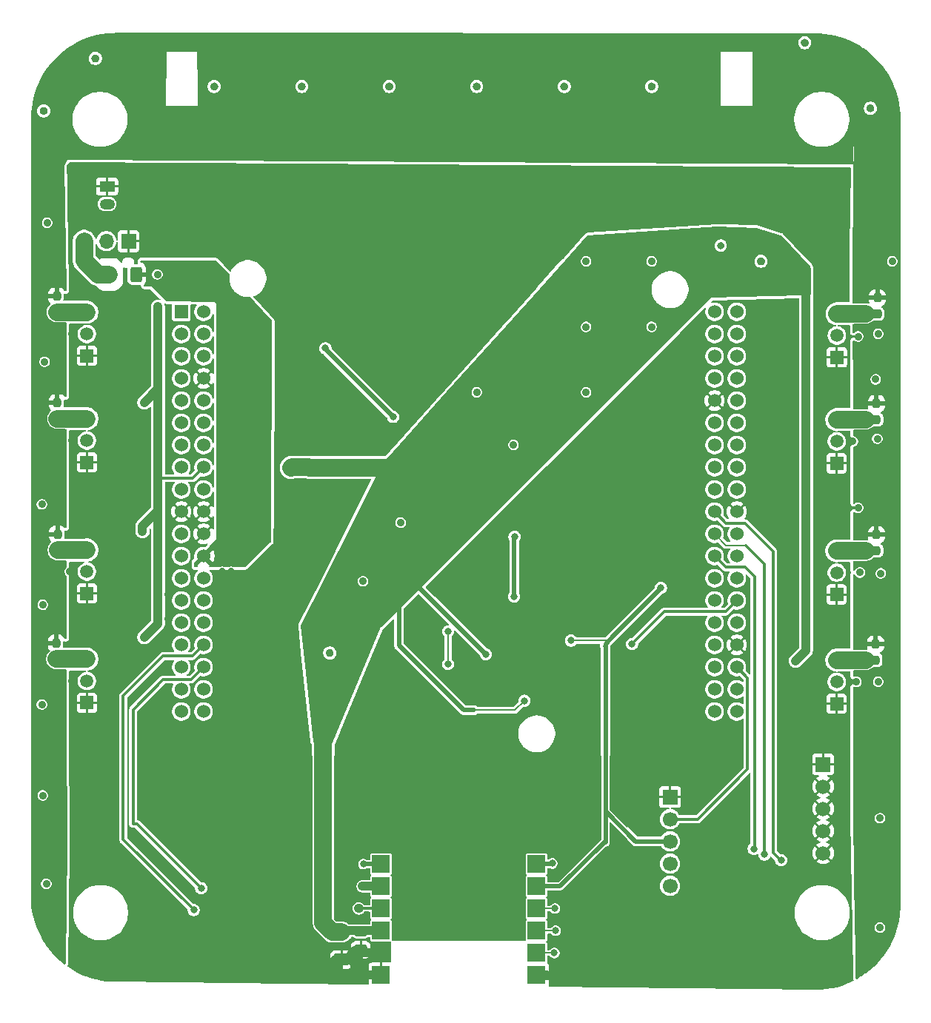
<source format=gbr>
%TF.GenerationSoftware,KiCad,Pcbnew,9.0.2*%
%TF.CreationDate,2025-06-17T11:51:54-07:00*%
%TF.ProjectId,Revision01,52657669-7369-46f6-9e30-312e6b696361,A*%
%TF.SameCoordinates,PX692bd40PY908ed60*%
%TF.FileFunction,Copper,L1,Top*%
%TF.FilePolarity,Positive*%
%FSLAX46Y46*%
G04 Gerber Fmt 4.6, Leading zero omitted, Abs format (unit mm)*
G04 Created by KiCad (PCBNEW 9.0.2) date 2025-06-17 11:51:54*
%MOMM*%
%LPD*%
G01*
G04 APERTURE LIST*
G04 Aperture macros list*
%AMRoundRect*
0 Rectangle with rounded corners*
0 $1 Rounding radius*
0 $2 $3 $4 $5 $6 $7 $8 $9 X,Y pos of 4 corners*
0 Add a 4 corners polygon primitive as box body*
4,1,4,$2,$3,$4,$5,$6,$7,$8,$9,$2,$3,0*
0 Add four circle primitives for the rounded corners*
1,1,$1+$1,$2,$3*
1,1,$1+$1,$4,$5*
1,1,$1+$1,$6,$7*
1,1,$1+$1,$8,$9*
0 Add four rect primitives between the rounded corners*
20,1,$1+$1,$2,$3,$4,$5,0*
20,1,$1+$1,$4,$5,$6,$7,0*
20,1,$1+$1,$6,$7,$8,$9,0*
20,1,$1+$1,$8,$9,$2,$3,0*%
G04 Aperture macros list end*
%ADD10C,0.158750*%
%TA.AperFunction,NonConductor*%
%ADD11C,0.158750*%
%TD*%
%TA.AperFunction,SMDPad,CuDef*%
%ADD12R,2.032000X2.032000*%
%TD*%
%TA.AperFunction,ComponentPad*%
%ADD13R,1.508000X1.508000*%
%TD*%
%TA.AperFunction,ComponentPad*%
%ADD14C,1.508000*%
%TD*%
%TA.AperFunction,SMDPad,CuDef*%
%ADD15RoundRect,0.250000X-0.475000X0.337500X-0.475000X-0.337500X0.475000X-0.337500X0.475000X0.337500X0*%
%TD*%
%TA.AperFunction,SMDPad,CuDef*%
%ADD16RoundRect,0.250000X-0.650000X0.412500X-0.650000X-0.412500X0.650000X-0.412500X0.650000X0.412500X0*%
%TD*%
%TA.AperFunction,SMDPad,CuDef*%
%ADD17RoundRect,0.237500X-0.237500X0.250000X-0.237500X-0.250000X0.237500X-0.250000X0.237500X0.250000X0*%
%TD*%
%TA.AperFunction,ComponentPad*%
%ADD18R,1.700000X1.700000*%
%TD*%
%TA.AperFunction,ComponentPad*%
%ADD19C,1.700000*%
%TD*%
%TA.AperFunction,ComponentPad*%
%ADD20R,1.750000X1.200000*%
%TD*%
%TA.AperFunction,ComponentPad*%
%ADD21O,1.750000X1.200000*%
%TD*%
%TA.AperFunction,ComponentPad*%
%ADD22R,1.524000X1.524000*%
%TD*%
%TA.AperFunction,ComponentPad*%
%ADD23C,1.524000*%
%TD*%
%TA.AperFunction,ComponentPad*%
%ADD24O,1.700000X1.700000*%
%TD*%
%TA.AperFunction,SMDPad,CuDef*%
%ADD25RoundRect,0.250000X0.400000X0.625000X-0.400000X0.625000X-0.400000X-0.625000X0.400000X-0.625000X0*%
%TD*%
%TA.AperFunction,ViaPad*%
%ADD26C,0.900000*%
%TD*%
%TA.AperFunction,ViaPad*%
%ADD27C,0.800000*%
%TD*%
%TA.AperFunction,ViaPad*%
%ADD28C,0.700000*%
%TD*%
%TA.AperFunction,Conductor*%
%ADD29C,0.300000*%
%TD*%
%TA.AperFunction,Conductor*%
%ADD30C,2.000000*%
%TD*%
%TA.AperFunction,Conductor*%
%ADD31C,0.500000*%
%TD*%
%TA.AperFunction,Conductor*%
%ADD32C,0.200000*%
%TD*%
%TA.AperFunction,Conductor*%
%ADD33C,1.000000*%
%TD*%
%TA.AperFunction,Conductor*%
%ADD34C,0.150000*%
%TD*%
G04 APERTURE END LIST*
D10*
D11*
D12*
%TO.P,U2,12,GND*%
%TO.N,GND*%
X41050000Y760000D03*
%TO.P,U2,11,GND*%
X41050000Y3300000D03*
%TO.P,U2,10,VIN*%
%TO.N,+3.3V*%
X41050000Y5840000D03*
%TO.P,U2,9,IRQ1*%
%TO.N,/ANT_IRQ1_GPIO*%
X41050000Y8380000D03*
%TO.P,U2,8,\u002ACSDATA*%
%TO.N,/ANT_CSDATA_GPIO*%
X41050000Y10920000D03*
%TO.P,U2,7,SDO*%
%TO.N,/PB14_SPI2_MISO*%
X41050000Y13460000D03*
%TO.P,U2,6,SCK*%
%TO.N,/PB13_SPI2_SCK*%
X58830000Y13460000D03*
%TO.P,U2,5,SDI*%
%TO.N,/PB15_SPI2_MOSI*%
X58830000Y10920000D03*
%TO.P,U2,4,IRQ0*%
%TO.N,/ANT_IRQ0_GPIO*%
X58830000Y8380000D03*
%TO.P,U2,3,\u002ACSCON*%
%TO.N,/ANT_CSCON_GPIO*%
X58830000Y5840000D03*
%TO.P,U2,2,RESET*%
%TO.N,/ANT_RESET_ANT_GPIO*%
X58830000Y3300000D03*
%TO.P,U2,1,GND*%
%TO.N,GND*%
X58830000Y760000D03*
%TD*%
D13*
%TO.P,J5,1,Pin_1*%
%TO.N,GND*%
X7450000Y31900000D03*
D14*
%TO.P,J5,2,Pin_2*%
%TO.N,/Application/OpAmpOutput1*%
X7450000Y34400000D03*
%TO.P,J5,3,Pin_3*%
%TO.N,Net-(J5-Pin_3)*%
X7450000Y36900000D03*
%TD*%
D15*
%TO.P,C14,1*%
%TO.N,+3.3V*%
X38750000Y5737500D03*
%TO.P,C14,2*%
%TO.N,GND*%
X38750000Y3662500D03*
%TD*%
D16*
%TO.P,C15,1*%
%TO.N,+3.3V*%
X36550000Y5662500D03*
%TO.P,C15,2*%
%TO.N,GND*%
X36550000Y2537500D03*
%TD*%
D13*
%TO.P,J6,1,Pin_1*%
%TO.N,GND*%
X7450000Y44400000D03*
D14*
%TO.P,J6,2,Pin_2*%
%TO.N,/Application/OpAmpOutput2*%
X7450000Y46900000D03*
%TO.P,J6,3,Pin_3*%
%TO.N,Net-(J6-Pin_3)*%
X7450000Y49400000D03*
%TD*%
D17*
%TO.P,F7,1*%
%TO.N,/Application/+StrainV*%
X97700000Y51125000D03*
%TO.P,F7,2*%
%TO.N,Net-(J10-Pin_3)*%
X97700000Y49300000D03*
%TD*%
%TO.P,F8,1*%
%TO.N,/Application/+StrainV*%
X97700000Y66112500D03*
%TO.P,F8,2*%
%TO.N,Net-(J11-Pin_3)*%
X97700000Y64287500D03*
%TD*%
D13*
%TO.P,J12,1,Pin_1*%
%TO.N,GND*%
X93175000Y71400000D03*
D14*
%TO.P,J12,2,Pin_2*%
%TO.N,/Application/OpAmpOutput8*%
X93175000Y73900000D03*
%TO.P,J12,3,Pin_3*%
%TO.N,Net-(J12-Pin_3)*%
X93175000Y76400000D03*
%TD*%
D18*
%TO.P,J14,1,Pin_1*%
%TO.N,GND*%
X74100000Y21120000D03*
D19*
%TO.P,J14,2,Pin_2*%
%TO.N,/~{CANBUS_CS_GPIO}*%
X74100000Y18580000D03*
%TO.P,J14,3,Pin_3*%
%TO.N,/PB15_SPI2_MOSI*%
X74100000Y16040000D03*
%TO.P,J14,4,Pin_4*%
%TO.N,/PB14_SPI2_MISO*%
X74100000Y13500000D03*
%TO.P,J14,5,Pin_5*%
%TO.N,/PB13_SPI2_SCK*%
X74100000Y10960000D03*
%TD*%
D20*
%TO.P,J4,1,Pin_1*%
%TO.N,GND*%
X9750000Y90950000D03*
D21*
%TO.P,J4,2,Pin_2*%
%TO.N,Net-(BT1-+)*%
X9750000Y88950000D03*
%TD*%
D13*
%TO.P,J7,1,Pin_1*%
%TO.N,GND*%
X7450000Y59400000D03*
D14*
%TO.P,J7,2,Pin_2*%
%TO.N,/Application/OpAmpOutput3*%
X7450000Y61900000D03*
%TO.P,J7,3,Pin_3*%
%TO.N,Net-(J7-Pin_3)*%
X7450000Y64400000D03*
%TD*%
D22*
%TO.P,U1,CN7_1,PC10*%
%TO.N,unconnected-(U1A-PC10-PadCN7_1)*%
X18230000Y76620000D03*
D23*
%TO.P,U1,CN7_2,PC11*%
%TO.N,/BatteryV_Div_Enable_GPIO*%
X20770000Y76620000D03*
%TO.P,U1,CN7_3,PC12*%
%TO.N,/MPU_CS_GPIO*%
X18230000Y74080000D03*
%TO.P,U1,CN7_4,PD2*%
%TO.N,unconnected-(U1A-PD2-PadCN7_4)*%
X20770000Y74080000D03*
%TO.P,U1,CN7_5,VDD*%
%TO.N,/VDD_NUCLEO*%
X18230000Y71540000D03*
%TO.P,U1,CN7_6,E5V*%
%TO.N,/E5V_NUCLEO*%
X20770000Y71540000D03*
%TO.P,U1,CN7_7,BOOT0*%
%TO.N,unconnected-(U1A-BOOT0-PadCN7_7)*%
X18230000Y69000000D03*
%TO.P,U1,CN7_8,GND_CN7_8*%
%TO.N,GND*%
X20770000Y69000000D03*
%TO.P,U1,CN7_9,NC_CN7_9*%
%TO.N,unconnected-(U1A-NC_CN7_9-PadCN7_9)*%
X18230000Y66460000D03*
%TO.P,U1,CN7_10,NC_CN7_10*%
%TO.N,unconnected-(U1A-NC_CN7_10-PadCN7_10)*%
X20770000Y66460000D03*
%TO.P,U1,CN7_11,NC_CN7_11*%
%TO.N,unconnected-(U1A-NC_CN7_11-PadCN7_11)*%
X18230000Y63920000D03*
%TO.P,U1,CN7_12,IOREF*%
%TO.N,/IOREF*%
X20770000Y63920000D03*
%TO.P,U1,CN7_13,PA13*%
%TO.N,/PA13{slash}JTMS-SWDIO{slash}IR_OUT*%
X18230000Y61380000D03*
%TO.P,U1,CN7_14,RESET*%
%TO.N,/~{RESET}*%
X20770000Y61380000D03*
%TO.P,U1,CN7_15,PA14*%
%TO.N,/PA14{slash}JTCK-SWCLK*%
X18230000Y58840000D03*
%TO.P,U1,CN7_16,+3V3*%
%TO.N,+3.3V*%
X20770000Y58840000D03*
%TO.P,U1,CN7_17,PA15*%
%TO.N,unconnected-(U1A-PA15-PadCN7_17)*%
X18230000Y56300000D03*
%TO.P,U1,CN7_18,+5V*%
%TO.N,+5V*%
X20770000Y56300000D03*
%TO.P,U1,CN7_19,GND_CN7_19*%
%TO.N,GND*%
X18230000Y53760000D03*
%TO.P,U1,CN7_20,GND_CN7_20*%
X20770000Y53760000D03*
%TO.P,U1,CN7_21,PB7*%
%TO.N,/StrainV_Enable_GPIO*%
X18230000Y51220000D03*
%TO.P,U1,CN7_22,GND_CN7_22*%
%TO.N,GND*%
X20770000Y51220000D03*
%TO.P,U1,CN7_23,PC13*%
%TO.N,/PC13{slash}RTC_TAMP1{slash}RTC_TS{slash}RTC_OUT{slash}WKUP2*%
X18230000Y48680000D03*
%TO.P,U1,CN7_24,VIN*%
%TO.N,+V_batt*%
X20770000Y48680000D03*
%TO.P,U1,CN7_25,PC14*%
%TO.N,/PC14{slash}OSC32_IN*%
X18230000Y46140000D03*
%TO.P,U1,CN7_26,NC_CN7_26*%
%TO.N,unconnected-(U1A-NC_CN7_26-PadCN7_26)*%
X20770000Y46140000D03*
%TO.P,U1,CN7_27,PC15*%
%TO.N,/PC15{slash}OSC32_OUT*%
X18230000Y43600000D03*
%TO.P,U1,CN7_28,PA0*%
%TO.N,/AIN1_6*%
X20770000Y43600000D03*
%TO.P,U1,CN7_29,PH0*%
%TO.N,/PH0{slash}OSC_IN*%
X18230000Y41060000D03*
%TO.P,U1,CN7_30,PA1*%
%TO.N,/AIN1_7*%
X20770000Y41060000D03*
%TO.P,U1,CN7_31,PH1*%
%TO.N,/PH1{slash}OSC_OUT*%
X18230000Y38520000D03*
%TO.P,U1,CN7_32,PA4*%
%TO.N,/ANT_IRQ1_GPIO*%
X20770000Y38520000D03*
%TO.P,U1,CN7_33,VBAT*%
%TO.N,/VBAT_PIN_NUCLEO*%
X18230000Y35980000D03*
%TO.P,U1,CN7_34,PB0*%
%TO.N,/ANT_CSDATA_GPIO*%
X20770000Y35980000D03*
%TO.P,U1,CN7_35,PC2*%
%TO.N,unconnected-(U1A-PC2-PadCN7_35)*%
X18230000Y33440000D03*
%TO.P,U1,CN7_36,PC1*%
%TO.N,/AIN1_2*%
X20770000Y33440000D03*
%TO.P,U1,CN7_37,PC3*%
%TO.N,unconnected-(U1A-PC3-PadCN7_37)*%
X18230000Y30900000D03*
%TO.P,U1,CN7_38,PC0*%
%TO.N,/AIN1_1*%
X20770000Y30900000D03*
%TO.P,U1,CN10_1,PC9*%
%TO.N,unconnected-(U1B-PC9-PadCN10_1)*%
X79190000Y76620000D03*
%TO.P,U1,CN10_2,PC8*%
%TO.N,unconnected-(U1B-PC8-PadCN10_2)*%
X81730000Y76620000D03*
%TO.P,U1,CN10_3,PB8*%
%TO.N,unconnected-(U1B-PB8-PadCN10_3)*%
X79190000Y74080000D03*
%TO.P,U1,CN10_4,PC6*%
%TO.N,unconnected-(U1B-PC6-PadCN10_4)*%
X81730000Y74080000D03*
%TO.P,U1,CN10_5,PB9*%
%TO.N,unconnected-(U1B-PB9-PadCN10_5)*%
X79190000Y71540000D03*
%TO.P,U1,CN10_6,PC5*%
%TO.N,/PC5_AIN2_14_BATT_V*%
X81730000Y71540000D03*
%TO.P,U1,CN10_7,AVDD*%
%TO.N,/AVDD_NUCLEO*%
X79190000Y69000000D03*
%TO.P,U1,CN10_8,U5V*%
%TO.N,unconnected-(U1B-U5V-PadCN10_8)*%
X81730000Y69000000D03*
%TO.P,U1,CN10_9,GND_CN10_9*%
%TO.N,GND*%
X79190000Y66460000D03*
%TO.P,U1,CN10_10,NC_CN10_10*%
%TO.N,unconnected-(U1B-NC_CN10_10-PadCN10_10)*%
X81730000Y66460000D03*
%TO.P,U1,CN10_11,PA5*%
%TO.N,/AIN1_10*%
X79190000Y63920000D03*
%TO.P,U1,CN10_12,PA12*%
%TO.N,unconnected-(U1B-PA12-PadCN10_12)*%
X81730000Y63920000D03*
%TO.P,U1,CN10_13,PA6*%
%TO.N,/AIN1_11*%
X79190000Y61380000D03*
%TO.P,U1,CN10_14,PA11*%
%TO.N,unconnected-(U1B-PA11-PadCN10_14)*%
X81730000Y61380000D03*
%TO.P,U1,CN10_15,PA7*%
%TO.N,unconnected-(U1B-PA7-PadCN10_15)*%
X79190000Y58840000D03*
%TO.P,U1,CN10_16,PB12*%
%TO.N,unconnected-(U1B-PB12-PadCN10_16)*%
X81730000Y58840000D03*
%TO.P,U1,CN10_17,PB6*%
%TO.N,/MPU_INT1_GPIO*%
X79190000Y56300000D03*
%TO.P,U1,CN10_18,PB11*%
%TO.N,unconnected-(U1B-PB11-PadCN10_18)*%
X81730000Y56300000D03*
%TO.P,U1,CN10_19,PC7*%
%TO.N,/ANT_RESET_ANT_GPIO*%
X79190000Y53760000D03*
%TO.P,U1,CN10_20,GND_CN10_20*%
%TO.N,GND*%
X81730000Y53760000D03*
%TO.P,U1,CN10_21,PA9*%
%TO.N,/ANT_CSCON_GPIO*%
X79190000Y51220000D03*
%TO.P,U1,CN10_22,PB2*%
%TO.N,unconnected-(U1B-PB2-PadCN10_22)*%
X81730000Y51220000D03*
%TO.P,U1,CN10_23,PA8*%
%TO.N,/ANT_IRQ0_GPIO*%
X79190000Y48680000D03*
%TO.P,U1,CN10_24,PB1*%
%TO.N,unconnected-(U1B-PB1-PadCN10_24)*%
X81730000Y48680000D03*
%TO.P,U1,CN10_25,PB10*%
%TO.N,unconnected-(U1B-PB10-PadCN10_25)*%
X79190000Y46140000D03*
%TO.P,U1,CN10_26,PB15*%
%TO.N,/PB15_SPI2_MOSI*%
X81730000Y46140000D03*
%TO.P,U1,CN10_27,PB4*%
%TO.N,unconnected-(U1B-PB4-PadCN10_27)*%
X79190000Y43600000D03*
%TO.P,U1,CN10_28,PB14*%
%TO.N,/PB14_SPI2_MISO*%
X81730000Y43600000D03*
%TO.P,U1,CN10_29,PB5*%
%TO.N,unconnected-(U1B-PB5-PadCN10_29)*%
X79190000Y41060000D03*
%TO.P,U1,CN10_30,PB13*%
%TO.N,/PB13_SPI2_SCK*%
X81730000Y41060000D03*
%TO.P,U1,CN10_31,PB3*%
%TO.N,/PB3{slash}JTDO-TRACESWO{slash}TIM2_CH2{slash}SPI1_SCK{slash}SPI3_SCK{slash}USART1_RTS_DE{slash}COMP2_INM*%
X79190000Y38520000D03*
%TO.P,U1,CN10_32,AGND*%
%TO.N,GND*%
X81730000Y38520000D03*
%TO.P,U1,CN10_33,PA10*%
%TO.N,unconnected-(U1B-PA10-PadCN10_33)*%
X79190000Y35980000D03*
%TO.P,U1,CN10_34,PC4*%
%TO.N,/~{CANBUS_CS_GPIO}*%
X81730000Y35980000D03*
%TO.P,U1,CN10_35,PA2*%
%TO.N,/AIN1_5*%
X79190000Y33440000D03*
%TO.P,U1,CN10_36,NC_CN10_36*%
%TO.N,unconnected-(U1B-NC_CN10_36-PadCN10_36)*%
X81730000Y33440000D03*
%TO.P,U1,CN10_37,PA3*%
%TO.N,/AIN1_8*%
X79190000Y30900000D03*
%TO.P,U1,CN10_38,NC_CN10_38*%
%TO.N,unconnected-(U1B-NC_CN10_38-PadCN10_38)*%
X81730000Y30900000D03*
%TD*%
D13*
%TO.P,J8,1,Pin_1*%
%TO.N,GND*%
X7450000Y71583000D03*
D14*
%TO.P,J8,2,Pin_2*%
%TO.N,/Application/OpAmpOutput4*%
X7450000Y74083000D03*
%TO.P,J8,3,Pin_3*%
%TO.N,Net-(J8-Pin_3)*%
X7450000Y76583000D03*
%TD*%
D17*
%TO.P,F2,1*%
%TO.N,/Application/+StrainV*%
X3950000Y38712500D03*
%TO.P,F2,2*%
%TO.N,Net-(J5-Pin_3)*%
X3950000Y36887500D03*
%TD*%
D18*
%TO.P,SW1,1,1*%
%TO.N,GND*%
X12200000Y84700000D03*
D24*
%TO.P,SW1,2,2*%
%TO.N,Net-(BT1-+)*%
X9660000Y84700000D03*
%TO.P,SW1,3,K*%
%TO.N,Net-(SW1-A)*%
X7120000Y84700000D03*
%TD*%
D17*
%TO.P,F9,1*%
%TO.N,/Application/+StrainV*%
X97800000Y78212500D03*
%TO.P,F9,2*%
%TO.N,Net-(J12-Pin_3)*%
X97800000Y76387500D03*
%TD*%
%TO.P,F3,1*%
%TO.N,/Application/+StrainV*%
X4100000Y51175000D03*
%TO.P,F3,2*%
%TO.N,Net-(J6-Pin_3)*%
X4100000Y49350000D03*
%TD*%
%TO.P,F5,1*%
%TO.N,/Application/+StrainV*%
X4000000Y78412500D03*
%TO.P,F5,2*%
%TO.N,Net-(J8-Pin_3)*%
X4000000Y76587500D03*
%TD*%
D13*
%TO.P,J10,1,Pin_1*%
%TO.N,GND*%
X93150000Y44292000D03*
D14*
%TO.P,J10,2,Pin_2*%
%TO.N,/Application/OpAmpOutput6*%
X93150000Y46792000D03*
%TO.P,J10,3,Pin_3*%
%TO.N,Net-(J10-Pin_3)*%
X93150000Y49292000D03*
%TD*%
D13*
%TO.P,J9,1,Pin_1*%
%TO.N,GND*%
X93150000Y31792000D03*
D14*
%TO.P,J9,2,Pin_2*%
%TO.N,/Application/OpAmpOutput5*%
X93150000Y34292000D03*
%TO.P,J9,3,Pin_3*%
%TO.N,Net-(J9-Pin_3)*%
X93150000Y36792000D03*
%TD*%
D25*
%TO.P,F1,1*%
%TO.N,+V_batt*%
X13050000Y80900000D03*
%TO.P,F1,2*%
%TO.N,Net-(SW1-A)*%
X9950000Y80900000D03*
%TD*%
D17*
%TO.P,F6,1*%
%TO.N,/Application/+StrainV*%
X97600000Y38612500D03*
%TO.P,F6,2*%
%TO.N,Net-(J9-Pin_3)*%
X97600000Y36787500D03*
%TD*%
D18*
%TO.P,J1,1,Pin_1*%
%TO.N,GND*%
X91600000Y24860000D03*
D19*
%TO.P,J1,2,Pin_2*%
X91600000Y22320000D03*
%TO.P,J1,3,Pin_3*%
X91600000Y19780000D03*
%TO.P,J1,4,Pin_4*%
X91600000Y17240000D03*
%TO.P,J1,5,Pin_5*%
X91600000Y14700000D03*
%TD*%
D17*
%TO.P,F4,1*%
%TO.N,/Application/+StrainV*%
X4050000Y66212500D03*
%TO.P,F4,2*%
%TO.N,Net-(J7-Pin_3)*%
X4050000Y64387500D03*
%TD*%
D13*
%TO.P,J11,1,Pin_1*%
%TO.N,GND*%
X93150000Y59292000D03*
D14*
%TO.P,J11,2,Pin_2*%
%TO.N,/Application/OpAmpOutput7*%
X93150000Y61792000D03*
%TO.P,J11,3,Pin_3*%
%TO.N,Net-(J11-Pin_3)*%
X93150000Y64292000D03*
%TD*%
D26*
%TO.N,GND*%
X31200000Y26700000D03*
X85900000Y13100000D03*
X88300000Y15900000D03*
X78600000Y11800000D03*
X82400000Y800000D03*
X92600000Y1400000D03*
X87100000Y6100000D03*
D27*
%TO.N,+V_batt*%
X18200000Y81900000D03*
%TO.N,+3.3V*%
X53050000Y37450000D03*
X13800000Y51500000D03*
X88450000Y36700000D03*
X14000000Y66250000D03*
X15550000Y77200000D03*
X30775000Y58800000D03*
X89650000Y77700000D03*
D28*
X89650000Y50500000D03*
D27*
X89650000Y65750000D03*
X57450000Y32125000D03*
X32850000Y58850000D03*
X14000000Y39400000D03*
%TO.N,+V_batt*%
X18250000Y78750000D03*
%TO.N,/PB13_SPI2_SCK*%
X60650000Y13525000D03*
%TO.N,/PB14_SPI2_MISO*%
X39050000Y13450000D03*
X69750000Y38625000D03*
%TO.N,/PB15_SPI2_MOSI*%
X62775000Y39025000D03*
X73050000Y45050000D03*
D26*
%TO.N,GND*%
X72000000Y82400000D03*
X68300000Y36300000D03*
D28*
X26300000Y88250000D03*
D26*
X27500000Y16000000D03*
D28*
X27820000Y37740000D03*
D26*
X19300000Y88100000D03*
X39000000Y45800000D03*
X43300000Y52500000D03*
X5700000Y61900000D03*
D28*
X44400000Y68050000D03*
D26*
X25100000Y28900000D03*
X57700000Y20700000D03*
X53400000Y48900000D03*
D28*
X88720000Y28090000D03*
X12950000Y55575000D03*
D26*
X83700000Y60100000D03*
X89700000Y23300000D03*
X10100000Y76300000D03*
X52000000Y102400000D03*
X50200000Y16900000D03*
X73400000Y43600000D03*
D28*
X23930000Y46990000D03*
D26*
X32200000Y9300000D03*
X68400000Y20200000D03*
X18900000Y7000000D03*
D27*
X79900000Y84200000D03*
D26*
X42500000Y20800000D03*
X7700000Y20600000D03*
X67800000Y7000000D03*
D28*
X27000000Y46970000D03*
D26*
X91600000Y44400000D03*
D28*
X25525000Y91025000D03*
D26*
X72700000Y12300000D03*
X74700000Y59200000D03*
X39500000Y31500000D03*
X46000000Y7600000D03*
X83800000Y68700000D03*
X84500000Y82400000D03*
X65500000Y17600000D03*
X16700000Y41500000D03*
X30200000Y54000000D03*
X52000000Y67400000D03*
X61100000Y1900000D03*
X76500000Y16200000D03*
X21300000Y18000000D03*
X2400000Y43100000D03*
X65500000Y31000000D03*
X61000000Y4500000D03*
D28*
X23500000Y36920000D03*
D26*
X60200000Y38000000D03*
D28*
X27630000Y27650000D03*
D26*
X25300000Y45700000D03*
X84300000Y64400000D03*
D28*
X76370000Y27590000D03*
D26*
X7800000Y13600000D03*
X74600000Y66000000D03*
X32800000Y1400000D03*
X91200000Y32300000D03*
X72000000Y74900000D03*
X42000000Y102400000D03*
X95000000Y61800000D03*
X91400000Y59900000D03*
D28*
X86420000Y68390000D03*
D26*
X2600000Y70900000D03*
X61000000Y7100000D03*
X70700000Y60100000D03*
X97800000Y62100000D03*
X42700000Y24400000D03*
D28*
X35300000Y1325000D03*
D26*
X32450000Y69350000D03*
X82800000Y42300000D03*
D28*
X87450000Y68400000D03*
X86120000Y56390000D03*
D26*
X95600000Y54200000D03*
X21100000Y12600000D03*
X32200000Y6100000D03*
X50100000Y24400000D03*
X63900000Y15100000D03*
D28*
X22900000Y46970000D03*
D26*
X86800000Y52000000D03*
D28*
X76490000Y36600000D03*
D26*
X97600000Y68900000D03*
D28*
X71930000Y67140000D03*
D26*
X2800000Y11200000D03*
X5700000Y34400000D03*
X75400000Y4300000D03*
X64500000Y82400000D03*
X42300000Y17300000D03*
D28*
X27880000Y36900000D03*
D26*
X10000000Y72000000D03*
X76000000Y72300000D03*
X76100000Y49300000D03*
X19700000Y83500000D03*
X62000000Y102400000D03*
X68100000Y49600000D03*
X93200000Y78400000D03*
X82700000Y44900000D03*
X91200000Y48700000D03*
D28*
X76430000Y67160000D03*
D26*
X61800000Y48100000D03*
X98200000Y46700000D03*
X14000000Y27400000D03*
X36200000Y20900000D03*
X75400000Y800000D03*
X35200000Y37600000D03*
X2500000Y99600000D03*
X34500000Y52400000D03*
X32000000Y102400000D03*
X72900000Y9600000D03*
X19700000Y22900000D03*
X5700000Y74100000D03*
X12400000Y88700000D03*
X66400000Y10500000D03*
X5500000Y46900000D03*
D28*
X73410000Y36590000D03*
D26*
X57900000Y44100000D03*
X98100000Y6200000D03*
X15900000Y3300000D03*
X89500000Y84900000D03*
X52000000Y92400000D03*
X97900000Y34300000D03*
D28*
X14550000Y28975000D03*
D26*
X9800000Y64100000D03*
D28*
X84000000Y74750000D03*
D26*
X46000000Y12500000D03*
D28*
X77510000Y57980000D03*
D26*
X9800000Y44100000D03*
D28*
X26840000Y37720000D03*
D26*
X28800000Y32300000D03*
X71200000Y38400000D03*
X2300000Y54600000D03*
X64700000Y60400000D03*
D28*
X23500000Y27650000D03*
X28030000Y46960000D03*
D26*
X52300000Y27400000D03*
X19900000Y9500000D03*
X32200000Y21600000D03*
D28*
X22630000Y37690000D03*
X74350000Y27650000D03*
D26*
X60900000Y12100000D03*
X9800000Y37000000D03*
X68000000Y4500000D03*
X25400000Y38900000D03*
X60900000Y9800000D03*
X14400000Y21000000D03*
X50300000Y20600000D03*
X9900000Y49300000D03*
X52000000Y82400000D03*
X69200000Y66900000D03*
X57700000Y16700000D03*
X6000000Y92300000D03*
D28*
X77520000Y36610000D03*
D26*
X15500000Y80900000D03*
X16700000Y44300000D03*
X97000000Y99900000D03*
X32000000Y92400000D03*
D28*
X22490000Y36910000D03*
D26*
X28800000Y2100000D03*
X92800000Y40400000D03*
X42500000Y36000000D03*
X89500000Y107400000D03*
X32200000Y16900000D03*
X71700000Y18600000D03*
X32000000Y82400000D03*
D28*
X13975000Y67825000D03*
D26*
X99500000Y82400000D03*
X7800000Y27500000D03*
X62350000Y42600000D03*
X9700000Y31800000D03*
D28*
X13075000Y67825000D03*
X77400000Y27600000D03*
D26*
X64500000Y67400000D03*
D28*
X87750000Y38050000D03*
D26*
X68400000Y26500000D03*
X78600000Y24200000D03*
X42500000Y27300000D03*
D28*
X36200000Y1325000D03*
D26*
X25500000Y9400000D03*
X95400000Y34292000D03*
X91200000Y64000000D03*
X32450000Y63150000D03*
X38800000Y12300000D03*
X72300000Y32200000D03*
D28*
X25525000Y93025000D03*
X71840000Y57960000D03*
D26*
X75100000Y7000000D03*
X15800000Y92100000D03*
X47200000Y40300000D03*
X32000000Y47400000D03*
X39000000Y9600000D03*
X29300000Y42200000D03*
X22000000Y102400000D03*
X2300000Y31700000D03*
X83100000Y9000000D03*
X42000000Y92400000D03*
X62000000Y92400000D03*
X68100000Y900000D03*
X72200000Y34500000D03*
X72200000Y29700000D03*
D27*
X51025000Y37475000D03*
D28*
X72870000Y57970000D03*
D26*
X70800000Y62700000D03*
X64500000Y74900000D03*
X76000000Y54200000D03*
X95600000Y73800000D03*
X52000000Y74900000D03*
X65400000Y23300000D03*
X42000000Y82400000D03*
X57500000Y24400000D03*
X92400000Y54200000D03*
D28*
X23925000Y4950000D03*
D26*
X95800000Y46800000D03*
X54200000Y41600000D03*
D28*
X60725000Y33425000D03*
D26*
X73400000Y46300000D03*
X70800000Y65100000D03*
X25100000Y35800000D03*
D28*
X74320000Y36600000D03*
D26*
X98100000Y18700480D03*
D28*
X38525000Y2400000D03*
D26*
X75400000Y38400000D03*
X97900000Y74100000D03*
X80500000Y29600000D03*
X39300000Y7500000D03*
X92000000Y92400000D03*
X20600000Y28800000D03*
D28*
X13650000Y28975000D03*
X26720000Y27650000D03*
D26*
X8400000Y105600000D03*
X61000000Y56800000D03*
D27*
X53525000Y38625000D03*
D28*
X76480000Y57970000D03*
D26*
X91400000Y71700000D03*
X2400000Y21300000D03*
D28*
X12275000Y40625000D03*
X89750000Y28100000D03*
X87150000Y56400000D03*
D26*
X72200000Y24800000D03*
D28*
X73320000Y27640000D03*
D26*
X91000000Y36300000D03*
X70700000Y41000000D03*
D28*
X23660000Y37710000D03*
D26*
X25700000Y24200000D03*
X9800000Y59700000D03*
X93100000Y66200000D03*
X48700000Y34500000D03*
X50000000Y45400000D03*
D28*
X37625000Y2400000D03*
D26*
X80800000Y17700000D03*
D28*
X77460000Y67170000D03*
X22360000Y27630000D03*
D26*
X79500000Y92400000D03*
X2900000Y86800000D03*
X72000000Y102400000D03*
X53400000Y12500000D03*
D28*
X26870000Y36880000D03*
D27*
X51875000Y33475000D03*
D26*
X16300000Y35700000D03*
X56300000Y52600000D03*
X57800000Y46700000D03*
X16100000Y38800000D03*
D28*
X13175000Y40625000D03*
D26*
X46000000Y31700000D03*
X75700000Y41000000D03*
X32200000Y13700000D03*
D28*
X72960000Y67150000D03*
X43370000Y68040000D03*
D26*
X56200000Y61400000D03*
D28*
X13850000Y55575000D03*
D26*
X70200000Y54100000D03*
X53400000Y7600000D03*
X67800000Y41800000D03*
D27*
%TO.N,/ANT_CSDATA_GPIO*%
X20500000Y10700000D03*
X38950000Y10900000D03*
D26*
%TO.N,/Application/+StrainV*%
X45200000Y95525000D03*
D27*
X97650000Y86750000D03*
D26*
X43325000Y95350000D03*
X41450000Y95400000D03*
D27*
%TO.N,/ANT_IRQ0_GPIO*%
X83675000Y15200000D03*
X60950000Y8375000D03*
%TO.N,/ANT_IRQ1_GPIO*%
X19650000Y8200000D03*
X38500000Y8400000D03*
%TO.N,/ANT_RESET_ANT_GPIO*%
X86800000Y13900000D03*
X60875000Y3275000D03*
%TO.N,/ANT_CSCON_GPIO*%
X84900000Y14550000D03*
X61025000Y5825000D03*
%TO.N,/MPU_INT1_GPIO*%
X48725000Y36325000D03*
X48725000Y40075000D03*
%TO.N,/MPU_CS_GPIO*%
X56275000Y44050000D03*
X34700000Y72450000D03*
X56325000Y50900000D03*
X42450000Y64600000D03*
%TD*%
D29*
%TO.N,/ANT_RESET_ANT_GPIO*%
X82650000Y52450000D02*
X80500000Y52450000D01*
X85900000Y49200000D02*
X82650000Y52450000D01*
X85900000Y14750000D02*
X85900000Y49200000D01*
X86750000Y13900000D02*
X85900000Y14750000D01*
X86800000Y13900000D02*
X86750000Y13900000D01*
X80500000Y52450000D02*
X79190000Y53760000D01*
D30*
%TO.N,+3.3V*%
X35487500Y5662500D02*
X36550000Y5662500D01*
D31*
X43112500Y38487500D02*
X50550000Y31050000D01*
D30*
X30825000Y58850000D02*
X30775000Y58800000D01*
X32850000Y58850000D02*
X32900000Y58800000D01*
D32*
X43850000Y46775000D02*
X43112500Y46037500D01*
D33*
X14050000Y39400000D02*
X15550000Y40900000D01*
X88450000Y36700000D02*
X89650000Y37900000D01*
D30*
X32850000Y58850000D02*
X30825000Y58850000D01*
D33*
X89650000Y75400000D02*
X89650000Y77700000D01*
X89650000Y77700000D02*
X89650000Y80150000D01*
D30*
X32900000Y58800000D02*
X42000000Y58800000D01*
D33*
X13800000Y52100000D02*
X15550000Y53850000D01*
X15550000Y57600000D02*
X15550000Y53850000D01*
D29*
X20770000Y58840000D02*
X20770000Y58820000D01*
D33*
X89650000Y81600000D02*
X86500000Y84750000D01*
X89650000Y67300000D02*
X89650000Y75400000D01*
X89650000Y80150000D02*
X89650000Y81600000D01*
D32*
X56375000Y31050000D02*
X57450000Y32125000D01*
D31*
X47225000Y43275000D02*
X44400000Y46100000D01*
X53050000Y37450000D02*
X47225000Y43275000D01*
D29*
X20770000Y58820000D02*
X19550000Y57600000D01*
D33*
X40625000Y5840000D02*
X36002500Y5840000D01*
X89650000Y65750000D02*
X89650000Y67300000D01*
X15550000Y77200000D02*
X15550000Y68200000D01*
X15550000Y68200000D02*
X15550000Y57600000D01*
X89650000Y37900000D02*
X89650000Y50500000D01*
X89650000Y50500000D02*
X89650000Y65750000D01*
X13800000Y51500000D02*
X13800000Y52100000D01*
X15550000Y53850000D02*
X15550000Y40900000D01*
D30*
X34450000Y29900000D02*
X34450000Y6700000D01*
D31*
X43112500Y46037500D02*
X43112500Y38487500D01*
X50550000Y31050000D02*
X51675000Y31050000D01*
D32*
X51675000Y31050000D02*
X56375000Y31050000D01*
D33*
X15550000Y67800000D02*
X15550000Y68200000D01*
X14000000Y66250000D02*
X15550000Y67800000D01*
D29*
X19550000Y57600000D02*
X15550000Y57600000D01*
D32*
X44400000Y46100000D02*
X44400000Y46225000D01*
D30*
X34450000Y29700000D02*
X35450000Y30700000D01*
D33*
X14000000Y39400000D02*
X14050000Y39400000D01*
D31*
%TO.N,/PB13_SPI2_SCK*%
X58890000Y13510000D02*
X58830000Y13450000D01*
X58830000Y13450000D02*
X60575000Y13450000D01*
X60575000Y13450000D02*
X60650000Y13525000D01*
D29*
%TO.N,/PB14_SPI2_MISO*%
X69750000Y38625000D02*
X73450000Y42325000D01*
X80455000Y42325000D02*
X81730000Y43600000D01*
X73450000Y42325000D02*
X80455000Y42325000D01*
D31*
X41050000Y13450000D02*
X39050000Y13450000D01*
%TO.N,/PB15_SPI2_MOSI*%
X61535000Y10910000D02*
X66725000Y16100000D01*
X70185000Y16040000D02*
X66725000Y19500000D01*
X66725000Y24900000D02*
X66725000Y38650000D01*
X66725000Y15900000D02*
X66725000Y24900000D01*
X67700000Y39625000D02*
X73050000Y44975000D01*
D34*
X66475000Y38400000D02*
X67700000Y39625000D01*
X62775000Y39025000D02*
X67100000Y39025000D01*
D31*
X73050000Y44975000D02*
X73050000Y45050000D01*
X58830000Y10910000D02*
X61535000Y10910000D01*
X66725000Y38650000D02*
X67700000Y39625000D01*
X66725000Y19500000D02*
X66725000Y24900000D01*
D34*
X67100000Y39025000D02*
X67700000Y39625000D01*
D31*
X74100000Y16040000D02*
X70185000Y16040000D01*
D33*
%TO.N,GND*%
X35300000Y2012500D02*
X35825000Y2537500D01*
X35300000Y1325000D02*
X35300000Y2012500D01*
X38525000Y3112500D02*
X38075000Y3562500D01*
X38125000Y750000D02*
X37775000Y1100000D01*
X40625000Y750000D02*
X38125000Y750000D01*
X37625000Y3112500D02*
X38075000Y3562500D01*
X59950000Y750000D02*
X60000000Y700000D01*
X36200000Y1325000D02*
X36200000Y2162500D01*
X36200000Y2162500D02*
X35825000Y2537500D01*
X37775000Y1100000D02*
X38075000Y1400000D01*
X39112500Y3300000D02*
X38750000Y3662500D01*
X38525000Y2400000D02*
X38525000Y3112500D01*
X60000000Y700000D02*
X61300000Y700000D01*
X41050000Y3300000D02*
X39112500Y3300000D01*
X37625000Y2400000D02*
X37625000Y3112500D01*
X58830000Y750000D02*
X59950000Y750000D01*
X38075000Y1400000D02*
X38075000Y3562500D01*
D29*
%TO.N,/ANT_CSDATA_GPIO*%
X12725000Y31125000D02*
X16150000Y34550000D01*
D33*
X38960000Y10910000D02*
X38950000Y10900000D01*
D29*
X13150000Y18050000D02*
X12725000Y18050000D01*
X20500000Y10700000D02*
X13150000Y18050000D01*
X12725000Y18050000D02*
X12725000Y31125000D01*
X16150000Y34550000D02*
X19340000Y34550000D01*
D33*
X41050000Y10910000D02*
X38960000Y10910000D01*
D29*
X19340000Y34550000D02*
X20770000Y35980000D01*
D32*
%TO.N,/ANT_IRQ0_GPIO*%
X58830000Y8370000D02*
X60945000Y8370000D01*
D29*
X83750000Y46300000D02*
X82650000Y47400000D01*
X82650000Y47400000D02*
X80470000Y47400000D01*
D32*
X60945000Y8370000D02*
X60950000Y8375000D01*
D29*
X80470000Y47400000D02*
X79190000Y48680000D01*
X83750000Y15275000D02*
X83750000Y46300000D01*
D32*
X83675000Y15200000D02*
X83750000Y15275000D01*
D29*
%TO.N,/ANT_IRQ1_GPIO*%
X11600000Y32700000D02*
X16150000Y37250000D01*
X41050000Y8370000D02*
X38530000Y8370000D01*
X11600000Y16250000D02*
X11600000Y32700000D01*
X20770000Y38520000D02*
X19500000Y37250000D01*
X16150000Y37250000D02*
X19500000Y37250000D01*
D33*
X38530000Y8370000D02*
X38500000Y8400000D01*
D29*
X19650000Y8200000D02*
X11600000Y16250000D01*
D32*
%TO.N,/ANT_RESET_ANT_GPIO*%
X60860000Y3290000D02*
X60875000Y3275000D01*
X58830000Y3290000D02*
X60860000Y3290000D01*
D29*
%TO.N,/ANT_CSCON_GPIO*%
X84900000Y47750000D02*
X82800000Y49850000D01*
D32*
X61020000Y5830000D02*
X61025000Y5825000D01*
X79190000Y51220000D02*
X80485000Y49925000D01*
X80485000Y49925000D02*
X82725000Y49925000D01*
X58830000Y5830000D02*
X61020000Y5830000D01*
D29*
X84900000Y14550000D02*
X84900000Y47750000D01*
D32*
X82725000Y49925000D02*
X82800000Y49850000D01*
D30*
%TO.N,Net-(J5-Pin_3)*%
X3950000Y36887500D02*
X7437500Y36887500D01*
X7437500Y36887500D02*
X7450000Y36900000D01*
%TO.N,Net-(J6-Pin_3)*%
X4100000Y49350000D02*
X7400000Y49350000D01*
X7400000Y49350000D02*
X7450000Y49400000D01*
%TO.N,Net-(J7-Pin_3)*%
X4050000Y64387500D02*
X7437500Y64387500D01*
X7437500Y64387500D02*
X7450000Y64400000D01*
%TO.N,Net-(J8-Pin_3)*%
X7445500Y76587500D02*
X7450000Y76583000D01*
X4000000Y76587500D02*
X7445500Y76587500D01*
%TO.N,Net-(J9-Pin_3)*%
X96500000Y36800000D02*
X96492000Y36792000D01*
D33*
X97600000Y36787500D02*
X96512500Y36787500D01*
D30*
X96492000Y36792000D02*
X93150000Y36792000D01*
D33*
X96512500Y36787500D02*
X96500000Y36800000D01*
D30*
%TO.N,Net-(J10-Pin_3)*%
X96492000Y49292000D02*
X93150000Y49292000D01*
D33*
X97700000Y49300000D02*
X96500000Y49300000D01*
D30*
X96500000Y49300000D02*
X96492000Y49292000D01*
D33*
%TO.N,Net-(J11-Pin_3)*%
X97700000Y64287500D02*
X96512500Y64287500D01*
D30*
X96500000Y64300000D02*
X96492000Y64292000D01*
X96492000Y64292000D02*
X93150000Y64292000D01*
D33*
X96512500Y64287500D02*
X96500000Y64300000D01*
%TO.N,Net-(J12-Pin_3)*%
X96512500Y76387500D02*
X96500000Y76400000D01*
X97800000Y76387500D02*
X96512500Y76387500D01*
D30*
X96500000Y76400000D02*
X93175000Y76400000D01*
D29*
%TO.N,/~{CANBUS_CS_GPIO}*%
X74100000Y18500000D02*
X73900000Y18300000D01*
X74100000Y18580000D02*
X77230000Y18580000D01*
X82950000Y24300000D02*
X82950000Y34760000D01*
X82950000Y34760000D02*
X81730000Y35980000D01*
X77230000Y18580000D02*
X82950000Y24300000D01*
D30*
%TO.N,Net-(SW1-A)*%
X7120000Y82480000D02*
X8700000Y80900000D01*
X7120000Y84700000D02*
X7120000Y82480000D01*
X8700000Y80900000D02*
X9950000Y80900000D01*
D29*
%TO.N,/MPU_INT1_GPIO*%
X79190000Y56300000D02*
X78890000Y56000000D01*
D32*
X48725000Y40075000D02*
X48725000Y36325000D01*
%TO.N,/MPU_CS_GPIO*%
X56275000Y50850000D02*
X56325000Y50900000D01*
D31*
X34700000Y72450000D02*
X34700000Y72375000D01*
D32*
X56275000Y50775000D02*
X56275000Y50850000D01*
D31*
X34700000Y72375000D02*
X42450000Y64625000D01*
X42450000Y64625000D02*
X42450000Y64600000D01*
X56275000Y44050000D02*
X56275000Y50775000D01*
D30*
%TO.N,+3.3V*%
X35487500Y5662500D02*
X34450000Y6700000D01*
%TD*%
%TA.AperFunction,Conductor*%
%TO.N,+3.3V*%
G36*
X74850000Y82400000D02*
G01*
X78849999Y78250001D01*
X78849999Y78250000D01*
X41137338Y40587290D01*
X41075993Y40553845D01*
X41047241Y40551054D01*
X41042306Y40551153D01*
X41097534Y40683196D01*
X31910394Y40733571D01*
X31916363Y40766103D01*
X34492784Y45879373D01*
X38397100Y45879373D01*
X38397100Y45720627D01*
X38428645Y45602900D01*
X38438188Y45567286D01*
X38444251Y45556785D01*
X38517560Y45429811D01*
X38629811Y45317560D01*
X38723600Y45263411D01*
X38767285Y45238189D01*
X38767286Y45238189D01*
X38767289Y45238187D01*
X38920627Y45197100D01*
X38920630Y45197100D01*
X39079370Y45197100D01*
X39079373Y45197100D01*
X39232711Y45238187D01*
X39370189Y45317560D01*
X39482440Y45429811D01*
X39561813Y45567289D01*
X39602900Y45720627D01*
X39602900Y45879373D01*
X39561813Y46032711D01*
X39482440Y46170189D01*
X39370189Y46282440D01*
X39329344Y46306022D01*
X39232714Y46361812D01*
X39232715Y46361812D01*
X39220140Y46365182D01*
X39079373Y46402900D01*
X38920627Y46402900D01*
X38779859Y46365182D01*
X38767285Y46361812D01*
X38629814Y46282442D01*
X38629808Y46282438D01*
X38517562Y46170192D01*
X38517558Y46170186D01*
X38438188Y46032715D01*
X38438187Y46032711D01*
X38397100Y45879373D01*
X34492784Y45879373D01*
X37868710Y52579373D01*
X42697100Y52579373D01*
X42697100Y52420627D01*
X42720557Y52333085D01*
X42738188Y52267286D01*
X42793848Y52170882D01*
X42817560Y52129811D01*
X42929811Y52017560D01*
X43026444Y51961769D01*
X43067285Y51938189D01*
X43067286Y51938189D01*
X43067289Y51938187D01*
X43220627Y51897100D01*
X43220630Y51897100D01*
X43379370Y51897100D01*
X43379373Y51897100D01*
X43532711Y51938187D01*
X43670189Y52017560D01*
X43782440Y52129811D01*
X43861813Y52267289D01*
X43902900Y52420627D01*
X43902900Y52579373D01*
X43861813Y52732711D01*
X43782440Y52870189D01*
X43670189Y52982440D01*
X43629344Y53006022D01*
X43532714Y53061812D01*
X43532715Y53061812D01*
X43520140Y53065182D01*
X43379373Y53102900D01*
X43220627Y53102900D01*
X43079859Y53065182D01*
X43067285Y53061812D01*
X42929814Y52982442D01*
X42929808Y52982438D01*
X42817562Y52870192D01*
X42817558Y52870186D01*
X42738188Y52732715D01*
X42738187Y52732711D01*
X42697100Y52579373D01*
X37868710Y52579373D01*
X40597835Y57995704D01*
X40602489Y58004110D01*
X41668969Y59765044D01*
X41682781Y59783661D01*
X43206272Y61479373D01*
X55597100Y61479373D01*
X55597100Y61320627D01*
X55638187Y61167289D01*
X55638188Y61167286D01*
X55669454Y61113133D01*
X55717560Y61029811D01*
X55829811Y60917560D01*
X55890641Y60882440D01*
X55967285Y60838189D01*
X55967286Y60838189D01*
X55967289Y60838187D01*
X56120627Y60797100D01*
X56120630Y60797100D01*
X56279370Y60797100D01*
X56279373Y60797100D01*
X56432711Y60838187D01*
X56570189Y60917560D01*
X56682440Y61029811D01*
X56761813Y61167289D01*
X56802900Y61320627D01*
X56802900Y61479373D01*
X56761813Y61632711D01*
X56682440Y61770189D01*
X56570189Y61882440D01*
X56529344Y61906022D01*
X56432714Y61961812D01*
X56432715Y61961812D01*
X56420140Y61965182D01*
X56279373Y62002900D01*
X56120627Y62002900D01*
X55979859Y61965182D01*
X55967285Y61961812D01*
X55829814Y61882442D01*
X55829808Y61882438D01*
X55717562Y61770192D01*
X55717558Y61770186D01*
X55638188Y61632715D01*
X55638187Y61632711D01*
X55597100Y61479373D01*
X43206272Y61479373D01*
X48596897Y67479373D01*
X51397100Y67479373D01*
X51397100Y67320627D01*
X51427759Y67206208D01*
X51438188Y67167286D01*
X51486394Y67083792D01*
X51517560Y67029811D01*
X51629811Y66917560D01*
X51671713Y66893368D01*
X51767285Y66838189D01*
X51767286Y66838189D01*
X51767289Y66838187D01*
X51920627Y66797100D01*
X51920630Y66797100D01*
X52079370Y66797100D01*
X52079373Y66797100D01*
X52232711Y66838187D01*
X52370189Y66917560D01*
X52482440Y67029811D01*
X52561813Y67167289D01*
X52602900Y67320627D01*
X52602900Y67479373D01*
X63897100Y67479373D01*
X63897100Y67320627D01*
X63927759Y67206208D01*
X63938188Y67167286D01*
X63986394Y67083792D01*
X64017560Y67029811D01*
X64129811Y66917560D01*
X64171713Y66893368D01*
X64267285Y66838189D01*
X64267286Y66838189D01*
X64267289Y66838187D01*
X64420627Y66797100D01*
X64420630Y66797100D01*
X64579370Y66797100D01*
X64579373Y66797100D01*
X64732711Y66838187D01*
X64870189Y66917560D01*
X64982440Y67029811D01*
X65061813Y67167289D01*
X65102900Y67320627D01*
X65102900Y67479373D01*
X65061813Y67632711D01*
X65059002Y67637579D01*
X65004943Y67731212D01*
X64982440Y67770189D01*
X64870189Y67882440D01*
X64829344Y67906022D01*
X64732714Y67961812D01*
X64732715Y67961812D01*
X64720140Y67965182D01*
X64579373Y68002900D01*
X64420627Y68002900D01*
X64279859Y67965182D01*
X64267285Y67961812D01*
X64129814Y67882442D01*
X64129808Y67882438D01*
X64017562Y67770192D01*
X64017558Y67770186D01*
X63938188Y67632715D01*
X63938187Y67632711D01*
X63897100Y67479373D01*
X52602900Y67479373D01*
X52561813Y67632711D01*
X52559002Y67637579D01*
X52504943Y67731212D01*
X52482440Y67770189D01*
X52370189Y67882440D01*
X52329344Y67906022D01*
X52232714Y67961812D01*
X52232715Y67961812D01*
X52220140Y67965182D01*
X52079373Y68002900D01*
X51920627Y68002900D01*
X51779859Y67965182D01*
X51767285Y67961812D01*
X51629814Y67882442D01*
X51629808Y67882438D01*
X51517562Y67770192D01*
X51517558Y67770186D01*
X51438188Y67632715D01*
X51438187Y67632711D01*
X51397100Y67479373D01*
X48596897Y67479373D01*
X55335178Y74979373D01*
X63897100Y74979373D01*
X63897100Y74820627D01*
X63905133Y74790649D01*
X63938188Y74667286D01*
X63993978Y74570656D01*
X64017560Y74529811D01*
X64129811Y74417560D01*
X64226444Y74361769D01*
X64267285Y74338189D01*
X64267286Y74338189D01*
X64267289Y74338187D01*
X64420627Y74297100D01*
X64420630Y74297100D01*
X64579370Y74297100D01*
X64579373Y74297100D01*
X64732711Y74338187D01*
X64870189Y74417560D01*
X64982440Y74529811D01*
X65061813Y74667289D01*
X65102900Y74820627D01*
X65102900Y74979373D01*
X71397100Y74979373D01*
X71397100Y74820627D01*
X71405133Y74790649D01*
X71438188Y74667286D01*
X71493978Y74570656D01*
X71517560Y74529811D01*
X71629811Y74417560D01*
X71726444Y74361769D01*
X71767285Y74338189D01*
X71767286Y74338189D01*
X71767289Y74338187D01*
X71920627Y74297100D01*
X71920630Y74297100D01*
X72079370Y74297100D01*
X72079373Y74297100D01*
X72232711Y74338187D01*
X72370189Y74417560D01*
X72482440Y74529811D01*
X72561813Y74667289D01*
X72602900Y74820627D01*
X72602900Y74979373D01*
X72561813Y75132711D01*
X72482440Y75270189D01*
X72370189Y75382440D01*
X72329344Y75406022D01*
X72232714Y75461812D01*
X72232715Y75461812D01*
X72220140Y75465182D01*
X72079373Y75502900D01*
X71920627Y75502900D01*
X71779859Y75465182D01*
X71767285Y75461812D01*
X71629814Y75382442D01*
X71629808Y75382438D01*
X71517562Y75270192D01*
X71517558Y75270186D01*
X71438188Y75132715D01*
X71438187Y75132711D01*
X71397100Y74979373D01*
X65102900Y74979373D01*
X65061813Y75132711D01*
X64982440Y75270189D01*
X64870189Y75382440D01*
X64829344Y75406022D01*
X64732714Y75461812D01*
X64732715Y75461812D01*
X64720140Y75465182D01*
X64579373Y75502900D01*
X64420627Y75502900D01*
X64279859Y75465182D01*
X64267285Y75461812D01*
X64129814Y75382442D01*
X64129808Y75382438D01*
X64017562Y75270192D01*
X64017558Y75270186D01*
X63938188Y75132715D01*
X63938187Y75132711D01*
X63897100Y74979373D01*
X55335178Y74979373D01*
X59214896Y79297668D01*
X72009500Y79297668D01*
X72009500Y79022333D01*
X72009501Y79022316D01*
X72045438Y78749345D01*
X72045439Y78749340D01*
X72045440Y78749334D01*
X72045441Y78749332D01*
X72116704Y78483370D01*
X72222075Y78228983D01*
X72222080Y78228972D01*
X72304861Y78085593D01*
X72359751Y77990521D01*
X72359753Y77990518D01*
X72359754Y77990517D01*
X72527370Y77772074D01*
X72527376Y77772067D01*
X72722066Y77577377D01*
X72722072Y77577372D01*
X72940521Y77409751D01*
X73093778Y77321268D01*
X73178971Y77272081D01*
X73178976Y77272079D01*
X73178979Y77272077D01*
X73433368Y77166705D01*
X73699334Y77095440D01*
X73972326Y77059500D01*
X73972333Y77059500D01*
X74247667Y77059500D01*
X74247674Y77059500D01*
X74520666Y77095440D01*
X74786632Y77166705D01*
X75041021Y77272077D01*
X75279479Y77409751D01*
X75497928Y77577372D01*
X75692628Y77772072D01*
X75860249Y77990521D01*
X75997923Y78228979D01*
X76103295Y78483368D01*
X76174560Y78749334D01*
X76210500Y79022326D01*
X76210500Y79297674D01*
X76174560Y79570666D01*
X76103295Y79836632D01*
X75997923Y80091021D01*
X75997921Y80091024D01*
X75997919Y80091029D01*
X75948732Y80176222D01*
X75860249Y80329479D01*
X75692628Y80547928D01*
X75692623Y80547934D01*
X75497933Y80742624D01*
X75497926Y80742630D01*
X75279483Y80910246D01*
X75279482Y80910247D01*
X75279479Y80910249D01*
X75184407Y80965139D01*
X75041028Y81047920D01*
X75041017Y81047925D01*
X74786630Y81153296D01*
X74653649Y81188928D01*
X74520666Y81224560D01*
X74520660Y81224561D01*
X74520655Y81224562D01*
X74247684Y81260499D01*
X74247679Y81260500D01*
X74247674Y81260500D01*
X73972326Y81260500D01*
X73972320Y81260500D01*
X73972315Y81260499D01*
X73699344Y81224562D01*
X73699337Y81224561D01*
X73699334Y81224560D01*
X73643125Y81209500D01*
X73433369Y81153296D01*
X73178982Y81047925D01*
X73178971Y81047920D01*
X72940516Y80910246D01*
X72722073Y80742630D01*
X72722066Y80742624D01*
X72527376Y80547934D01*
X72527370Y80547927D01*
X72359754Y80329484D01*
X72222080Y80091029D01*
X72222075Y80091018D01*
X72116704Y79836631D01*
X72045441Y79570669D01*
X72045438Y79570656D01*
X72009501Y79297685D01*
X72009500Y79297668D01*
X59214896Y79297668D01*
X62073459Y82479373D01*
X63897100Y82479373D01*
X63897100Y82320627D01*
X63938187Y82167289D01*
X63938188Y82167286D01*
X63993978Y82070656D01*
X64017560Y82029811D01*
X64129811Y81917560D01*
X64226444Y81861769D01*
X64267285Y81838189D01*
X64267286Y81838189D01*
X64267289Y81838187D01*
X64420627Y81797100D01*
X64420630Y81797100D01*
X64579370Y81797100D01*
X64579373Y81797100D01*
X64732711Y81838187D01*
X64870189Y81917560D01*
X64982440Y82029811D01*
X65061813Y82167289D01*
X65102900Y82320627D01*
X65102900Y82479373D01*
X71397100Y82479373D01*
X71397100Y82320627D01*
X71438187Y82167289D01*
X71438188Y82167286D01*
X71493978Y82070656D01*
X71517560Y82029811D01*
X71629811Y81917560D01*
X71726444Y81861769D01*
X71767285Y81838189D01*
X71767286Y81838189D01*
X71767289Y81838187D01*
X71920627Y81797100D01*
X71920630Y81797100D01*
X72079370Y81797100D01*
X72079373Y81797100D01*
X72232711Y81838187D01*
X72370189Y81917560D01*
X72482440Y82029811D01*
X72561813Y82167289D01*
X72602900Y82320627D01*
X72602900Y82479373D01*
X72561813Y82632711D01*
X72482440Y82770189D01*
X72370189Y82882440D01*
X72329344Y82906022D01*
X72232714Y82961812D01*
X72232715Y82961812D01*
X72220140Y82965182D01*
X72079373Y83002900D01*
X71920627Y83002900D01*
X71779859Y82965182D01*
X71767285Y82961812D01*
X71629814Y82882442D01*
X71629808Y82882438D01*
X71517562Y82770192D01*
X71517558Y82770186D01*
X71438188Y82632715D01*
X71438187Y82632711D01*
X71397100Y82479373D01*
X65102900Y82479373D01*
X65061813Y82632711D01*
X64982440Y82770189D01*
X64870189Y82882440D01*
X64829344Y82906022D01*
X64732714Y82961812D01*
X64732715Y82961812D01*
X64720140Y82965182D01*
X64579373Y83002900D01*
X64420627Y83002900D01*
X64279859Y82965182D01*
X64267285Y82961812D01*
X64129814Y82882442D01*
X64129808Y82882438D01*
X64017562Y82770192D01*
X64017558Y82770186D01*
X63938188Y82632715D01*
X63938187Y82632711D01*
X63897100Y82479373D01*
X62073459Y82479373D01*
X64641271Y85337460D01*
X64700717Y85374171D01*
X64725354Y85378318D01*
X79469203Y86349619D01*
X79474674Y86349723D01*
X74850000Y82400000D01*
G37*
%TD.AperFunction*%
%TD*%
%TA.AperFunction,Conductor*%
%TO.N,+3.3V*%
G36*
X41097534Y40683196D02*
G01*
X41042306Y40551153D01*
X41042305Y40551152D01*
X35539245Y27393832D01*
X35492082Y27332804D01*
X35420724Y27303534D01*
X35398320Y27302365D01*
X33425791Y27348238D01*
X33351775Y27369927D01*
X33298520Y27425718D01*
X33281058Y27481753D01*
X32218870Y37673922D01*
X34449500Y37673922D01*
X34449500Y37526079D01*
X34478341Y37381089D01*
X34534916Y37244503D01*
X34600532Y37146303D01*
X34617049Y37121584D01*
X34721584Y37017049D01*
X34770685Y36984241D01*
X34844502Y36934917D01*
X34875444Y36922101D01*
X34981087Y36878342D01*
X35126082Y36849500D01*
X35126086Y36849500D01*
X35273914Y36849500D01*
X35273918Y36849500D01*
X35418913Y36878342D01*
X35555495Y36934916D01*
X35555495Y36934917D01*
X35555497Y36934917D01*
X35580213Y36951433D01*
X35678416Y37017049D01*
X35782951Y37121584D01*
X35865084Y37244505D01*
X35921658Y37381087D01*
X35950500Y37526082D01*
X35950500Y37673918D01*
X35921658Y37818913D01*
X35865084Y37955495D01*
X35865083Y37955498D01*
X35815759Y38029315D01*
X35782951Y38078416D01*
X35678416Y38182951D01*
X35653697Y38199468D01*
X35555497Y38265084D01*
X35449852Y38308843D01*
X35418913Y38321658D01*
X35418911Y38321659D01*
X35418912Y38321659D01*
X35273921Y38350500D01*
X35273918Y38350500D01*
X35126082Y38350500D01*
X35126078Y38350500D01*
X34981088Y38321659D01*
X34844502Y38265084D01*
X34721585Y38182952D01*
X34721580Y38182948D01*
X34617052Y38078420D01*
X34617048Y38078415D01*
X34534916Y37955498D01*
X34478341Y37818912D01*
X34449500Y37673922D01*
X32218870Y37673922D01*
X31904529Y40690165D01*
X31911442Y40733565D01*
X41097534Y40683196D01*
G37*
%TD.AperFunction*%
%TD*%
%TA.AperFunction,Conductor*%
%TO.N,+V_batt*%
G36*
X20296619Y48483919D02*
G01*
X20363498Y48368080D01*
X20458080Y48273498D01*
X20573919Y48206619D01*
X20634057Y48190506D01*
X20071283Y47627732D01*
X20071283Y47627731D01*
X20075982Y47624317D01*
X20118647Y47568986D01*
X20124625Y47499373D01*
X20092018Y47437578D01*
X20031179Y47403222D01*
X20003095Y47400000D01*
X19824000Y47400000D01*
X19756961Y47419685D01*
X19711206Y47472489D01*
X19700000Y47524000D01*
X19700000Y47781415D01*
X19700000Y47963555D01*
X20280504Y48544059D01*
X20296619Y48483919D01*
G37*
%TD.AperFunction*%
%TA.AperFunction,Conductor*%
G36*
X22212831Y82480315D02*
G01*
X22236810Y82460212D01*
X23739664Y80835804D01*
X23770742Y80773227D01*
X23771582Y80735410D01*
X23749500Y80567675D01*
X23749500Y80292333D01*
X23749501Y80292316D01*
X23785438Y80019345D01*
X23785439Y80019340D01*
X23785440Y80019334D01*
X23813677Y79913951D01*
X23856704Y79753370D01*
X23962075Y79498983D01*
X23962080Y79498972D01*
X24044861Y79355593D01*
X24099751Y79260521D01*
X24099753Y79260518D01*
X24099754Y79260517D01*
X24267370Y79042074D01*
X24267376Y79042067D01*
X24462066Y78847377D01*
X24462072Y78847372D01*
X24680521Y78679751D01*
X24833778Y78591268D01*
X24918971Y78542081D01*
X24918976Y78542079D01*
X24918979Y78542077D01*
X25173368Y78436705D01*
X25439334Y78365440D01*
X25712326Y78329500D01*
X25712333Y78329500D01*
X25987682Y78329500D01*
X25991725Y78329765D01*
X25991795Y78328689D01*
X26056119Y78318676D01*
X26094319Y78290699D01*
X26594557Y77750000D01*
X28561756Y75623690D01*
X28592834Y75561112D01*
X28594734Y75538941D01*
X28485214Y50349474D01*
X28465238Y50282521D01*
X28447978Y50261423D01*
X25562471Y47435410D01*
X25500803Y47402566D01*
X25475708Y47400000D01*
X24258886Y47400000D01*
X24196886Y47416613D01*
X24124114Y47458628D01*
X24124113Y47458629D01*
X24124112Y47458629D01*
X23996208Y47492900D01*
X23863792Y47492900D01*
X23735888Y47458629D01*
X23735886Y47458628D01*
X23735885Y47458628D01*
X23663114Y47416613D01*
X23601114Y47400000D01*
X23194245Y47400000D01*
X23132245Y47416613D01*
X23094114Y47438628D01*
X23094113Y47438629D01*
X23094112Y47438629D01*
X22966208Y47472900D01*
X22833792Y47472900D01*
X22705888Y47438629D01*
X22705886Y47438628D01*
X22705885Y47438628D01*
X22667755Y47416613D01*
X22605755Y47400000D01*
X21536904Y47400000D01*
X21469865Y47419685D01*
X21424110Y47472489D01*
X21414166Y47541647D01*
X21443191Y47605203D01*
X21464017Y47624317D01*
X21468716Y47627732D01*
X20905942Y48190506D01*
X20966081Y48206619D01*
X21081920Y48273498D01*
X21176502Y48368080D01*
X21243381Y48483919D01*
X21259495Y48544058D01*
X21822268Y47981285D01*
X21849362Y48018575D01*
X21939542Y48195563D01*
X22000924Y48384477D01*
X22000924Y48384480D01*
X22032000Y48580679D01*
X22032000Y48779322D01*
X22000924Y48975521D01*
X22000924Y48975524D01*
X21939542Y49164438D01*
X21849358Y49341433D01*
X21822268Y49378717D01*
X21259494Y48815943D01*
X21243381Y48876081D01*
X21176502Y48991920D01*
X21081920Y49086502D01*
X20966081Y49153381D01*
X20905940Y49169496D01*
X21468715Y49732270D01*
X21464231Y49789257D01*
X21467124Y49789485D01*
X21464057Y49825281D01*
X21495284Y49885615D01*
X22250000Y50687500D01*
X22250000Y77538235D01*
X22238887Y77550001D01*
X22050000Y77750001D01*
X16647665Y77799563D01*
X16580809Y77819862D01*
X16564901Y77832253D01*
X14750000Y79500000D01*
X14045192Y79512366D01*
X13978509Y79533223D01*
X13933687Y79586821D01*
X13924959Y79656143D01*
X13955094Y79719180D01*
X13959687Y79724028D01*
X14042317Y79806658D01*
X14134356Y79955876D01*
X14134358Y79955881D01*
X14189505Y80122303D01*
X14189506Y80122310D01*
X14199999Y80225014D01*
X14200000Y80225027D01*
X14200000Y80650000D01*
X13174000Y80650000D01*
X13165314Y80652551D01*
X13156353Y80651262D01*
X13132312Y80662241D01*
X13106961Y80669685D01*
X13101033Y80676526D01*
X13092797Y80680287D01*
X13078507Y80702522D01*
X13061206Y80722489D01*
X13058918Y80733004D01*
X13055023Y80739065D01*
X13050000Y80774000D01*
X13050000Y80979373D01*
X14897100Y80979373D01*
X14897100Y80820627D01*
X14934704Y80680287D01*
X14938188Y80667286D01*
X14959699Y80630029D01*
X15017560Y80529811D01*
X15129811Y80417560D01*
X15226444Y80361769D01*
X15267285Y80338189D01*
X15267286Y80338189D01*
X15267289Y80338187D01*
X15420627Y80297100D01*
X15420630Y80297100D01*
X15579370Y80297100D01*
X15579373Y80297100D01*
X15732711Y80338187D01*
X15870189Y80417560D01*
X15982440Y80529811D01*
X16061813Y80667289D01*
X16102900Y80820627D01*
X16102900Y80979373D01*
X16061813Y81132711D01*
X15982440Y81270189D01*
X15870189Y81382440D01*
X15829344Y81406022D01*
X15732714Y81461812D01*
X15732715Y81461812D01*
X15720140Y81465182D01*
X15579373Y81502900D01*
X15420627Y81502900D01*
X15279859Y81465182D01*
X15267285Y81461812D01*
X15129814Y81382442D01*
X15129808Y81382438D01*
X15017562Y81270192D01*
X15017558Y81270186D01*
X14938188Y81132715D01*
X14938187Y81132711D01*
X14897100Y80979373D01*
X13050000Y80979373D01*
X13050000Y81026000D01*
X13069685Y81093039D01*
X13122489Y81138794D01*
X13174000Y81150000D01*
X14199999Y81150000D01*
X14199999Y81574972D01*
X14199998Y81574987D01*
X14189505Y81677698D01*
X14134358Y81844120D01*
X14134356Y81844125D01*
X14042315Y81993346D01*
X13918345Y82117316D01*
X13769124Y82209357D01*
X13769119Y82209359D01*
X13621441Y82258294D01*
X13563996Y82298066D01*
X13537173Y82362582D01*
X13549488Y82431358D01*
X13597031Y82482558D01*
X13660445Y82500000D01*
X22145792Y82500000D01*
X22212831Y82480315D01*
G37*
%TD.AperFunction*%
%TD*%
%TA.AperFunction,Conductor*%
%TO.N,/Application/+StrainV*%
G36*
X100441035Y8846097D02*
G01*
X100440654Y8843669D01*
X100440929Y8840972D01*
X100440224Y8823966D01*
X100437939Y8816929D01*
X100437939Y8769334D01*
X100437862Y8766893D01*
X100437858Y8766789D01*
X100418909Y8163678D01*
X100418420Y8155904D01*
X100361768Y7556515D01*
X100360792Y7548788D01*
X100266620Y6954131D01*
X100265160Y6946479D01*
X100133843Y6358934D01*
X100131906Y6351390D01*
X99963950Y5773215D01*
X99961544Y5765807D01*
X99757628Y5199343D01*
X99754761Y5192101D01*
X99515674Y4639539D01*
X99512358Y4632491D01*
X99239057Y4096043D01*
X99235305Y4089217D01*
X98928856Y3570973D01*
X98924682Y3564396D01*
X98586309Y3066432D01*
X98581731Y3060130D01*
X98212761Y2584390D01*
X98207797Y2578388D01*
X97809669Y2126734D01*
X97804337Y2121056D01*
X97378665Y1695318D01*
X97372988Y1689985D01*
X96921391Y1291779D01*
X96915390Y1286814D01*
X96439717Y917774D01*
X96433415Y913195D01*
X95935503Y574744D01*
X95928927Y570570D01*
X95517109Y326964D01*
X95449387Y309774D01*
X95383122Y331927D01*
X95339353Y386388D01*
X95329992Y431774D01*
X95327783Y574744D01*
X95267139Y4500480D01*
X95235820Y6279373D01*
X97497100Y6279373D01*
X97497100Y6120627D01*
X97538187Y5967289D01*
X97538188Y5967286D01*
X97593978Y5870656D01*
X97617560Y5829811D01*
X97729811Y5717560D01*
X97826444Y5661769D01*
X97867285Y5638189D01*
X97867286Y5638189D01*
X97867289Y5638187D01*
X98020627Y5597100D01*
X98020630Y5597100D01*
X98179370Y5597100D01*
X98179373Y5597100D01*
X98332711Y5638187D01*
X98470189Y5717560D01*
X98582440Y5829811D01*
X98661813Y5967289D01*
X98702900Y6120627D01*
X98702900Y6279373D01*
X98661813Y6432711D01*
X98582440Y6570189D01*
X98470189Y6682440D01*
X98429344Y6706022D01*
X98332714Y6761812D01*
X98332715Y6761812D01*
X98320140Y6765182D01*
X98179373Y6802900D01*
X98020627Y6802900D01*
X97879859Y6765182D01*
X97867285Y6761812D01*
X97729814Y6682442D01*
X97729808Y6682438D01*
X97617562Y6570192D01*
X97617558Y6570186D01*
X97538188Y6432715D01*
X97538187Y6432711D01*
X97497100Y6279373D01*
X95235820Y6279373D01*
X95017158Y18699401D01*
X95017139Y18701584D01*
X95017139Y18779853D01*
X97497100Y18779853D01*
X97497100Y18621107D01*
X97538187Y18467769D01*
X97538188Y18467766D01*
X97593978Y18371136D01*
X97617560Y18330291D01*
X97729811Y18218040D01*
X97826444Y18162249D01*
X97867285Y18138669D01*
X97867286Y18138669D01*
X97867289Y18138667D01*
X98020627Y18097580D01*
X98020630Y18097580D01*
X98179370Y18097580D01*
X98179373Y18097580D01*
X98332711Y18138667D01*
X98470189Y18218040D01*
X98582440Y18330291D01*
X98661813Y18467769D01*
X98702900Y18621107D01*
X98702900Y18779853D01*
X98661813Y18933191D01*
X98582440Y19070669D01*
X98470189Y19182920D01*
X98429344Y19206502D01*
X98332714Y19262292D01*
X98332715Y19262292D01*
X98320140Y19265662D01*
X98179373Y19303380D01*
X98020627Y19303380D01*
X97879859Y19265662D01*
X97867285Y19262292D01*
X97729814Y19182922D01*
X97729808Y19182918D01*
X97617562Y19070672D01*
X97617558Y19070666D01*
X97538188Y18933195D01*
X97538187Y18933191D01*
X97497100Y18779853D01*
X95017139Y18779853D01*
X95017139Y33608820D01*
X95036824Y33675859D01*
X95089628Y33721614D01*
X95158786Y33731558D01*
X95173221Y33728598D01*
X95320627Y33689100D01*
X95320630Y33689100D01*
X95479370Y33689100D01*
X95479373Y33689100D01*
X95632711Y33730187D01*
X95770189Y33809560D01*
X95882440Y33921811D01*
X95961813Y34059289D01*
X96002900Y34212627D01*
X96002900Y34371373D01*
X96000756Y34379373D01*
X97297100Y34379373D01*
X97297100Y34220627D01*
X97299244Y34212627D01*
X97338188Y34067286D01*
X97393978Y33970656D01*
X97417560Y33929811D01*
X97529811Y33817560D01*
X97626444Y33761769D01*
X97667285Y33738189D01*
X97667286Y33738189D01*
X97667289Y33738187D01*
X97820627Y33697100D01*
X97820630Y33697100D01*
X97979370Y33697100D01*
X97979373Y33697100D01*
X98132711Y33738187D01*
X98270189Y33817560D01*
X98382440Y33929811D01*
X98461813Y34067289D01*
X98502900Y34220627D01*
X98502900Y34379373D01*
X98461813Y34532711D01*
X98382440Y34670189D01*
X98270189Y34782440D01*
X98229344Y34806022D01*
X98132714Y34861812D01*
X98132715Y34861812D01*
X98120140Y34865182D01*
X97979373Y34902900D01*
X97820627Y34902900D01*
X97679859Y34865182D01*
X97667285Y34861812D01*
X97529814Y34782442D01*
X97529808Y34782438D01*
X97417562Y34670192D01*
X97417558Y34670186D01*
X97338188Y34532715D01*
X97338187Y34532711D01*
X97297100Y34379373D01*
X96000756Y34379373D01*
X95961813Y34524711D01*
X95882440Y34662189D01*
X95770189Y34774440D01*
X95729344Y34798022D01*
X95632714Y34853812D01*
X95632715Y34853812D01*
X95602858Y34861812D01*
X95479373Y34894900D01*
X95320627Y34894900D01*
X95173232Y34855406D01*
X95103382Y34857069D01*
X95045520Y34896232D01*
X95018016Y34960460D01*
X95017139Y34975181D01*
X95017139Y35515100D01*
X95036824Y35582139D01*
X95089628Y35627894D01*
X95141139Y35639100D01*
X96582740Y35639100D01*
X96664206Y35652004D01*
X96761972Y35667488D01*
X96934560Y35723566D01*
X97096251Y35805951D01*
X97243064Y35912617D01*
X97293628Y35963181D01*
X97354951Y35996666D01*
X97381309Y35999500D01*
X97879619Y35999500D01*
X97901232Y36002096D01*
X97966077Y36009883D01*
X98103658Y36064138D01*
X98221500Y36153500D01*
X98310862Y36271342D01*
X98365117Y36408923D01*
X98375500Y36495382D01*
X98375500Y37079618D01*
X98365117Y37166077D01*
X98310862Y37303658D01*
X98221500Y37421500D01*
X98139278Y37483851D01*
X98097755Y37540044D01*
X98093204Y37609765D01*
X98127069Y37670879D01*
X98149107Y37688194D01*
X98298039Y37780057D01*
X98419944Y37901962D01*
X98419947Y37901966D01*
X98510448Y38048689D01*
X98510453Y38048700D01*
X98564680Y38212348D01*
X98574999Y38313346D01*
X98575000Y38313359D01*
X98575000Y38362500D01*
X96625001Y38362500D01*
X96625001Y38313346D01*
X96635319Y38212347D01*
X96667277Y38115903D01*
X96668174Y38089824D01*
X96672915Y38064159D01*
X96669356Y38055465D01*
X96669679Y38046075D01*
X96656331Y38023647D01*
X96646446Y37999497D01*
X96638752Y37994108D01*
X96633947Y37986033D01*
X96610591Y37974381D01*
X96589220Y37959410D01*
X96576347Y37957297D01*
X96571426Y37954841D01*
X96554513Y37952999D01*
X96552031Y37952900D01*
X96409265Y37952900D01*
X96361210Y37945290D01*
X96353938Y37944999D01*
X96353057Y37945220D01*
X96348996Y37944900D01*
X95141139Y37944900D01*
X95074100Y37964585D01*
X95028345Y38017389D01*
X95017139Y38068900D01*
X95017139Y38911655D01*
X96625000Y38911655D01*
X96625000Y38862500D01*
X97350000Y38862500D01*
X97850000Y38862500D01*
X98574999Y38862500D01*
X98574999Y38911640D01*
X98574998Y38911655D01*
X98564680Y39012653D01*
X98510453Y39176301D01*
X98510448Y39176312D01*
X98419947Y39323035D01*
X98419944Y39323039D01*
X98298038Y39444945D01*
X98298034Y39444948D01*
X98151311Y39535449D01*
X98151300Y39535454D01*
X97987652Y39589681D01*
X97886654Y39600000D01*
X97850000Y39600000D01*
X97850000Y38862500D01*
X97350000Y38862500D01*
X97350000Y39600000D01*
X97313361Y39600000D01*
X97313343Y39599999D01*
X97212347Y39589681D01*
X97048699Y39535454D01*
X97048688Y39535449D01*
X96901965Y39444948D01*
X96901961Y39444945D01*
X96780055Y39323039D01*
X96780052Y39323035D01*
X96689551Y39176312D01*
X96689546Y39176301D01*
X96635319Y39012653D01*
X96625000Y38911655D01*
X95017139Y38911655D01*
X95017139Y46487381D01*
X95036824Y46554420D01*
X95089628Y46600175D01*
X95158786Y46610119D01*
X95222342Y46581094D01*
X95248526Y46549381D01*
X95317560Y46429811D01*
X95429811Y46317560D01*
X95526444Y46261769D01*
X95567285Y46238189D01*
X95567286Y46238189D01*
X95567289Y46238187D01*
X95720627Y46197100D01*
X95720630Y46197100D01*
X95879370Y46197100D01*
X95879373Y46197100D01*
X96032711Y46238187D01*
X96170189Y46317560D01*
X96282440Y46429811D01*
X96361813Y46567289D01*
X96402900Y46720627D01*
X96402900Y46779373D01*
X97597100Y46779373D01*
X97597100Y46620627D01*
X97638187Y46467289D01*
X97638188Y46467286D01*
X97659826Y46429809D01*
X97717560Y46329811D01*
X97829811Y46217560D01*
X97926444Y46161769D01*
X97967285Y46138189D01*
X97967286Y46138189D01*
X97967289Y46138187D01*
X98120627Y46097100D01*
X98120630Y46097100D01*
X98279370Y46097100D01*
X98279373Y46097100D01*
X98432711Y46138187D01*
X98570189Y46217560D01*
X98682440Y46329811D01*
X98761813Y46467289D01*
X98802900Y46620627D01*
X98802900Y46779373D01*
X98761813Y46932711D01*
X98682440Y47070189D01*
X98570189Y47182440D01*
X98529344Y47206022D01*
X98432714Y47261812D01*
X98432715Y47261812D01*
X98420140Y47265182D01*
X98279373Y47302900D01*
X98120627Y47302900D01*
X97979859Y47265182D01*
X97967285Y47261812D01*
X97829814Y47182442D01*
X97829808Y47182438D01*
X97717562Y47070192D01*
X97717558Y47070186D01*
X97638188Y46932715D01*
X97638187Y46932711D01*
X97597100Y46779373D01*
X96402900Y46779373D01*
X96402900Y46879373D01*
X96361813Y47032711D01*
X96282440Y47170189D01*
X96170189Y47282440D01*
X96129344Y47306022D01*
X96032714Y47361812D01*
X96032715Y47361812D01*
X96020140Y47365182D01*
X95879373Y47402900D01*
X95720627Y47402900D01*
X95579859Y47365182D01*
X95567285Y47361812D01*
X95429814Y47282442D01*
X95429808Y47282438D01*
X95317562Y47170192D01*
X95317560Y47170189D01*
X95248526Y47050619D01*
X95197959Y47002404D01*
X95129351Y46989182D01*
X95064487Y47015150D01*
X95023959Y47072064D01*
X95017139Y47112620D01*
X95017139Y48015100D01*
X95036824Y48082139D01*
X95089628Y48127894D01*
X95141139Y48139100D01*
X96582740Y48139100D01*
X96664206Y48152004D01*
X96761972Y48167488D01*
X96934560Y48223566D01*
X97096251Y48305951D01*
X97243064Y48412617D01*
X97308181Y48477736D01*
X97369504Y48511220D01*
X97410648Y48513169D01*
X97420382Y48512000D01*
X97420383Y48512000D01*
X97979619Y48512000D01*
X98001232Y48514596D01*
X98066077Y48522383D01*
X98203658Y48576638D01*
X98321500Y48666000D01*
X98410862Y48783842D01*
X98465117Y48921423D01*
X98475500Y49007882D01*
X98475500Y49592118D01*
X98465117Y49678577D01*
X98410862Y49816158D01*
X98321500Y49934000D01*
X98239278Y49996351D01*
X98197755Y50052544D01*
X98193204Y50122265D01*
X98227069Y50183379D01*
X98249107Y50200694D01*
X98398039Y50292557D01*
X98519944Y50414462D01*
X98519947Y50414466D01*
X98610448Y50561189D01*
X98610453Y50561200D01*
X98664680Y50724848D01*
X98674999Y50825846D01*
X98675000Y50825859D01*
X98675000Y50875000D01*
X96725001Y50875000D01*
X96725001Y50825846D01*
X96735319Y50724848D01*
X96774367Y50607009D01*
X96776769Y50537181D01*
X96741037Y50477139D01*
X96678517Y50445946D01*
X96637264Y50445531D01*
X96590735Y50452900D01*
X96409265Y50452900D01*
X96409261Y50452900D01*
X96368395Y50446427D01*
X96348996Y50444900D01*
X95141139Y50444900D01*
X95074100Y50464585D01*
X95028345Y50517389D01*
X95017139Y50568900D01*
X95017139Y51424155D01*
X96725000Y51424155D01*
X96725000Y51375000D01*
X97450000Y51375000D01*
X97950000Y51375000D01*
X98674999Y51375000D01*
X98674999Y51424140D01*
X98674998Y51424155D01*
X98664680Y51525153D01*
X98610453Y51688801D01*
X98610448Y51688812D01*
X98519947Y51835535D01*
X98519944Y51835539D01*
X98398038Y51957445D01*
X98398034Y51957448D01*
X98251311Y52047949D01*
X98251300Y52047954D01*
X98087652Y52102181D01*
X97986654Y52112500D01*
X97950000Y52112500D01*
X97950000Y51375000D01*
X97450000Y51375000D01*
X97450000Y52112500D01*
X97413361Y52112500D01*
X97413343Y52112499D01*
X97312347Y52102181D01*
X97148699Y52047954D01*
X97148688Y52047949D01*
X97001965Y51957448D01*
X97001961Y51957445D01*
X96880055Y51835539D01*
X96880052Y51835535D01*
X96789551Y51688812D01*
X96789546Y51688801D01*
X96735319Y51525153D01*
X96725000Y51424155D01*
X95017139Y51424155D01*
X95017139Y53630870D01*
X95036824Y53697909D01*
X95089628Y53743664D01*
X95158786Y53753608D01*
X95222342Y53724583D01*
X95228820Y53718551D01*
X95229811Y53717560D01*
X95263848Y53697909D01*
X95367285Y53638189D01*
X95367286Y53638189D01*
X95367289Y53638187D01*
X95520627Y53597100D01*
X95520630Y53597100D01*
X95679370Y53597100D01*
X95679373Y53597100D01*
X95832711Y53638187D01*
X95970189Y53717560D01*
X96082440Y53829811D01*
X96161813Y53967289D01*
X96202900Y54120627D01*
X96202900Y54279373D01*
X96161813Y54432711D01*
X96082440Y54570189D01*
X95970189Y54682440D01*
X95929344Y54706022D01*
X95832714Y54761812D01*
X95832715Y54761812D01*
X95820140Y54765182D01*
X95679373Y54802900D01*
X95520627Y54802900D01*
X95379859Y54765182D01*
X95367285Y54761812D01*
X95229814Y54682442D01*
X95229808Y54682438D01*
X95228820Y54681449D01*
X95227781Y54680882D01*
X95223365Y54677493D01*
X95222836Y54678182D01*
X95167497Y54647964D01*
X95097805Y54652948D01*
X95041872Y54694820D01*
X95017455Y54760284D01*
X95017139Y54769130D01*
X95017139Y61085277D01*
X95036824Y61152316D01*
X95089628Y61198071D01*
X95109033Y61205048D01*
X95232711Y61238187D01*
X95370189Y61317560D01*
X95482440Y61429811D01*
X95561813Y61567289D01*
X95602900Y61720627D01*
X95602900Y61879373D01*
X95561813Y62032711D01*
X95482440Y62170189D01*
X95473256Y62179373D01*
X97197100Y62179373D01*
X97197100Y62020627D01*
X97234949Y61879373D01*
X97238188Y61867286D01*
X97293978Y61770656D01*
X97317560Y61729811D01*
X97429811Y61617560D01*
X97516883Y61567289D01*
X97567285Y61538189D01*
X97567286Y61538189D01*
X97567289Y61538187D01*
X97720627Y61497100D01*
X97720630Y61497100D01*
X97879370Y61497100D01*
X97879373Y61497100D01*
X98032711Y61538187D01*
X98170189Y61617560D01*
X98282440Y61729811D01*
X98361813Y61867289D01*
X98402900Y62020627D01*
X98402900Y62179373D01*
X98361813Y62332711D01*
X98282440Y62470189D01*
X98170189Y62582440D01*
X98129344Y62606022D01*
X98032714Y62661812D01*
X98032715Y62661812D01*
X98020140Y62665182D01*
X97879373Y62702900D01*
X97720627Y62702900D01*
X97579859Y62665182D01*
X97567285Y62661812D01*
X97429814Y62582442D01*
X97429808Y62582438D01*
X97317562Y62470192D01*
X97317558Y62470186D01*
X97238188Y62332715D01*
X97238187Y62332711D01*
X97197100Y62179373D01*
X95473256Y62179373D01*
X95370189Y62282440D01*
X95329344Y62306022D01*
X95232714Y62361812D01*
X95232715Y62361812D01*
X95212686Y62367179D01*
X95109043Y62394950D01*
X95049385Y62431314D01*
X95018856Y62494161D01*
X95017139Y62514724D01*
X95017139Y63015100D01*
X95036824Y63082139D01*
X95089628Y63127894D01*
X95141139Y63139100D01*
X96582740Y63139100D01*
X96664206Y63152004D01*
X96761972Y63167488D01*
X96934560Y63223566D01*
X97096251Y63305951D01*
X97243064Y63412617D01*
X97297023Y63466577D01*
X97358343Y63500061D01*
X97399486Y63502010D01*
X97420382Y63499500D01*
X97420387Y63499500D01*
X97979619Y63499500D01*
X98001232Y63502096D01*
X98066077Y63509883D01*
X98203658Y63564138D01*
X98321500Y63653500D01*
X98410862Y63771342D01*
X98465117Y63908923D01*
X98475500Y63995382D01*
X98475500Y64579618D01*
X98465117Y64666077D01*
X98410862Y64803658D01*
X98321500Y64921500D01*
X98239278Y64983851D01*
X98197755Y65040044D01*
X98193204Y65109765D01*
X98227069Y65170879D01*
X98249107Y65188194D01*
X98398039Y65280057D01*
X98519944Y65401962D01*
X98519947Y65401966D01*
X98610448Y65548689D01*
X98610453Y65548700D01*
X98664680Y65712348D01*
X98674999Y65813346D01*
X98675000Y65813359D01*
X98675000Y65862500D01*
X96725001Y65862500D01*
X96725001Y65813346D01*
X96735319Y65712347D01*
X96769995Y65607700D01*
X96772397Y65537872D01*
X96736665Y65477830D01*
X96674144Y65446638D01*
X96632891Y65446224D01*
X96590740Y65452900D01*
X96590735Y65452900D01*
X96409265Y65452900D01*
X96409261Y65452900D01*
X96368395Y65446427D01*
X96348996Y65444900D01*
X95141139Y65444900D01*
X95074100Y65464585D01*
X95028345Y65517389D01*
X95017139Y65568900D01*
X95017139Y66411655D01*
X96725000Y66411655D01*
X96725000Y66362500D01*
X97450000Y66362500D01*
X97950000Y66362500D01*
X98674999Y66362500D01*
X98674999Y66411640D01*
X98674998Y66411655D01*
X98664680Y66512653D01*
X98610453Y66676301D01*
X98610448Y66676312D01*
X98519947Y66823035D01*
X98519944Y66823039D01*
X98398038Y66944945D01*
X98398034Y66944948D01*
X98251311Y67035449D01*
X98251300Y67035454D01*
X98087652Y67089681D01*
X97986654Y67100000D01*
X97950000Y67100000D01*
X97950000Y66362500D01*
X97450000Y66362500D01*
X97450000Y67100000D01*
X97413361Y67100000D01*
X97413343Y67099999D01*
X97312347Y67089681D01*
X97148699Y67035454D01*
X97148688Y67035449D01*
X97001965Y66944948D01*
X97001961Y66944945D01*
X96880055Y66823039D01*
X96880052Y66823035D01*
X96789551Y66676312D01*
X96789546Y66676301D01*
X96735319Y66512653D01*
X96725000Y66411655D01*
X95017139Y66411655D01*
X95017139Y68400457D01*
X95013004Y68979373D01*
X96997100Y68979373D01*
X96997100Y68820627D01*
X97038187Y68667289D01*
X97038188Y68667286D01*
X97093978Y68570656D01*
X97117560Y68529811D01*
X97229811Y68417560D01*
X97326444Y68361769D01*
X97367285Y68338189D01*
X97367286Y68338189D01*
X97367289Y68338187D01*
X97520627Y68297100D01*
X97520630Y68297100D01*
X97679370Y68297100D01*
X97679373Y68297100D01*
X97832711Y68338187D01*
X97970189Y68417560D01*
X98082440Y68529811D01*
X98161813Y68667289D01*
X98202900Y68820627D01*
X98202900Y68979373D01*
X98161813Y69132711D01*
X98082440Y69270189D01*
X97970189Y69382440D01*
X97929344Y69406022D01*
X97832714Y69461812D01*
X97832715Y69461812D01*
X97820140Y69465182D01*
X97679373Y69502900D01*
X97520627Y69502900D01*
X97379859Y69465182D01*
X97367285Y69461812D01*
X97229814Y69382442D01*
X97229808Y69382438D01*
X97117562Y69270192D01*
X97117558Y69270186D01*
X97038188Y69132715D01*
X97038187Y69132711D01*
X96997100Y68979373D01*
X95013004Y68979373D01*
X95012952Y68986614D01*
X94982394Y73264734D01*
X95001599Y73331911D01*
X95054075Y73378042D01*
X95123161Y73388479D01*
X95186922Y73359909D01*
X95194072Y73353299D01*
X95229811Y73317560D01*
X95321308Y73264734D01*
X95367285Y73238189D01*
X95367286Y73238189D01*
X95367289Y73238187D01*
X95520627Y73197100D01*
X95520630Y73197100D01*
X95679370Y73197100D01*
X95679373Y73197100D01*
X95832711Y73238187D01*
X95970189Y73317560D01*
X96082440Y73429811D01*
X96161813Y73567289D01*
X96202900Y73720627D01*
X96202900Y73879373D01*
X96161813Y74032711D01*
X96082440Y74170189D01*
X96073256Y74179373D01*
X97297100Y74179373D01*
X97297100Y74020627D01*
X97334949Y73879373D01*
X97338188Y73867286D01*
X97370871Y73810678D01*
X97417560Y73729811D01*
X97529811Y73617560D01*
X97616883Y73567289D01*
X97667285Y73538189D01*
X97667286Y73538189D01*
X97667289Y73538187D01*
X97820627Y73497100D01*
X97820630Y73497100D01*
X97979370Y73497100D01*
X97979373Y73497100D01*
X98132711Y73538187D01*
X98270189Y73617560D01*
X98382440Y73729811D01*
X98461813Y73867289D01*
X98502900Y74020627D01*
X98502900Y74179373D01*
X98461813Y74332711D01*
X98382440Y74470189D01*
X98270189Y74582440D01*
X98229344Y74606022D01*
X98132714Y74661812D01*
X98132715Y74661812D01*
X98120140Y74665182D01*
X97979373Y74702900D01*
X97820627Y74702900D01*
X97679859Y74665182D01*
X97667285Y74661812D01*
X97529814Y74582442D01*
X97529808Y74582438D01*
X97417562Y74470192D01*
X97417558Y74470186D01*
X97338188Y74332715D01*
X97334234Y74317958D01*
X97297100Y74179373D01*
X96073256Y74179373D01*
X95970189Y74282440D01*
X95888544Y74329578D01*
X95832714Y74361812D01*
X95832715Y74361812D01*
X95820140Y74365182D01*
X95679373Y74402900D01*
X95520627Y74402900D01*
X95379859Y74365182D01*
X95367285Y74361812D01*
X95229814Y74282442D01*
X95229807Y74282437D01*
X95186491Y74239121D01*
X95125168Y74205637D01*
X95055476Y74210622D01*
X94999543Y74252494D01*
X94975127Y74317958D01*
X94974814Y74325917D01*
X94974765Y74332715D01*
X94969127Y75122214D01*
X94988332Y75189393D01*
X95040808Y75235524D01*
X95093124Y75247100D01*
X96590740Y75247100D01*
X96690310Y75262872D01*
X96769971Y75275488D01*
X96942560Y75331566D01*
X97104251Y75413951D01*
X97251064Y75520617D01*
X97309419Y75578973D01*
X97370741Y75612457D01*
X97427484Y75611511D01*
X97433917Y75609886D01*
X97433923Y75609883D01*
X97520382Y75599500D01*
X98079619Y75599500D01*
X98101232Y75602096D01*
X98166077Y75609883D01*
X98303658Y75664138D01*
X98421500Y75753500D01*
X98510862Y75871342D01*
X98565117Y76008923D01*
X98575500Y76095382D01*
X98575500Y76679618D01*
X98565117Y76766077D01*
X98510862Y76903658D01*
X98434580Y77004251D01*
X98421501Y77021499D01*
X98339278Y77083851D01*
X98297755Y77140044D01*
X98293204Y77209765D01*
X98327069Y77270879D01*
X98349107Y77288194D01*
X98498039Y77380057D01*
X98619944Y77501962D01*
X98619947Y77501966D01*
X98710448Y77648689D01*
X98710453Y77648700D01*
X98764680Y77812348D01*
X98774999Y77913346D01*
X98775000Y77913359D01*
X98775000Y77962500D01*
X96825001Y77962500D01*
X96825001Y77913346D01*
X96835319Y77812347D01*
X96875534Y77690984D01*
X96877936Y77621156D01*
X96842204Y77561114D01*
X96779683Y77529922D01*
X96738430Y77529508D01*
X96590740Y77552900D01*
X96590735Y77552900D01*
X95074883Y77552900D01*
X95007844Y77572585D01*
X94962089Y77625389D01*
X94950886Y77676014D01*
X94944917Y78511655D01*
X96825000Y78511655D01*
X96825000Y78462500D01*
X97550000Y78462500D01*
X98050000Y78462500D01*
X98774999Y78462500D01*
X98774999Y78511640D01*
X98774998Y78511655D01*
X98764680Y78612653D01*
X98710453Y78776301D01*
X98710448Y78776312D01*
X98619947Y78923035D01*
X98619944Y78923039D01*
X98498038Y79044945D01*
X98498034Y79044948D01*
X98351311Y79135449D01*
X98351300Y79135454D01*
X98187652Y79189681D01*
X98086654Y79200000D01*
X98050000Y79200000D01*
X98050000Y78462500D01*
X97550000Y78462500D01*
X97550000Y79200000D01*
X97513361Y79200000D01*
X97513343Y79199999D01*
X97412347Y79189681D01*
X97248699Y79135454D01*
X97248688Y79135449D01*
X97101965Y79044948D01*
X97101961Y79044945D01*
X96980055Y78923039D01*
X96980052Y78923035D01*
X96889551Y78776312D01*
X96889546Y78776301D01*
X96835319Y78612653D01*
X96825000Y78511655D01*
X94944917Y78511655D01*
X94944901Y78513918D01*
X94931311Y80416274D01*
X94917147Y82399323D01*
X94917154Y82401671D01*
X94918180Y82479373D01*
X98897100Y82479373D01*
X98897100Y82320627D01*
X98938187Y82167289D01*
X98938188Y82167286D01*
X98993978Y82070656D01*
X99017560Y82029811D01*
X99129811Y81917560D01*
X99226444Y81861769D01*
X99267285Y81838189D01*
X99267286Y81838189D01*
X99267289Y81838187D01*
X99420627Y81797100D01*
X99420630Y81797100D01*
X99579370Y81797100D01*
X99579373Y81797100D01*
X99732711Y81838187D01*
X99870189Y81917560D01*
X99982440Y82029811D01*
X100061813Y82167289D01*
X100102900Y82320627D01*
X100102900Y82479373D01*
X100061813Y82632711D01*
X99982440Y82770189D01*
X99870189Y82882440D01*
X99829344Y82906022D01*
X99732714Y82961812D01*
X99732715Y82961812D01*
X99720140Y82965182D01*
X99579373Y83002900D01*
X99420627Y83002900D01*
X99279859Y82965182D01*
X99267285Y82961812D01*
X99129814Y82882442D01*
X99129808Y82882438D01*
X99017562Y82770192D01*
X99017558Y82770186D01*
X98938188Y82632715D01*
X98938187Y82632711D01*
X98897100Y82479373D01*
X94918180Y82479373D01*
X95117139Y97550480D01*
X100442162Y97573633D01*
X100441035Y8846097D01*
G37*
%TD.AperFunction*%
%TD*%
%TA.AperFunction,Conductor*%
%TO.N,GND*%
G36*
X67380703Y18206748D02*
G01*
X67387181Y18200716D01*
X69200000Y16387897D01*
X69200000Y-600000D01*
X60235811Y-536871D01*
X60215443Y-512807D01*
X60206302Y-443537D01*
X60218343Y-406311D01*
X60231165Y-381146D01*
X60231166Y-381144D01*
X60246000Y-287486D01*
X60246000Y635000D01*
X58954000Y635000D01*
X58945314Y637551D01*
X58936353Y636262D01*
X58912312Y647241D01*
X58886961Y654685D01*
X58881033Y661526D01*
X58872797Y665287D01*
X58858507Y687522D01*
X58841206Y707489D01*
X58838918Y718004D01*
X58835023Y724065D01*
X58830000Y759000D01*
X58830000Y761000D01*
X58849685Y828039D01*
X58902489Y873794D01*
X58954000Y885000D01*
X60245999Y885000D01*
X60245999Y1807480D01*
X60231164Y1901150D01*
X60231162Y1901156D01*
X60173643Y2014042D01*
X60173636Y2014051D01*
X60077145Y2110542D01*
X60078905Y2112303D01*
X60044878Y2156431D01*
X60038813Y2225609D01*
X60046500Y2264252D01*
X60046500Y2865500D01*
X60049050Y2874186D01*
X60047762Y2883147D01*
X60058740Y2907188D01*
X60066185Y2932539D01*
X60073025Y2938467D01*
X60076787Y2946703D01*
X60099021Y2960993D01*
X60118989Y2978294D01*
X60129503Y2980582D01*
X60135565Y2984477D01*
X60170500Y2989500D01*
X60274844Y2989500D01*
X60341883Y2969815D01*
X60382231Y2927500D01*
X60394480Y2906284D01*
X60506284Y2794480D01*
X60506286Y2794479D01*
X60506290Y2794476D01*
X60628850Y2723717D01*
X60643216Y2715423D01*
X60795943Y2674500D01*
X60795945Y2674500D01*
X60954055Y2674500D01*
X60954057Y2674500D01*
X61106784Y2715423D01*
X61243716Y2794480D01*
X61355520Y2906284D01*
X61434577Y3043216D01*
X61475500Y3195943D01*
X61475500Y3354057D01*
X61434577Y3506784D01*
X61424390Y3524429D01*
X61355524Y3643710D01*
X61355518Y3643718D01*
X61243717Y3755519D01*
X61243709Y3755525D01*
X61106790Y3834574D01*
X61106786Y3834576D01*
X61106784Y3834577D01*
X60954057Y3875500D01*
X60795943Y3875500D01*
X60643216Y3834577D01*
X60643209Y3834574D01*
X60506290Y3755525D01*
X60506282Y3755519D01*
X60394482Y3643719D01*
X60390871Y3639012D01*
X60387792Y3636765D01*
X60386209Y3633297D01*
X60359797Y3616324D01*
X60334442Y3597810D01*
X60329705Y3596985D01*
X60327431Y3595523D01*
X60292496Y3590500D01*
X60170500Y3590500D01*
X60103461Y3610185D01*
X60057706Y3662989D01*
X60046500Y3714500D01*
X60046500Y4335751D01*
X60046499Y4335753D01*
X60034868Y4394230D01*
X60034867Y4394231D01*
X59990552Y4460553D01*
X59981055Y4466898D01*
X59936250Y4520510D01*
X59927543Y4589835D01*
X59957697Y4652862D01*
X59981055Y4673102D01*
X59990552Y4679448D01*
X60004233Y4699923D01*
X60034867Y4745769D01*
X60034867Y4745771D01*
X60034868Y4745771D01*
X60046499Y4804248D01*
X60046500Y4804250D01*
X60046500Y5405500D01*
X60066185Y5472539D01*
X60118989Y5518294D01*
X60170500Y5529500D01*
X60430617Y5529500D01*
X60497656Y5509815D01*
X60538004Y5467500D01*
X60544477Y5456288D01*
X60544479Y5456285D01*
X60544480Y5456284D01*
X60656284Y5344480D01*
X60656286Y5344479D01*
X60656290Y5344476D01*
X60793209Y5265427D01*
X60793216Y5265423D01*
X60945943Y5224500D01*
X60945945Y5224500D01*
X61104055Y5224500D01*
X61104057Y5224500D01*
X61256784Y5265423D01*
X61393716Y5344480D01*
X61505520Y5456284D01*
X61584577Y5593216D01*
X61625500Y5745943D01*
X61625500Y5904057D01*
X61584577Y6056784D01*
X61576484Y6070801D01*
X61505524Y6193710D01*
X61505518Y6193718D01*
X61393717Y6305519D01*
X61393709Y6305525D01*
X61256790Y6384574D01*
X61256786Y6384576D01*
X61256784Y6384577D01*
X61104057Y6425500D01*
X60945943Y6425500D01*
X60793216Y6384577D01*
X60793209Y6384574D01*
X60656290Y6305525D01*
X60656282Y6305519D01*
X60544481Y6193718D01*
X60544359Y6193507D01*
X60543779Y6192503D01*
X60542920Y6191684D01*
X60539530Y6187265D01*
X60538841Y6187794D01*
X60493216Y6144287D01*
X60436391Y6130500D01*
X60170500Y6130500D01*
X60103461Y6150185D01*
X60057706Y6202989D01*
X60046500Y6254500D01*
X60046500Y6875751D01*
X60046499Y6875753D01*
X60034868Y6934230D01*
X60034867Y6934231D01*
X59990552Y7000553D01*
X59981055Y7006898D01*
X59936250Y7060510D01*
X59927543Y7129835D01*
X59957697Y7192862D01*
X59981055Y7213102D01*
X59990552Y7219448D01*
X60010048Y7248626D01*
X60034867Y7285769D01*
X60034867Y7285771D01*
X60034868Y7285771D01*
X60046499Y7344248D01*
X60046500Y7344250D01*
X60046500Y7945500D01*
X60049050Y7954186D01*
X60047762Y7963147D01*
X60058740Y7987188D01*
X60066185Y8012539D01*
X60073025Y8018467D01*
X60076787Y8026703D01*
X60099021Y8040993D01*
X60118989Y8058294D01*
X60129503Y8060582D01*
X60135565Y8064477D01*
X60170500Y8069500D01*
X60361391Y8069500D01*
X60428430Y8049815D01*
X60464100Y8012406D01*
X60464530Y8012735D01*
X60467598Y8008736D01*
X60468779Y8007498D01*
X60469480Y8006284D01*
X60581284Y7894480D01*
X60581286Y7894479D01*
X60581290Y7894476D01*
X60700097Y7825884D01*
X60718216Y7815423D01*
X60870943Y7774500D01*
X60870945Y7774500D01*
X61029055Y7774500D01*
X61029057Y7774500D01*
X61181784Y7815423D01*
X61318716Y7894480D01*
X61430520Y8006284D01*
X61509577Y8143216D01*
X61550500Y8295943D01*
X61550500Y8454057D01*
X61509577Y8606784D01*
X61455440Y8700553D01*
X61430524Y8743710D01*
X61430518Y8743718D01*
X61318717Y8855519D01*
X61318709Y8855525D01*
X61181790Y8934574D01*
X61181786Y8934576D01*
X61181784Y8934577D01*
X61029057Y8975500D01*
X60870943Y8975500D01*
X60718216Y8934577D01*
X60718209Y8934574D01*
X60581290Y8855525D01*
X60581282Y8855519D01*
X60469481Y8743718D01*
X60469477Y8743713D01*
X60463004Y8732500D01*
X60454316Y8724217D01*
X60449330Y8713297D01*
X60429498Y8700553D01*
X60412437Y8684284D01*
X60399180Y8681069D01*
X60390552Y8675523D01*
X60355617Y8670500D01*
X60170500Y8670500D01*
X60103461Y8690185D01*
X60057706Y8742989D01*
X60046500Y8794500D01*
X60046500Y9415751D01*
X60046499Y9415753D01*
X60034868Y9474230D01*
X60034867Y9474231D01*
X59990552Y9540553D01*
X59981055Y9546898D01*
X59936250Y9600510D01*
X59927543Y9669835D01*
X59957697Y9732862D01*
X59981055Y9753102D01*
X59990552Y9759448D01*
X60034867Y9825769D01*
X60034867Y9825771D01*
X60034868Y9825771D01*
X60046499Y9884248D01*
X60046500Y9884250D01*
X60046500Y10335500D01*
X60066185Y10402539D01*
X60118989Y10448294D01*
X60170500Y10459500D01*
X61594308Y10459500D01*
X61594309Y10459500D01*
X61684673Y10483714D01*
X61708887Y10490201D01*
X61811614Y10549511D01*
X66675284Y15413181D01*
X66736607Y15446666D01*
X66762965Y15449500D01*
X66784306Y15449500D01*
X66784309Y15449500D01*
X66898886Y15480201D01*
X67001613Y15539511D01*
X67085489Y15623387D01*
X67144799Y15726114D01*
X67175500Y15840691D01*
X67175500Y18113035D01*
X67195185Y18180074D01*
X67247989Y18225829D01*
X67317147Y18235773D01*
X67380703Y18206748D01*
G37*
%TD.AperFunction*%
%TA.AperFunction,Conductor*%
G36*
X33249500Y6605514D02*
G01*
X33279059Y6418882D01*
X33337454Y6239164D01*
X33385797Y6144287D01*
X33423240Y6070801D01*
X33534310Y5917926D01*
X34705427Y4746810D01*
X34858301Y4635740D01*
X34920958Y4603815D01*
X35026663Y4549955D01*
X35026665Y4549955D01*
X35026668Y4549953D01*
X35117284Y4520510D01*
X35206381Y4491560D01*
X35393014Y4462000D01*
X35393019Y4462000D01*
X36644486Y4462000D01*
X36831118Y4491560D01*
X37010832Y4549953D01*
X37179199Y4635740D01*
X37332073Y4746810D01*
X37465690Y4880427D01*
X37465697Y4880438D01*
X37468849Y4884127D01*
X37469583Y4883501D01*
X37490123Y4904215D01*
X37522150Y4927850D01*
X37602793Y5037118D01*
X37609560Y5056458D01*
X37623180Y5075447D01*
X37632888Y5096703D01*
X37643164Y5103307D01*
X37650283Y5113232D01*
X37672006Y5121843D01*
X37691666Y5134477D01*
X37710833Y5137233D01*
X37715236Y5138978D01*
X37726601Y5139500D01*
X37844752Y5139500D01*
X37911791Y5119815D01*
X37944523Y5089133D01*
X37952848Y5077852D01*
X37952850Y5077850D01*
X38062118Y4997207D01*
X38104845Y4982256D01*
X38190299Y4952354D01*
X38220730Y4949500D01*
X38220734Y4949500D01*
X39279270Y4949500D01*
X39309699Y4952354D01*
X39309701Y4952354D01*
X39373790Y4974781D01*
X39437882Y4997207D01*
X39547150Y5077850D01*
X39555477Y5089134D01*
X39559458Y5092156D01*
X39561535Y5096703D01*
X39587006Y5113073D01*
X39611124Y5131384D01*
X39617254Y5132512D01*
X39620313Y5134477D01*
X39655248Y5139500D01*
X39709500Y5139500D01*
X39776539Y5119815D01*
X39822294Y5067011D01*
X39833500Y5015500D01*
X39833500Y4804248D01*
X39845131Y4745771D01*
X39845132Y4745770D01*
X39889447Y4679448D01*
X39955769Y4635133D01*
X39955770Y4635132D01*
X40014247Y4623501D01*
X40014250Y4623500D01*
X42076000Y4623500D01*
X42143039Y4603815D01*
X42188794Y4551011D01*
X42200000Y4499500D01*
X42200000Y2300000D01*
X42180315Y2232961D01*
X42127511Y2187206D01*
X42076000Y2176000D01*
X41175000Y2176000D01*
X41175000Y884000D01*
X41172449Y875315D01*
X41173738Y866353D01*
X41162759Y842313D01*
X41155315Y816961D01*
X41148474Y811034D01*
X41144713Y802797D01*
X41122478Y788508D01*
X41102511Y771206D01*
X41091996Y768919D01*
X41085935Y765023D01*
X41051000Y760000D01*
X41050000Y760000D01*
X41050000Y759000D01*
X41030315Y691961D01*
X40977511Y646206D01*
X40926000Y635000D01*
X39634001Y635000D01*
X39634001Y-221110D01*
X39614316Y-288149D01*
X39561512Y-333904D01*
X39508563Y-345102D01*
X30600000Y-241763D01*
X30600000Y2059351D01*
X35250000Y2059351D01*
X35252899Y2022511D01*
X35252900Y2022505D01*
X35298716Y1864807D01*
X35298717Y1864804D01*
X35382314Y1723448D01*
X35382321Y1723439D01*
X35498438Y1607322D01*
X35498447Y1607315D01*
X35639803Y1523718D01*
X35639806Y1523717D01*
X35797504Y1477901D01*
X35797510Y1477900D01*
X35834350Y1475001D01*
X35834366Y1475000D01*
X36425000Y1475000D01*
X36675000Y1475000D01*
X37265634Y1475000D01*
X37265649Y1475001D01*
X37302489Y1477900D01*
X37302495Y1477901D01*
X37460193Y1523717D01*
X37460196Y1523718D01*
X37601552Y1607315D01*
X37601561Y1607322D01*
X37717678Y1723439D01*
X37717685Y1723448D01*
X37767385Y1807487D01*
X39634000Y1807487D01*
X39634000Y885000D01*
X40925000Y885000D01*
X40925000Y2176000D01*
X40002520Y2176000D01*
X39908850Y2161165D01*
X39908844Y2161163D01*
X39795958Y2103644D01*
X39795949Y2103637D01*
X39706363Y2014051D01*
X39706360Y2014047D01*
X39648833Y1901145D01*
X39634000Y1807487D01*
X37767385Y1807487D01*
X37801282Y1864804D01*
X37801283Y1864807D01*
X37847099Y2022505D01*
X37847100Y2022511D01*
X37849999Y2059351D01*
X37850000Y2059366D01*
X37850000Y2412500D01*
X36675000Y2412500D01*
X36675000Y1475000D01*
X36425000Y1475000D01*
X36425000Y2412500D01*
X35250000Y2412500D01*
X35250000Y2059351D01*
X30600000Y2059351D01*
X30600000Y3015650D01*
X35250000Y3015650D01*
X35250000Y2662500D01*
X36425000Y2662500D01*
X36675000Y2662500D01*
X37849998Y2662500D01*
X37882914Y2695416D01*
X37944237Y2728901D01*
X38006882Y2724421D01*
X38007310Y2725894D01*
X38172504Y2677901D01*
X38172510Y2677900D01*
X38209350Y2675001D01*
X38209366Y2675000D01*
X38625000Y2675000D01*
X38875000Y2675000D01*
X39290634Y2675000D01*
X39290649Y2675001D01*
X39327489Y2677900D01*
X39327495Y2677901D01*
X39485193Y2723717D01*
X39485196Y2723718D01*
X39626552Y2807315D01*
X39626561Y2807322D01*
X39742678Y2923439D01*
X39742685Y2923448D01*
X39826282Y3064804D01*
X39826283Y3064807D01*
X39872099Y3222505D01*
X39872100Y3222511D01*
X39874999Y3259351D01*
X39875000Y3259366D01*
X39875000Y3537500D01*
X38875000Y3537500D01*
X38875000Y2675000D01*
X38625000Y2675000D01*
X38625000Y3537500D01*
X37612172Y3537500D01*
X37579102Y3519443D01*
X37509411Y3524429D01*
X37489626Y3533878D01*
X37460196Y3551283D01*
X37460193Y3551284D01*
X37302495Y3597100D01*
X37302489Y3597101D01*
X37265649Y3600000D01*
X36675000Y3600000D01*
X36675000Y2662500D01*
X36425000Y2662500D01*
X36425000Y3600000D01*
X35834350Y3600000D01*
X35797510Y3597101D01*
X35797504Y3597100D01*
X35639806Y3551284D01*
X35639803Y3551283D01*
X35498447Y3467686D01*
X35498438Y3467679D01*
X35382321Y3351562D01*
X35382314Y3351553D01*
X35298717Y3210197D01*
X35298716Y3210194D01*
X35252900Y3052496D01*
X35252899Y3052490D01*
X35250000Y3015650D01*
X30600000Y3015650D01*
X30600000Y4065650D01*
X37625000Y4065650D01*
X37625000Y3787500D01*
X38625000Y3787500D01*
X38875000Y3787500D01*
X39875000Y3787500D01*
X39875000Y4065635D01*
X39874999Y4065650D01*
X39872100Y4102490D01*
X39872099Y4102496D01*
X39826283Y4260194D01*
X39826282Y4260197D01*
X39742685Y4401553D01*
X39742678Y4401562D01*
X39626561Y4517679D01*
X39626552Y4517686D01*
X39485196Y4601283D01*
X39485193Y4601284D01*
X39327495Y4647100D01*
X39327489Y4647101D01*
X39290649Y4650000D01*
X38875000Y4650000D01*
X38875000Y3787500D01*
X38625000Y3787500D01*
X38625000Y4650000D01*
X38209350Y4650000D01*
X38172510Y4647101D01*
X38172504Y4647100D01*
X38014806Y4601284D01*
X38014803Y4601283D01*
X37873447Y4517686D01*
X37873438Y4517679D01*
X37757321Y4401562D01*
X37757314Y4401553D01*
X37673717Y4260197D01*
X37673716Y4260194D01*
X37627900Y4102496D01*
X37627899Y4102490D01*
X37625000Y4065650D01*
X30600000Y4065650D01*
X30600000Y25800000D01*
X33249500Y25800000D01*
X33249500Y6605514D01*
G37*
%TD.AperFunction*%
%TA.AperFunction,Conductor*%
G36*
X66274500Y16337965D02*
G01*
X66254815Y16270926D01*
X66238181Y16250284D01*
X61384716Y11396819D01*
X61323393Y11363334D01*
X61297035Y11360500D01*
X60170500Y11360500D01*
X60103461Y11380185D01*
X60057706Y11432989D01*
X60046500Y11484500D01*
X60046500Y11955751D01*
X60046499Y11955753D01*
X60034868Y12014230D01*
X60034867Y12014231D01*
X59990552Y12080553D01*
X59981055Y12086898D01*
X59936250Y12140510D01*
X59927543Y12209835D01*
X59957697Y12272862D01*
X59981055Y12293102D01*
X59990552Y12299448D01*
X60034867Y12365769D01*
X60034867Y12365771D01*
X60034868Y12365771D01*
X60046499Y12424248D01*
X60046500Y12424250D01*
X60046500Y12875500D01*
X60049050Y12884186D01*
X60047762Y12893147D01*
X60058740Y12917188D01*
X60066185Y12942539D01*
X60073025Y12948467D01*
X60076787Y12956703D01*
X60099021Y12970993D01*
X60118989Y12988294D01*
X60129503Y12990582D01*
X60135565Y12994477D01*
X60170500Y12999500D01*
X60325967Y12999500D01*
X60387966Y12982887D01*
X60418209Y12965426D01*
X60418212Y12965425D01*
X60418216Y12965423D01*
X60570943Y12924500D01*
X60570945Y12924500D01*
X60729055Y12924500D01*
X60729057Y12924500D01*
X60881784Y12965423D01*
X61018716Y13044480D01*
X61130520Y13156284D01*
X61209577Y13293216D01*
X61250500Y13445943D01*
X61250500Y13604057D01*
X61209577Y13756784D01*
X61209573Y13756791D01*
X61130524Y13893710D01*
X61130518Y13893718D01*
X61018717Y14005519D01*
X61018709Y14005525D01*
X60881790Y14084574D01*
X60881786Y14084576D01*
X60881784Y14084577D01*
X60729057Y14125500D01*
X60570943Y14125500D01*
X60418216Y14084577D01*
X60418209Y14084574D01*
X60281290Y14005525D01*
X60281282Y14005519D01*
X60258181Y13982417D01*
X60196858Y13948932D01*
X60127166Y13953916D01*
X60071233Y13995788D01*
X60046816Y14061252D01*
X60046500Y14070098D01*
X60046500Y14495751D01*
X60046499Y14495753D01*
X60034868Y14554230D01*
X60034867Y14554231D01*
X59990552Y14620553D01*
X59924230Y14664868D01*
X59924229Y14664869D01*
X59865752Y14676500D01*
X59865748Y14676500D01*
X57794252Y14676500D01*
X57794247Y14676500D01*
X57735770Y14664869D01*
X57735769Y14664868D01*
X57669447Y14620553D01*
X57625132Y14554231D01*
X57625131Y14554230D01*
X57613500Y14495753D01*
X57613500Y12424248D01*
X57625131Y12365771D01*
X57625132Y12365770D01*
X57669447Y12299448D01*
X57678946Y12293101D01*
X57723750Y12239488D01*
X57732456Y12170162D01*
X57702300Y12107136D01*
X57678946Y12086899D01*
X57669447Y12080553D01*
X57625132Y12014231D01*
X57625131Y12014230D01*
X57613500Y11955753D01*
X57613500Y9884248D01*
X57625131Y9825771D01*
X57625132Y9825770D01*
X57669447Y9759448D01*
X57678946Y9753101D01*
X57723750Y9699488D01*
X57732456Y9630162D01*
X57702300Y9567136D01*
X57678946Y9546899D01*
X57669447Y9540553D01*
X57625132Y9474231D01*
X57625131Y9474230D01*
X57613500Y9415753D01*
X57613500Y7344248D01*
X57625131Y7285771D01*
X57625132Y7285770D01*
X57669447Y7219448D01*
X57678946Y7213101D01*
X57723750Y7159488D01*
X57732456Y7090162D01*
X57702300Y7027136D01*
X57678946Y7006899D01*
X57669447Y7000553D01*
X57625132Y6934231D01*
X57625131Y6934230D01*
X57613500Y6875753D01*
X57613500Y4804248D01*
X57614510Y4799169D01*
X57608278Y4729578D01*
X57565411Y4674403D01*
X57499520Y4651163D01*
X57492494Y4650987D01*
X42390103Y4699392D01*
X42323127Y4719291D01*
X42277541Y4772241D01*
X42266500Y4823391D01*
X42266500Y6875751D01*
X42266499Y6875753D01*
X42254868Y6934230D01*
X42254867Y6934231D01*
X42210552Y7000553D01*
X42201055Y7006898D01*
X42156250Y7060510D01*
X42147543Y7129835D01*
X42177697Y7192862D01*
X42201055Y7213102D01*
X42210552Y7219448D01*
X42230048Y7248626D01*
X42254867Y7285769D01*
X42254867Y7285771D01*
X42254868Y7285771D01*
X42266499Y7344248D01*
X42266500Y7344250D01*
X42266500Y9415751D01*
X42266499Y9415753D01*
X42254868Y9474230D01*
X42254867Y9474231D01*
X42210552Y9540553D01*
X42201055Y9546898D01*
X42156250Y9600510D01*
X42147543Y9669835D01*
X42177697Y9732862D01*
X42201055Y9753102D01*
X42210552Y9759448D01*
X42254867Y9825769D01*
X42254867Y9825771D01*
X42254868Y9825771D01*
X42266499Y9884248D01*
X42266500Y9884250D01*
X42266500Y11955751D01*
X42266499Y11955753D01*
X42254868Y12014230D01*
X42254867Y12014231D01*
X42210552Y12080553D01*
X42201055Y12086898D01*
X42156250Y12140510D01*
X42147543Y12209835D01*
X42177697Y12272862D01*
X42201055Y12293102D01*
X42210552Y12299448D01*
X42254867Y12365769D01*
X42254867Y12365771D01*
X42254868Y12365771D01*
X42266499Y12424248D01*
X42266500Y12424250D01*
X42266500Y14495751D01*
X42266499Y14495753D01*
X42254868Y14554230D01*
X42254867Y14554231D01*
X42210552Y14620553D01*
X42144230Y14664868D01*
X42144229Y14664869D01*
X42085752Y14676500D01*
X42085748Y14676500D01*
X40014252Y14676500D01*
X40014247Y14676500D01*
X39955770Y14664869D01*
X39955769Y14664868D01*
X39889447Y14620553D01*
X39845132Y14554231D01*
X39845131Y14554230D01*
X39833500Y14495753D01*
X39833500Y14024500D01*
X39830949Y14015815D01*
X39832238Y14006853D01*
X39821259Y13982813D01*
X39813815Y13957461D01*
X39806974Y13951534D01*
X39803213Y13943297D01*
X39780978Y13929008D01*
X39761011Y13911706D01*
X39750496Y13909419D01*
X39744435Y13905523D01*
X39709500Y13900500D01*
X39499931Y13900500D01*
X39432892Y13920185D01*
X39424443Y13926125D01*
X39418709Y13930525D01*
X39281790Y14009574D01*
X39281786Y14009576D01*
X39281784Y14009577D01*
X39129057Y14050500D01*
X38970943Y14050500D01*
X38818216Y14009577D01*
X38818209Y14009574D01*
X38681290Y13930525D01*
X38681282Y13930519D01*
X38569481Y13818718D01*
X38569475Y13818710D01*
X38490426Y13681791D01*
X38490423Y13681784D01*
X38449500Y13529057D01*
X38449500Y13370943D01*
X38470329Y13293210D01*
X38490423Y13218217D01*
X38490426Y13218210D01*
X38569475Y13081291D01*
X38569479Y13081286D01*
X38569480Y13081284D01*
X38681284Y12969480D01*
X38681286Y12969479D01*
X38681290Y12969476D01*
X38759192Y12924500D01*
X38818216Y12890423D01*
X38970943Y12849500D01*
X38970945Y12849500D01*
X39129055Y12849500D01*
X39129057Y12849500D01*
X39281784Y12890423D01*
X39418716Y12969480D01*
X39418721Y12969486D01*
X39424443Y12973875D01*
X39445765Y12982119D01*
X39464996Y12994477D01*
X39485272Y12997393D01*
X39489612Y12999070D01*
X39499931Y12999500D01*
X39709500Y12999500D01*
X39776539Y12979815D01*
X39822294Y12927011D01*
X39833500Y12875500D01*
X39833500Y12424248D01*
X39845131Y12365771D01*
X39845132Y12365770D01*
X39889447Y12299448D01*
X39898946Y12293101D01*
X39943750Y12239488D01*
X39952456Y12170162D01*
X39922300Y12107136D01*
X39898946Y12086899D01*
X39889447Y12080553D01*
X39845132Y12014231D01*
X39845131Y12014230D01*
X39833500Y11955753D01*
X39833500Y11734500D01*
X39813815Y11667461D01*
X39761011Y11621706D01*
X39709500Y11610500D01*
X38891005Y11610500D01*
X38755677Y11583582D01*
X38755667Y11583579D01*
X38628192Y11530778D01*
X38513454Y11454113D01*
X38405887Y11346546D01*
X38329222Y11231808D01*
X38276421Y11104333D01*
X38276418Y11104323D01*
X38249500Y10968997D01*
X38249500Y10968994D01*
X38249500Y10831006D01*
X38249500Y10831004D01*
X38249499Y10831004D01*
X38276418Y10695678D01*
X38276421Y10695668D01*
X38329222Y10568193D01*
X38405887Y10453455D01*
X38503454Y10355888D01*
X38618192Y10279223D01*
X38745667Y10226422D01*
X38745672Y10226420D01*
X38745676Y10226420D01*
X38745677Y10226419D01*
X38881003Y10199500D01*
X38881006Y10199500D01*
X39018995Y10199500D01*
X39038691Y10203419D01*
X39057287Y10207118D01*
X39081479Y10209500D01*
X39709500Y10209500D01*
X39776539Y10189815D01*
X39822294Y10137011D01*
X39833500Y10085500D01*
X39833500Y9884248D01*
X39845131Y9825771D01*
X39845132Y9825770D01*
X39889447Y9759448D01*
X39898946Y9753101D01*
X39943750Y9699488D01*
X39952456Y9630162D01*
X39922300Y9567136D01*
X39898946Y9546899D01*
X39889447Y9540553D01*
X39845132Y9474231D01*
X39845131Y9474230D01*
X39833500Y9415753D01*
X39833500Y8844500D01*
X39813815Y8777461D01*
X39761011Y8731706D01*
X39709500Y8720500D01*
X39204566Y8720500D01*
X39137527Y8740185D01*
X39101464Y8775609D01*
X39074113Y8816543D01*
X38946543Y8944114D01*
X38899570Y8975500D01*
X38831807Y9020778D01*
X38704332Y9073579D01*
X38704322Y9073582D01*
X38568996Y9100500D01*
X38568994Y9100500D01*
X38431006Y9100500D01*
X38431004Y9100500D01*
X38295677Y9073582D01*
X38295667Y9073579D01*
X38168192Y9020778D01*
X38053454Y8944113D01*
X37955887Y8846546D01*
X37879222Y8731808D01*
X37826421Y8604333D01*
X37826418Y8604323D01*
X37799500Y8468997D01*
X37799500Y8468994D01*
X37799500Y8331006D01*
X37799500Y8331004D01*
X37799499Y8331004D01*
X37826418Y8195678D01*
X37826421Y8195668D01*
X37879222Y8068193D01*
X37933347Y7987188D01*
X37955886Y7953457D01*
X38083457Y7825887D01*
X38083460Y7825885D01*
X38083461Y7825884D01*
X38083464Y7825881D01*
X38198182Y7749230D01*
X38198188Y7749226D01*
X38325671Y7696420D01*
X38461006Y7669501D01*
X38461008Y7669501D01*
X38598995Y7669501D01*
X38598996Y7669502D01*
X38734328Y7696420D01*
X38861811Y7749226D01*
X38976543Y7825887D01*
X39074113Y7923457D01*
X39101464Y7964391D01*
X39155076Y8009196D01*
X39204566Y8019500D01*
X39709500Y8019500D01*
X39776539Y7999815D01*
X39822294Y7947011D01*
X39833500Y7895500D01*
X39833500Y7344248D01*
X39845131Y7285771D01*
X39845132Y7285770D01*
X39889447Y7219448D01*
X39898946Y7213101D01*
X39943750Y7159488D01*
X39952456Y7090162D01*
X39922300Y7027136D01*
X39898946Y7006899D01*
X39889447Y7000553D01*
X39845132Y6934231D01*
X39845131Y6934230D01*
X39833500Y6875753D01*
X39833500Y6664500D01*
X39813815Y6597461D01*
X39761011Y6551706D01*
X39709500Y6540500D01*
X37421125Y6540500D01*
X37354086Y6560185D01*
X37333444Y6576819D01*
X37332075Y6578188D01*
X37332073Y6578190D01*
X37179199Y6689260D01*
X37010836Y6775046D01*
X36831118Y6833441D01*
X36644486Y6863000D01*
X36644481Y6863000D01*
X36036125Y6863000D01*
X35969086Y6882685D01*
X35948444Y6899319D01*
X35686819Y7160945D01*
X35653334Y7222268D01*
X35650500Y7248626D01*
X35650500Y25800000D01*
X66274500Y25800000D01*
X66274500Y16337965D01*
G37*
%TD.AperFunction*%
%TA.AperFunction,Conductor*%
G36*
X69200000Y17662103D02*
G01*
X67211819Y19650284D01*
X67178334Y19711607D01*
X67175500Y19737965D01*
X67175500Y25800000D01*
X69200000Y25800000D01*
X69200000Y17662103D01*
G37*
%TD.AperFunction*%
%TD*%
%TA.AperFunction,Conductor*%
%TO.N,/Application/+StrainV*%
G36*
X5600000Y94700000D02*
G01*
X5215117Y94007212D01*
X4849999Y93350000D01*
X5099981Y79151080D01*
X5100000Y79148897D01*
X5100000Y79106236D01*
X5080315Y79039197D01*
X5027511Y78993442D01*
X4958353Y78983498D01*
X4894797Y79012523D01*
X4870462Y79041139D01*
X4819947Y79123035D01*
X4819944Y79123039D01*
X4698038Y79244945D01*
X4698034Y79244948D01*
X4551311Y79335449D01*
X4551300Y79335454D01*
X4387652Y79389681D01*
X4286654Y79400000D01*
X4250000Y79400000D01*
X4250000Y78536500D01*
X4230315Y78469461D01*
X4177511Y78423706D01*
X4126000Y78412500D01*
X4000000Y78412500D01*
X4000000Y78286500D01*
X3980315Y78219461D01*
X3927511Y78173706D01*
X3876000Y78162500D01*
X3025001Y78162500D01*
X3025001Y78113346D01*
X3035319Y78012348D01*
X3089546Y77848700D01*
X3089551Y77848689D01*
X3180052Y77701966D01*
X3180055Y77701962D01*
X3244354Y77637663D01*
X3277839Y77576340D01*
X3272855Y77506648D01*
X3244354Y77462301D01*
X3120619Y77338567D01*
X3120619Y77338566D01*
X3120617Y77338564D01*
X3117348Y77334064D01*
X3013951Y77191752D01*
X2931567Y77030063D01*
X2875487Y76857468D01*
X2847100Y76678241D01*
X2847100Y76496760D01*
X2875487Y76317533D01*
X2875488Y76317529D01*
X2931566Y76144940D01*
X3013951Y75983249D01*
X3120617Y75836436D01*
X3248936Y75708117D01*
X3395749Y75601451D01*
X3557440Y75519066D01*
X3730029Y75462988D01*
X3797242Y75452343D01*
X3909260Y75434600D01*
X3909265Y75434600D01*
X4976000Y75434600D01*
X5043039Y75414915D01*
X5088794Y75362111D01*
X5100000Y75310600D01*
X5100000Y74190196D01*
X5097100Y74179373D01*
X5097100Y74020627D01*
X5100000Y74009805D01*
X5100000Y66987298D01*
X5080315Y66920259D01*
X5027511Y66874504D01*
X4958353Y66864560D01*
X4894797Y66893585D01*
X4874511Y66917439D01*
X4874426Y66917371D01*
X4872533Y66919765D01*
X4870463Y66922199D01*
X4869947Y66923035D01*
X4869944Y66923039D01*
X4748038Y67044945D01*
X4748034Y67044948D01*
X4601311Y67135449D01*
X4601300Y67135454D01*
X4437652Y67189681D01*
X4336654Y67200000D01*
X4300000Y67200000D01*
X4300000Y66336500D01*
X4280315Y66269461D01*
X4227511Y66223706D01*
X4176000Y66212500D01*
X4050000Y66212500D01*
X4050000Y66086500D01*
X4030315Y66019461D01*
X3977511Y65973706D01*
X3926000Y65962500D01*
X3075001Y65962500D01*
X3075001Y65913346D01*
X3085319Y65812348D01*
X3139546Y65648700D01*
X3139551Y65648689D01*
X3230052Y65501966D01*
X3230055Y65501962D01*
X3294354Y65437663D01*
X3327839Y65376340D01*
X3322855Y65306648D01*
X3294354Y65262301D01*
X3170619Y65138567D01*
X3170619Y65138566D01*
X3170617Y65138564D01*
X3124808Y65075514D01*
X3063951Y64991752D01*
X2981567Y64830063D01*
X2925487Y64657468D01*
X2897100Y64478241D01*
X2897100Y64296760D01*
X2923508Y64130028D01*
X2925488Y64117529D01*
X2981566Y63944940D01*
X3063951Y63783249D01*
X3170617Y63636436D01*
X3298936Y63508117D01*
X3445749Y63401451D01*
X3607440Y63319066D01*
X3780029Y63262988D01*
X3847242Y63252343D01*
X3959260Y63234600D01*
X4976000Y63234600D01*
X5043039Y63214915D01*
X5088794Y63162111D01*
X5100000Y63110600D01*
X5100000Y61990196D01*
X5097100Y61979373D01*
X5097100Y61820627D01*
X5100000Y61809805D01*
X5100000Y52004845D01*
X5080315Y51937806D01*
X5027511Y51892051D01*
X4958353Y51882107D01*
X4894797Y51911132D01*
X4888319Y51917164D01*
X4798038Y52007445D01*
X4798034Y52007448D01*
X4651311Y52097949D01*
X4651300Y52097954D01*
X4487652Y52152181D01*
X4386654Y52162500D01*
X4350000Y52162500D01*
X4350000Y51299000D01*
X4330315Y51231961D01*
X4277511Y51186206D01*
X4226000Y51175000D01*
X4100000Y51175000D01*
X4100000Y51049000D01*
X4080315Y50981961D01*
X4027511Y50936206D01*
X3976000Y50925000D01*
X3125001Y50925000D01*
X3125001Y50875846D01*
X3135319Y50774848D01*
X3189546Y50611200D01*
X3189551Y50611189D01*
X3280052Y50464466D01*
X3280055Y50464462D01*
X3344354Y50400163D01*
X3377839Y50338840D01*
X3372855Y50269148D01*
X3344354Y50224801D01*
X3220619Y50101067D01*
X3220619Y50101066D01*
X3220617Y50101064D01*
X3174808Y50038014D01*
X3113951Y49954252D01*
X3031567Y49792563D01*
X2975487Y49619968D01*
X2947100Y49440741D01*
X2947100Y49259260D01*
X2967569Y49130028D01*
X2975488Y49080029D01*
X3031566Y48907440D01*
X3113951Y48745749D01*
X3220617Y48598936D01*
X3348936Y48470617D01*
X3495749Y48363951D01*
X3657440Y48281566D01*
X3830029Y48225488D01*
X3897242Y48214843D01*
X4009260Y48197100D01*
X4976000Y48197100D01*
X5043039Y48177415D01*
X5088794Y48124611D01*
X5100000Y48073100D01*
X5100000Y47403991D01*
X5080315Y47336952D01*
X5063681Y47316310D01*
X5017562Y47270192D01*
X5017558Y47270186D01*
X4938188Y47132715D01*
X4938187Y47132711D01*
X4897100Y46979373D01*
X4897100Y46820627D01*
X4938187Y46667289D01*
X4938188Y46667286D01*
X4993978Y46570656D01*
X5017560Y46529811D01*
X5017562Y46529809D01*
X5063681Y46483690D01*
X5097166Y46422367D01*
X5100000Y46396009D01*
X5100000Y39321821D01*
X5080315Y39254782D01*
X5027511Y39209027D01*
X4958353Y39199083D01*
X4894797Y39228108D01*
X4866174Y39271006D01*
X4863503Y39269760D01*
X4860448Y39276312D01*
X4769947Y39423035D01*
X4769944Y39423039D01*
X4648038Y39544945D01*
X4648034Y39544948D01*
X4501311Y39635449D01*
X4501300Y39635454D01*
X4337652Y39689681D01*
X4236654Y39700000D01*
X4200000Y39700000D01*
X4200000Y38836500D01*
X4180315Y38769461D01*
X4127511Y38723706D01*
X4076000Y38712500D01*
X3950000Y38712500D01*
X3950000Y38586500D01*
X3930315Y38519461D01*
X3877511Y38473706D01*
X3826000Y38462500D01*
X2975001Y38462500D01*
X2975001Y38413346D01*
X2985319Y38312348D01*
X3039546Y38148700D01*
X3039551Y38148689D01*
X3130052Y38001966D01*
X3130055Y38001962D01*
X3194354Y37937663D01*
X3227839Y37876340D01*
X3222855Y37806648D01*
X3194354Y37762301D01*
X3070619Y37638567D01*
X3070619Y37638566D01*
X3070617Y37638564D01*
X3024808Y37575514D01*
X2963951Y37491752D01*
X2881567Y37330063D01*
X2825487Y37157468D01*
X2797100Y36978241D01*
X2797100Y36796760D01*
X2823508Y36630028D01*
X2825488Y36617529D01*
X2881566Y36444940D01*
X2963951Y36283249D01*
X3070617Y36136436D01*
X3198936Y36008117D01*
X3345749Y35901451D01*
X3507440Y35819066D01*
X3680029Y35762988D01*
X3747242Y35752343D01*
X3859260Y35734600D01*
X4976000Y35734600D01*
X5043039Y35714915D01*
X5088794Y35662111D01*
X5100000Y35610600D01*
X5100000Y34490196D01*
X5097100Y34479373D01*
X5097100Y34320627D01*
X5100000Y34309805D01*
X5100000Y29450023D01*
X5199991Y15451244D01*
X5199983Y15448721D01*
X5023766Y2100354D01*
X5020274Y2089019D01*
X5021273Y2077197D01*
X5010177Y2056240D01*
X5003198Y2033580D01*
X4994131Y2025931D01*
X4988581Y2015447D01*
X4967919Y2003817D01*
X4949795Y1988526D01*
X4938030Y1986993D01*
X4927695Y1981175D01*
X4904024Y1982562D01*
X4880511Y1979497D01*
X4868028Y1984670D01*
X4857945Y1985260D01*
X4826752Y2001774D01*
X4795252Y2024727D01*
X4789204Y2029427D01*
X4688417Y2112863D01*
X4333191Y2406937D01*
X4327471Y2411977D01*
X3895631Y2816920D01*
X3890209Y2822329D01*
X3484211Y3253138D01*
X3479133Y3258871D01*
X3439082Y3307006D01*
X3100490Y3713940D01*
X3095799Y3719946D01*
X2745969Y4197527D01*
X2741638Y4203839D01*
X2671302Y4313467D01*
X2421959Y4702105D01*
X2418026Y4708674D01*
X2129736Y5225690D01*
X2126214Y5232491D01*
X2047865Y5395983D01*
X1870370Y5766365D01*
X1867293Y5773329D01*
X1644895Y6321980D01*
X1642241Y6329158D01*
X1454149Y6890455D01*
X1451941Y6897789D01*
X1390142Y7128642D01*
X1298860Y7469630D01*
X1297110Y7477084D01*
X1246482Y7727105D01*
X1179617Y8057307D01*
X1178338Y8064806D01*
X1096887Y8651193D01*
X1096069Y8658803D01*
X1050977Y9249068D01*
X1050630Y9256719D01*
X1042060Y9848867D01*
X1042047Y9850661D01*
X1042047Y9853869D01*
X1042064Y9855907D01*
X1042836Y9902878D01*
X1042053Y9913998D01*
X1042183Y11279373D01*
X2197100Y11279373D01*
X2197100Y11120627D01*
X2238187Y10967289D01*
X2238188Y10967286D01*
X2293978Y10870656D01*
X2317560Y10829811D01*
X2429811Y10717560D01*
X2526444Y10661769D01*
X2567285Y10638189D01*
X2567286Y10638189D01*
X2567289Y10638187D01*
X2720627Y10597100D01*
X2720630Y10597100D01*
X2879370Y10597100D01*
X2879373Y10597100D01*
X3032711Y10638187D01*
X3170189Y10717560D01*
X3282440Y10829811D01*
X3361813Y10967289D01*
X3402900Y11120627D01*
X3402900Y11279373D01*
X3361813Y11432711D01*
X3282440Y11570189D01*
X3170189Y11682440D01*
X3129344Y11706022D01*
X3032714Y11761812D01*
X3032715Y11761812D01*
X3020140Y11765182D01*
X2879373Y11802900D01*
X2720627Y11802900D01*
X2579859Y11765182D01*
X2567285Y11761812D01*
X2429814Y11682442D01*
X2429808Y11682438D01*
X2317562Y11570192D01*
X2317558Y11570186D01*
X2238188Y11432715D01*
X2238187Y11432711D01*
X2197100Y11279373D01*
X1042183Y11279373D01*
X1042184Y11287512D01*
X1043091Y20817563D01*
X1043144Y21379373D01*
X1797100Y21379373D01*
X1797100Y21220627D01*
X1838187Y21067289D01*
X1838188Y21067286D01*
X1893978Y20970656D01*
X1917560Y20929811D01*
X2029811Y20817560D01*
X2126444Y20761769D01*
X2167285Y20738189D01*
X2167286Y20738189D01*
X2167289Y20738187D01*
X2320627Y20697100D01*
X2320630Y20697100D01*
X2479370Y20697100D01*
X2479373Y20697100D01*
X2632711Y20738187D01*
X2770189Y20817560D01*
X2882440Y20929811D01*
X2961813Y21067289D01*
X3002900Y21220627D01*
X3002900Y21379373D01*
X2961813Y21532711D01*
X2882440Y21670189D01*
X2770189Y21782440D01*
X2729344Y21806022D01*
X2632714Y21861812D01*
X2632715Y21861812D01*
X2620140Y21865182D01*
X2479373Y21902900D01*
X2320627Y21902900D01*
X2179859Y21865182D01*
X2167285Y21861812D01*
X2029814Y21782442D01*
X2029808Y21782438D01*
X1917562Y21670192D01*
X1917558Y21670186D01*
X1838188Y21532715D01*
X1838187Y21532711D01*
X1797100Y21379373D01*
X1043144Y21379373D01*
X1044134Y31779373D01*
X1697100Y31779373D01*
X1697100Y31620627D01*
X1738187Y31467289D01*
X1738188Y31467286D01*
X1793978Y31370656D01*
X1817560Y31329811D01*
X1929811Y31217560D01*
X2026444Y31161769D01*
X2067285Y31138189D01*
X2067286Y31138189D01*
X2067289Y31138187D01*
X2220627Y31097100D01*
X2220630Y31097100D01*
X2379370Y31097100D01*
X2379373Y31097100D01*
X2532711Y31138187D01*
X2670189Y31217560D01*
X2782440Y31329811D01*
X2861813Y31467289D01*
X2902900Y31620627D01*
X2902900Y31779373D01*
X2861813Y31932711D01*
X2782440Y32070189D01*
X2670189Y32182440D01*
X2629344Y32206022D01*
X2532714Y32261812D01*
X2532715Y32261812D01*
X2520140Y32265182D01*
X2379373Y32302900D01*
X2220627Y32302900D01*
X2079859Y32265182D01*
X2067285Y32261812D01*
X1929814Y32182442D01*
X1929808Y32182438D01*
X1817562Y32070192D01*
X1817558Y32070186D01*
X1738188Y31932715D01*
X1738187Y31932711D01*
X1697100Y31779373D01*
X1044134Y31779373D01*
X1044822Y39011655D01*
X2975000Y39011655D01*
X2975000Y38962500D01*
X3700000Y38962500D01*
X3700000Y39700000D01*
X3663361Y39700000D01*
X3663343Y39699999D01*
X3562347Y39689681D01*
X3398699Y39635454D01*
X3398688Y39635449D01*
X3251965Y39544948D01*
X3251961Y39544945D01*
X3130055Y39423039D01*
X3130052Y39423035D01*
X3039551Y39276312D01*
X3039546Y39276301D01*
X2985319Y39112653D01*
X2975000Y39011655D01*
X1044822Y39011655D01*
X1045219Y43179373D01*
X1797100Y43179373D01*
X1797100Y43020627D01*
X1838187Y42867289D01*
X1838188Y42867286D01*
X1893978Y42770656D01*
X1917560Y42729811D01*
X2029811Y42617560D01*
X2126444Y42561769D01*
X2167285Y42538189D01*
X2167286Y42538189D01*
X2167289Y42538187D01*
X2320627Y42497100D01*
X2320630Y42497100D01*
X2479370Y42497100D01*
X2479373Y42497100D01*
X2632711Y42538187D01*
X2770189Y42617560D01*
X2882440Y42729811D01*
X2961813Y42867289D01*
X3002900Y43020627D01*
X3002900Y43179373D01*
X2961813Y43332711D01*
X2882440Y43470189D01*
X2770189Y43582440D01*
X2729344Y43606022D01*
X2632714Y43661812D01*
X2632715Y43661812D01*
X2620140Y43665182D01*
X2479373Y43702900D01*
X2320627Y43702900D01*
X2179859Y43665182D01*
X2167285Y43661812D01*
X2029814Y43582442D01*
X2029808Y43582438D01*
X1917562Y43470192D01*
X1917558Y43470186D01*
X1838188Y43332715D01*
X1838187Y43332711D01*
X1797100Y43179373D01*
X1045219Y43179373D01*
X1046009Y51474155D01*
X3125000Y51474155D01*
X3125000Y51425000D01*
X3850000Y51425000D01*
X3850000Y52162500D01*
X3813361Y52162500D01*
X3813343Y52162499D01*
X3712347Y52152181D01*
X3548699Y52097954D01*
X3548688Y52097949D01*
X3401965Y52007448D01*
X3401961Y52007445D01*
X3280055Y51885539D01*
X3280052Y51885535D01*
X3189551Y51738812D01*
X3189546Y51738801D01*
X3135319Y51575153D01*
X3125000Y51474155D01*
X1046009Y51474155D01*
X1046314Y54679373D01*
X1697100Y54679373D01*
X1697100Y54520627D01*
X1738187Y54367289D01*
X1738188Y54367286D01*
X1793978Y54270656D01*
X1817560Y54229811D01*
X1929811Y54117560D01*
X2026444Y54061769D01*
X2067285Y54038189D01*
X2067286Y54038189D01*
X2067289Y54038187D01*
X2220627Y53997100D01*
X2220630Y53997100D01*
X2379370Y53997100D01*
X2379373Y53997100D01*
X2532711Y54038187D01*
X2670189Y54117560D01*
X2782440Y54229811D01*
X2861813Y54367289D01*
X2902900Y54520627D01*
X2902900Y54679373D01*
X2861813Y54832711D01*
X2782440Y54970189D01*
X2670189Y55082440D01*
X2629344Y55106022D01*
X2532714Y55161812D01*
X2532715Y55161812D01*
X2520140Y55165182D01*
X2379373Y55202900D01*
X2220627Y55202900D01*
X2079859Y55165182D01*
X2067285Y55161812D01*
X1929814Y55082442D01*
X1929808Y55082438D01*
X1817562Y54970192D01*
X1817558Y54970186D01*
X1738188Y54832715D01*
X1738187Y54832711D01*
X1697100Y54679373D01*
X1046314Y54679373D01*
X1047440Y66511655D01*
X3075000Y66511655D01*
X3075000Y66462500D01*
X3800000Y66462500D01*
X3800000Y67200000D01*
X3763361Y67200000D01*
X3763343Y67199999D01*
X3662347Y67189681D01*
X3498699Y67135454D01*
X3498688Y67135449D01*
X3351965Y67044948D01*
X3351961Y67044945D01*
X3230055Y66923039D01*
X3230052Y66923035D01*
X3139551Y66776312D01*
X3139546Y66776301D01*
X3085319Y66612653D01*
X3075000Y66511655D01*
X1047440Y66511655D01*
X1047865Y70979373D01*
X1997100Y70979373D01*
X1997100Y70820627D01*
X2038187Y70667289D01*
X2038188Y70667286D01*
X2093978Y70570656D01*
X2117560Y70529811D01*
X2229811Y70417560D01*
X2326444Y70361769D01*
X2367285Y70338189D01*
X2367286Y70338189D01*
X2367289Y70338187D01*
X2520627Y70297100D01*
X2520630Y70297100D01*
X2679370Y70297100D01*
X2679373Y70297100D01*
X2832711Y70338187D01*
X2970189Y70417560D01*
X3082440Y70529811D01*
X3161813Y70667289D01*
X3202900Y70820627D01*
X3202900Y70979373D01*
X3161813Y71132711D01*
X3082440Y71270189D01*
X2970189Y71382440D01*
X2929344Y71406022D01*
X2832714Y71461812D01*
X2832715Y71461812D01*
X2820140Y71465182D01*
X2679373Y71502900D01*
X2520627Y71502900D01*
X2379859Y71465182D01*
X2367285Y71461812D01*
X2229814Y71382442D01*
X2229808Y71382438D01*
X2117562Y71270192D01*
X2117558Y71270186D01*
X2038188Y71132715D01*
X2038187Y71132711D01*
X1997100Y70979373D01*
X1047865Y70979373D01*
X1048601Y78711655D01*
X3025000Y78711655D01*
X3025000Y78662500D01*
X3750000Y78662500D01*
X3750000Y79400000D01*
X3713361Y79400000D01*
X3713343Y79399999D01*
X3612347Y79389681D01*
X3448699Y79335454D01*
X3448688Y79335449D01*
X3301965Y79244948D01*
X3301961Y79244945D01*
X3180055Y79123039D01*
X3180052Y79123035D01*
X3089551Y78976312D01*
X3089546Y78976301D01*
X3035319Y78812653D01*
X3025000Y78711655D01*
X1048601Y78711655D01*
X1049379Y86879373D01*
X2297100Y86879373D01*
X2297100Y86720627D01*
X2338187Y86567289D01*
X2338188Y86567286D01*
X2393978Y86470656D01*
X2417560Y86429811D01*
X2529811Y86317560D01*
X2626444Y86261769D01*
X2667285Y86238189D01*
X2667286Y86238189D01*
X2667289Y86238187D01*
X2820627Y86197100D01*
X2820630Y86197100D01*
X2979370Y86197100D01*
X2979373Y86197100D01*
X3132711Y86238187D01*
X3270189Y86317560D01*
X3382440Y86429811D01*
X3461813Y86567289D01*
X3502900Y86720627D01*
X3502900Y86879373D01*
X3461813Y87032711D01*
X3382440Y87170189D01*
X3270189Y87282440D01*
X3229344Y87306022D01*
X3132714Y87361812D01*
X3132715Y87361812D01*
X3120140Y87365182D01*
X2979373Y87402900D01*
X2820627Y87402900D01*
X2679859Y87365182D01*
X2667285Y87361812D01*
X2529814Y87282442D01*
X2529808Y87282438D01*
X2417562Y87170192D01*
X2417558Y87170186D01*
X2338188Y87032715D01*
X2338187Y87032711D01*
X2297100Y86879373D01*
X1049379Y86879373D01*
X1050138Y94856387D01*
X5600000Y94700000D01*
G37*
%TD.AperFunction*%
%TD*%
%TA.AperFunction,Conductor*%
%TO.N,+3.3V*%
G36*
X83929590Y86225571D02*
G01*
X83969504Y86218959D01*
X86737363Y85361658D01*
X86801953Y85321264D01*
X90134678Y81767990D01*
X90171084Y81699996D01*
X90175000Y81666059D01*
X90175000Y78670495D01*
X90155038Y78595995D01*
X90100500Y78541457D01*
X90029547Y78521537D01*
X89453902Y78507831D01*
X89125000Y78500000D01*
X89124961Y78500000D01*
X78850000Y78250001D01*
X78849999Y78250001D01*
X74850000Y82400000D01*
X74936554Y82473922D01*
X83749500Y82473922D01*
X83749500Y82326079D01*
X83778341Y82181089D01*
X83834916Y82044503D01*
X83900532Y81946303D01*
X83917049Y81921584D01*
X84021584Y81817049D01*
X84070685Y81784241D01*
X84144502Y81734917D01*
X84175444Y81722101D01*
X84281087Y81678342D01*
X84426082Y81649500D01*
X84426086Y81649500D01*
X84573914Y81649500D01*
X84573918Y81649500D01*
X84718913Y81678342D01*
X84855495Y81734916D01*
X84855495Y81734917D01*
X84855497Y81734917D01*
X84880213Y81751433D01*
X84978416Y81817049D01*
X85082951Y81921584D01*
X85165084Y82044505D01*
X85221658Y82181087D01*
X85250500Y82326082D01*
X85250500Y82473918D01*
X85221658Y82618913D01*
X85165084Y82755495D01*
X85165083Y82755498D01*
X85115759Y82829315D01*
X85082951Y82878416D01*
X84978416Y82982951D01*
X84953697Y82999468D01*
X84855497Y83065084D01*
X84749852Y83108843D01*
X84718913Y83121658D01*
X84718911Y83121659D01*
X84718912Y83121659D01*
X84573921Y83150500D01*
X84573918Y83150500D01*
X84426082Y83150500D01*
X84426078Y83150500D01*
X84281088Y83121659D01*
X84144502Y83065084D01*
X84021585Y82982952D01*
X84021580Y82982948D01*
X83917052Y82878420D01*
X83917048Y82878415D01*
X83834916Y82755498D01*
X83778341Y82618912D01*
X83749500Y82473922D01*
X74936554Y82473922D01*
X77038379Y84268994D01*
X79199500Y84268994D01*
X79199500Y84131007D01*
X79226419Y83995675D01*
X79226420Y83995671D01*
X79279224Y83868191D01*
X79279227Y83868185D01*
X79355883Y83753462D01*
X79355886Y83753458D01*
X79453458Y83655886D01*
X79453461Y83655884D01*
X79568184Y83579228D01*
X79568186Y83579227D01*
X79568189Y83579225D01*
X79695672Y83526420D01*
X79831007Y83499500D01*
X79968993Y83499500D01*
X80104328Y83526420D01*
X80231811Y83579225D01*
X80346542Y83655886D01*
X80444114Y83753458D01*
X80520775Y83868189D01*
X80573580Y83995672D01*
X80600500Y84131007D01*
X80600500Y84268993D01*
X80573580Y84404328D01*
X80520775Y84531811D01*
X80444114Y84646542D01*
X80346542Y84744114D01*
X80346538Y84744117D01*
X80231815Y84820773D01*
X80231809Y84820776D01*
X80104329Y84873580D01*
X80104325Y84873581D01*
X79968993Y84900500D01*
X79831007Y84900500D01*
X79695674Y84873581D01*
X79695670Y84873580D01*
X79568190Y84820776D01*
X79568184Y84820773D01*
X79453461Y84744117D01*
X79453454Y84744111D01*
X79355889Y84646546D01*
X79355883Y84646539D01*
X79279227Y84531816D01*
X79279224Y84531810D01*
X79226420Y84404330D01*
X79226419Y84404326D01*
X79199500Y84268994D01*
X77038379Y84268994D01*
X79474608Y86349666D01*
X79481982Y86349805D01*
X83929590Y86225571D01*
G37*
%TD.AperFunction*%
%TD*%
%TA.AperFunction,Conductor*%
%TO.N,/Application/+StrainV*%
G36*
X10922491Y108522933D02*
G01*
X10967701Y108522191D01*
X10970027Y108522906D01*
X90527909Y108476106D01*
X90545495Y108474841D01*
X90546673Y108474672D01*
X90546678Y108474670D01*
X90546682Y108474671D01*
X90546683Y108474670D01*
X90549885Y108474716D01*
X90592362Y108475319D01*
X90596072Y108475316D01*
X91188439Y108465486D01*
X91196023Y108465127D01*
X91784664Y108419009D01*
X91792200Y108418185D01*
X92376900Y108335921D01*
X92384417Y108334625D01*
X92962893Y108216536D01*
X92970318Y108214780D01*
X93540450Y108061302D01*
X93547721Y108059102D01*
X94084739Y107878420D01*
X94107322Y107870822D01*
X94114481Y107868165D01*
X94661417Y107645802D01*
X94668371Y107642723D01*
X95200621Y107387098D01*
X95207371Y107383597D01*
X95722874Y107095695D01*
X95729386Y107091790D01*
X96157140Y106817052D01*
X96226176Y106772712D01*
X96232465Y106768393D01*
X96708663Y106419348D01*
X96714664Y106414658D01*
X97150311Y106052081D01*
X97168460Y106036976D01*
X97174173Y106031917D01*
X97451653Y105770443D01*
X97603886Y105626992D01*
X97609279Y105621586D01*
X97698876Y105526082D01*
X97955783Y105252237D01*
X98013219Y105191015D01*
X98018266Y105185293D01*
X98394966Y104730638D01*
X98399639Y104724632D01*
X98699743Y104313299D01*
X98747633Y104247660D01*
X98751941Y104241356D01*
X99069901Y103743892D01*
X99073810Y103737340D01*
X99150226Y103599800D01*
X99360563Y103221217D01*
X99364062Y103214433D01*
X99583228Y102755502D01*
X99618489Y102681667D01*
X99621565Y102674681D01*
X99820972Y102181083D01*
X99842718Y102127256D01*
X99845359Y102120091D01*
X100032395Y101560093D01*
X100034590Y101552779D01*
X100186801Y100982335D01*
X100188542Y100974900D01*
X100305352Y100396163D01*
X100306632Y100388635D01*
X100387600Y99803784D01*
X100388413Y99796191D01*
X100433225Y99207502D01*
X100433570Y99199873D01*
X100442107Y98606347D01*
X100442120Y98604676D01*
X100442120Y98603572D01*
X100441375Y98558116D01*
X100442164Y98555541D01*
X100442175Y98543842D01*
X100442168Y98543820D01*
X100442175Y98543728D01*
X100442162Y97573633D01*
X95117139Y97550480D01*
X95063165Y93461963D01*
X5215117Y94007212D01*
X5600000Y94700000D01*
X1050136Y94856387D01*
X1050496Y98625396D01*
X1051146Y98627494D01*
X1050501Y98672871D01*
X1050501Y98675910D01*
X1050518Y98677967D01*
X1052658Y98806935D01*
X5789500Y98806935D01*
X5789500Y98453066D01*
X5829116Y98101455D01*
X5829119Y98101441D01*
X5907859Y97756457D01*
X5907860Y97756455D01*
X6024731Y97422455D01*
X6178262Y97103645D01*
X6178264Y97103642D01*
X6366527Y96804024D01*
X6587153Y96527367D01*
X6837367Y96277153D01*
X7114024Y96056527D01*
X7413642Y95868264D01*
X7732456Y95714731D01*
X8066456Y95597860D01*
X8411440Y95519119D01*
X8411449Y95519118D01*
X8411454Y95519117D01*
X8645861Y95492707D01*
X8763066Y95479501D01*
X8763069Y95479500D01*
X8763072Y95479500D01*
X9116931Y95479500D01*
X9116932Y95479501D01*
X9296635Y95499748D01*
X9468545Y95519117D01*
X9468548Y95519118D01*
X9468560Y95519119D01*
X9813544Y95597860D01*
X10147544Y95714731D01*
X10466358Y95868264D01*
X10765976Y96056527D01*
X11042633Y96277153D01*
X11292847Y96527367D01*
X11513473Y96804024D01*
X11701736Y97103642D01*
X11855269Y97422456D01*
X11972140Y97756456D01*
X12050881Y98101440D01*
X12090500Y98453072D01*
X12090500Y98806928D01*
X12090499Y98806935D01*
X88289500Y98806935D01*
X88289500Y98453066D01*
X88329116Y98101455D01*
X88329119Y98101441D01*
X88407859Y97756457D01*
X88407860Y97756455D01*
X88524731Y97422455D01*
X88678262Y97103645D01*
X88678264Y97103642D01*
X88866527Y96804024D01*
X89087153Y96527367D01*
X89337367Y96277153D01*
X89614024Y96056527D01*
X89913642Y95868264D01*
X90232456Y95714731D01*
X90566456Y95597860D01*
X90911440Y95519119D01*
X90911449Y95519118D01*
X90911454Y95519117D01*
X91145861Y95492707D01*
X91263066Y95479501D01*
X91263069Y95479500D01*
X91263072Y95479500D01*
X91616931Y95479500D01*
X91616932Y95479501D01*
X91796635Y95499748D01*
X91968545Y95519117D01*
X91968548Y95519118D01*
X91968560Y95519119D01*
X92313544Y95597860D01*
X92647544Y95714731D01*
X92966358Y95868264D01*
X93265976Y96056527D01*
X93542633Y96277153D01*
X93792847Y96527367D01*
X94013473Y96804024D01*
X94201736Y97103642D01*
X94355269Y97422456D01*
X94472140Y97756456D01*
X94550881Y98101440D01*
X94590500Y98453072D01*
X94590500Y98806928D01*
X94566825Y99017052D01*
X94550883Y99158546D01*
X94550882Y99158551D01*
X94550881Y99158560D01*
X94472140Y99503544D01*
X94359280Y99826080D01*
X96249499Y99826080D01*
X96278340Y99681093D01*
X96278343Y99681083D01*
X96334912Y99544512D01*
X96334919Y99544499D01*
X96417048Y99421585D01*
X96417051Y99421581D01*
X96521580Y99317052D01*
X96521584Y99317049D01*
X96644498Y99234920D01*
X96644511Y99234913D01*
X96729106Y99199873D01*
X96781087Y99178342D01*
X96781091Y99178342D01*
X96781092Y99178341D01*
X96926079Y99149500D01*
X96926082Y99149500D01*
X97073920Y99149500D01*
X97171462Y99168904D01*
X97218913Y99178342D01*
X97355495Y99234916D01*
X97478416Y99317049D01*
X97582951Y99421584D01*
X97665084Y99544505D01*
X97721658Y99681087D01*
X97744554Y99796191D01*
X97750500Y99826080D01*
X97750500Y99973921D01*
X97721659Y100118908D01*
X97721658Y100118909D01*
X97721658Y100118913D01*
X97696355Y100180001D01*
X97665087Y100255489D01*
X97665080Y100255502D01*
X97582951Y100378416D01*
X97582948Y100378420D01*
X97478419Y100482949D01*
X97478415Y100482952D01*
X97355501Y100565081D01*
X97355488Y100565088D01*
X97218917Y100621657D01*
X97218907Y100621660D01*
X97073920Y100650500D01*
X97073918Y100650500D01*
X96926082Y100650500D01*
X96926080Y100650500D01*
X96781092Y100621660D01*
X96781082Y100621657D01*
X96644511Y100565088D01*
X96644498Y100565081D01*
X96521584Y100482952D01*
X96521580Y100482949D01*
X96417051Y100378420D01*
X96417048Y100378416D01*
X96334919Y100255502D01*
X96334912Y100255489D01*
X96278343Y100118918D01*
X96278340Y100118908D01*
X96249500Y99973921D01*
X96249500Y99973918D01*
X96249500Y99826082D01*
X96249500Y99826080D01*
X96249499Y99826080D01*
X94359280Y99826080D01*
X94355269Y99837544D01*
X94298463Y99955502D01*
X94201737Y100156356D01*
X94201736Y100156358D01*
X94013473Y100455976D01*
X93792847Y100732633D01*
X93542633Y100982847D01*
X93265976Y101203473D01*
X92966358Y101391736D01*
X92966355Y101391738D01*
X92647545Y101545269D01*
X92313545Y101662140D01*
X92313543Y101662141D01*
X91994707Y101734913D01*
X91968560Y101740881D01*
X91968557Y101740882D01*
X91968545Y101740884D01*
X91616934Y101780500D01*
X91616928Y101780500D01*
X91263072Y101780500D01*
X91263065Y101780500D01*
X90911454Y101740884D01*
X90911440Y101740881D01*
X90566456Y101662141D01*
X90566454Y101662140D01*
X90232454Y101545269D01*
X89913644Y101391738D01*
X89614025Y101203474D01*
X89337367Y100982848D01*
X89087152Y100732633D01*
X88866526Y100455975D01*
X88678262Y100156356D01*
X88524731Y99837546D01*
X88407860Y99503546D01*
X88407859Y99503544D01*
X88329119Y99158560D01*
X88329116Y99158546D01*
X88289500Y98806935D01*
X12090499Y98806935D01*
X12066825Y99017052D01*
X12050883Y99158546D01*
X12050882Y99158551D01*
X12050881Y99158560D01*
X11972140Y99503544D01*
X11855269Y99837544D01*
X11719769Y100118913D01*
X11701739Y100156353D01*
X11701736Y100156358D01*
X11699448Y100160000D01*
X16500000Y100160000D01*
X20100000Y100170000D01*
X20099951Y100180000D01*
X79912000Y100180000D01*
X83518800Y100164800D01*
X83518800Y106362400D01*
X79912000Y106362400D01*
X79912000Y100180000D01*
X20099951Y100180000D01*
X20089517Y102326080D01*
X21249499Y102326080D01*
X21278340Y102181093D01*
X21278343Y102181083D01*
X21334912Y102044512D01*
X21334919Y102044499D01*
X21417048Y101921585D01*
X21417051Y101921581D01*
X21521580Y101817052D01*
X21521584Y101817049D01*
X21644498Y101734920D01*
X21644511Y101734913D01*
X21781082Y101678344D01*
X21781087Y101678342D01*
X21781091Y101678342D01*
X21781092Y101678341D01*
X21926079Y101649500D01*
X21926082Y101649500D01*
X22073920Y101649500D01*
X22171462Y101668904D01*
X22218913Y101678342D01*
X22355495Y101734916D01*
X22478416Y101817049D01*
X22582951Y101921584D01*
X22665084Y102044505D01*
X22721658Y102181087D01*
X22750500Y102326080D01*
X31249499Y102326080D01*
X31278340Y102181093D01*
X31278343Y102181083D01*
X31334912Y102044512D01*
X31334919Y102044499D01*
X31417048Y101921585D01*
X31417051Y101921581D01*
X31521580Y101817052D01*
X31521584Y101817049D01*
X31644498Y101734920D01*
X31644511Y101734913D01*
X31781082Y101678344D01*
X31781087Y101678342D01*
X31781091Y101678342D01*
X31781092Y101678341D01*
X31926079Y101649500D01*
X31926082Y101649500D01*
X32073920Y101649500D01*
X32171462Y101668904D01*
X32218913Y101678342D01*
X32355495Y101734916D01*
X32478416Y101817049D01*
X32582951Y101921584D01*
X32665084Y102044505D01*
X32721658Y102181087D01*
X32750500Y102326080D01*
X41249499Y102326080D01*
X41278340Y102181093D01*
X41278343Y102181083D01*
X41334912Y102044512D01*
X41334919Y102044499D01*
X41417048Y101921585D01*
X41417051Y101921581D01*
X41521580Y101817052D01*
X41521584Y101817049D01*
X41644498Y101734920D01*
X41644511Y101734913D01*
X41781082Y101678344D01*
X41781087Y101678342D01*
X41781091Y101678342D01*
X41781092Y101678341D01*
X41926079Y101649500D01*
X41926082Y101649500D01*
X42073920Y101649500D01*
X42171462Y101668904D01*
X42218913Y101678342D01*
X42355495Y101734916D01*
X42478416Y101817049D01*
X42582951Y101921584D01*
X42665084Y102044505D01*
X42721658Y102181087D01*
X42750500Y102326080D01*
X51249499Y102326080D01*
X51278340Y102181093D01*
X51278343Y102181083D01*
X51334912Y102044512D01*
X51334919Y102044499D01*
X51417048Y101921585D01*
X51417051Y101921581D01*
X51521580Y101817052D01*
X51521584Y101817049D01*
X51644498Y101734920D01*
X51644511Y101734913D01*
X51781082Y101678344D01*
X51781087Y101678342D01*
X51781091Y101678342D01*
X51781092Y101678341D01*
X51926079Y101649500D01*
X51926082Y101649500D01*
X52073920Y101649500D01*
X52171462Y101668904D01*
X52218913Y101678342D01*
X52355495Y101734916D01*
X52478416Y101817049D01*
X52582951Y101921584D01*
X52665084Y102044505D01*
X52721658Y102181087D01*
X52750500Y102326080D01*
X61249499Y102326080D01*
X61278340Y102181093D01*
X61278343Y102181083D01*
X61334912Y102044512D01*
X61334919Y102044499D01*
X61417048Y101921585D01*
X61417051Y101921581D01*
X61521580Y101817052D01*
X61521584Y101817049D01*
X61644498Y101734920D01*
X61644511Y101734913D01*
X61781082Y101678344D01*
X61781087Y101678342D01*
X61781091Y101678342D01*
X61781092Y101678341D01*
X61926079Y101649500D01*
X61926082Y101649500D01*
X62073920Y101649500D01*
X62171462Y101668904D01*
X62218913Y101678342D01*
X62355495Y101734916D01*
X62478416Y101817049D01*
X62582951Y101921584D01*
X62665084Y102044505D01*
X62721658Y102181087D01*
X62750500Y102326080D01*
X71249499Y102326080D01*
X71278340Y102181093D01*
X71278343Y102181083D01*
X71334912Y102044512D01*
X71334919Y102044499D01*
X71417048Y101921585D01*
X71417051Y101921581D01*
X71521580Y101817052D01*
X71521584Y101817049D01*
X71644498Y101734920D01*
X71644511Y101734913D01*
X71781082Y101678344D01*
X71781087Y101678342D01*
X71781091Y101678342D01*
X71781092Y101678341D01*
X71926079Y101649500D01*
X71926082Y101649500D01*
X72073920Y101649500D01*
X72171462Y101668904D01*
X72218913Y101678342D01*
X72355495Y101734916D01*
X72478416Y101817049D01*
X72582951Y101921584D01*
X72665084Y102044505D01*
X72721658Y102181087D01*
X72750500Y102326082D01*
X72750500Y102473918D01*
X72750500Y102473921D01*
X72721659Y102618908D01*
X72721658Y102618909D01*
X72721658Y102618913D01*
X72721656Y102618918D01*
X72665087Y102755489D01*
X72665080Y102755502D01*
X72582951Y102878416D01*
X72582948Y102878420D01*
X72478419Y102982949D01*
X72478415Y102982952D01*
X72355501Y103065081D01*
X72355488Y103065088D01*
X72218917Y103121657D01*
X72218907Y103121660D01*
X72073920Y103150500D01*
X72073918Y103150500D01*
X71926082Y103150500D01*
X71926080Y103150500D01*
X71781092Y103121660D01*
X71781082Y103121657D01*
X71644511Y103065088D01*
X71644498Y103065081D01*
X71521584Y102982952D01*
X71521580Y102982949D01*
X71417051Y102878420D01*
X71417048Y102878416D01*
X71334919Y102755502D01*
X71334912Y102755489D01*
X71278343Y102618918D01*
X71278340Y102618908D01*
X71249500Y102473921D01*
X71249500Y102473918D01*
X71249500Y102326082D01*
X71249500Y102326080D01*
X71249499Y102326080D01*
X62750500Y102326080D01*
X62750500Y102326082D01*
X62750500Y102473918D01*
X62750500Y102473921D01*
X62721659Y102618908D01*
X62721658Y102618909D01*
X62721658Y102618913D01*
X62721656Y102618918D01*
X62665087Y102755489D01*
X62665080Y102755502D01*
X62582951Y102878416D01*
X62582948Y102878420D01*
X62478419Y102982949D01*
X62478415Y102982952D01*
X62355501Y103065081D01*
X62355488Y103065088D01*
X62218917Y103121657D01*
X62218907Y103121660D01*
X62073920Y103150500D01*
X62073918Y103150500D01*
X61926082Y103150500D01*
X61926080Y103150500D01*
X61781092Y103121660D01*
X61781082Y103121657D01*
X61644511Y103065088D01*
X61644498Y103065081D01*
X61521584Y102982952D01*
X61521580Y102982949D01*
X61417051Y102878420D01*
X61417048Y102878416D01*
X61334919Y102755502D01*
X61334912Y102755489D01*
X61278343Y102618918D01*
X61278340Y102618908D01*
X61249500Y102473921D01*
X61249500Y102473918D01*
X61249500Y102326082D01*
X61249500Y102326080D01*
X61249499Y102326080D01*
X52750500Y102326080D01*
X52750500Y102326082D01*
X52750500Y102473918D01*
X52750500Y102473921D01*
X52721659Y102618908D01*
X52721658Y102618909D01*
X52721658Y102618913D01*
X52721656Y102618918D01*
X52665087Y102755489D01*
X52665080Y102755502D01*
X52582951Y102878416D01*
X52582948Y102878420D01*
X52478419Y102982949D01*
X52478415Y102982952D01*
X52355501Y103065081D01*
X52355488Y103065088D01*
X52218917Y103121657D01*
X52218907Y103121660D01*
X52073920Y103150500D01*
X52073918Y103150500D01*
X51926082Y103150500D01*
X51926080Y103150500D01*
X51781092Y103121660D01*
X51781082Y103121657D01*
X51644511Y103065088D01*
X51644498Y103065081D01*
X51521584Y102982952D01*
X51521580Y102982949D01*
X51417051Y102878420D01*
X51417048Y102878416D01*
X51334919Y102755502D01*
X51334912Y102755489D01*
X51278343Y102618918D01*
X51278340Y102618908D01*
X51249500Y102473921D01*
X51249500Y102473918D01*
X51249500Y102326082D01*
X51249500Y102326080D01*
X51249499Y102326080D01*
X42750500Y102326080D01*
X42750500Y102326082D01*
X42750500Y102473918D01*
X42750500Y102473921D01*
X42721659Y102618908D01*
X42721658Y102618909D01*
X42721658Y102618913D01*
X42721656Y102618918D01*
X42665087Y102755489D01*
X42665080Y102755502D01*
X42582951Y102878416D01*
X42582948Y102878420D01*
X42478419Y102982949D01*
X42478415Y102982952D01*
X42355501Y103065081D01*
X42355488Y103065088D01*
X42218917Y103121657D01*
X42218907Y103121660D01*
X42073920Y103150500D01*
X42073918Y103150500D01*
X41926082Y103150500D01*
X41926080Y103150500D01*
X41781092Y103121660D01*
X41781082Y103121657D01*
X41644511Y103065088D01*
X41644498Y103065081D01*
X41521584Y102982952D01*
X41521580Y102982949D01*
X41417051Y102878420D01*
X41417048Y102878416D01*
X41334919Y102755502D01*
X41334912Y102755489D01*
X41278343Y102618918D01*
X41278340Y102618908D01*
X41249500Y102473921D01*
X41249500Y102473918D01*
X41249500Y102326082D01*
X41249500Y102326080D01*
X41249499Y102326080D01*
X32750500Y102326080D01*
X32750500Y102326082D01*
X32750500Y102473918D01*
X32750500Y102473921D01*
X32721659Y102618908D01*
X32721658Y102618909D01*
X32721658Y102618913D01*
X32721656Y102618918D01*
X32665087Y102755489D01*
X32665080Y102755502D01*
X32582951Y102878416D01*
X32582948Y102878420D01*
X32478419Y102982949D01*
X32478415Y102982952D01*
X32355501Y103065081D01*
X32355488Y103065088D01*
X32218917Y103121657D01*
X32218907Y103121660D01*
X32073920Y103150500D01*
X32073918Y103150500D01*
X31926082Y103150500D01*
X31926080Y103150500D01*
X31781092Y103121660D01*
X31781082Y103121657D01*
X31644511Y103065088D01*
X31644498Y103065081D01*
X31521584Y102982952D01*
X31521580Y102982949D01*
X31417051Y102878420D01*
X31417048Y102878416D01*
X31334919Y102755502D01*
X31334912Y102755489D01*
X31278343Y102618918D01*
X31278340Y102618908D01*
X31249500Y102473921D01*
X31249500Y102473918D01*
X31249500Y102326082D01*
X31249500Y102326080D01*
X31249499Y102326080D01*
X22750500Y102326080D01*
X22750500Y102326082D01*
X22750500Y102473918D01*
X22750500Y102473921D01*
X22721659Y102618908D01*
X22721658Y102618909D01*
X22721658Y102618913D01*
X22721656Y102618918D01*
X22665087Y102755489D01*
X22665080Y102755502D01*
X22582951Y102878416D01*
X22582948Y102878420D01*
X22478419Y102982949D01*
X22478415Y102982952D01*
X22355501Y103065081D01*
X22355488Y103065088D01*
X22218917Y103121657D01*
X22218907Y103121660D01*
X22073920Y103150500D01*
X22073918Y103150500D01*
X21926082Y103150500D01*
X21926080Y103150500D01*
X21781092Y103121660D01*
X21781082Y103121657D01*
X21644511Y103065088D01*
X21644498Y103065081D01*
X21521584Y102982952D01*
X21521580Y102982949D01*
X21417051Y102878420D01*
X21417048Y102878416D01*
X21334919Y102755502D01*
X21334912Y102755489D01*
X21278343Y102618918D01*
X21278340Y102618908D01*
X21249500Y102473921D01*
X21249500Y102473918D01*
X21249500Y102326082D01*
X21249500Y102326080D01*
X21249499Y102326080D01*
X20089517Y102326080D01*
X20070000Y106340000D01*
X20069999Y106340000D01*
X16530000Y106330000D01*
X16500000Y100160000D01*
X11699448Y100160000D01*
X11513473Y100455976D01*
X11292847Y100732633D01*
X11042633Y100982847D01*
X10765976Y101203473D01*
X10466358Y101391736D01*
X10466355Y101391738D01*
X10147545Y101545269D01*
X9813545Y101662140D01*
X9813543Y101662141D01*
X9494707Y101734913D01*
X9468560Y101740881D01*
X9468557Y101740882D01*
X9468545Y101740884D01*
X9116934Y101780500D01*
X9116928Y101780500D01*
X8763072Y101780500D01*
X8763065Y101780500D01*
X8411454Y101740884D01*
X8411440Y101740881D01*
X8066456Y101662141D01*
X8066454Y101662140D01*
X7732454Y101545269D01*
X7413644Y101391738D01*
X7114025Y101203474D01*
X6837367Y100982848D01*
X6587152Y100732633D01*
X6366526Y100455975D01*
X6178262Y100156356D01*
X6024731Y99837546D01*
X5907860Y99503546D01*
X5907859Y99503544D01*
X5829119Y99158560D01*
X5829116Y99158546D01*
X5789500Y98806935D01*
X1052658Y98806935D01*
X1055404Y98972424D01*
X1060330Y99269258D01*
X1060689Y99276840D01*
X1080216Y99526080D01*
X1749499Y99526080D01*
X1778340Y99381093D01*
X1778343Y99381083D01*
X1834912Y99244512D01*
X1834919Y99244499D01*
X1917048Y99121585D01*
X1917051Y99121581D01*
X2021580Y99017052D01*
X2021584Y99017049D01*
X2144498Y98934920D01*
X2144511Y98934913D01*
X2224681Y98901706D01*
X2281087Y98878342D01*
X2281091Y98878342D01*
X2281092Y98878341D01*
X2426079Y98849500D01*
X2426082Y98849500D01*
X2573920Y98849500D01*
X2671462Y98868904D01*
X2718913Y98878342D01*
X2831478Y98924968D01*
X2831479Y98924968D01*
X2838430Y98927848D01*
X2855495Y98934916D01*
X2978416Y99017049D01*
X3082951Y99121584D01*
X3165084Y99244505D01*
X3175328Y99269235D01*
X3221656Y99381083D01*
X3221658Y99381087D01*
X3246017Y99503544D01*
X3250500Y99526080D01*
X3250500Y99673921D01*
X3221659Y99818908D01*
X3221658Y99818909D01*
X3221658Y99818913D01*
X3200799Y99869272D01*
X3165087Y99955489D01*
X3165080Y99955502D01*
X3082951Y100078416D01*
X3082948Y100078420D01*
X2978419Y100182949D01*
X2978415Y100182952D01*
X2855501Y100265081D01*
X2855488Y100265088D01*
X2718917Y100321657D01*
X2718907Y100321660D01*
X2573920Y100350500D01*
X2573918Y100350500D01*
X2426082Y100350500D01*
X2426080Y100350500D01*
X2281092Y100321660D01*
X2281082Y100321657D01*
X2144511Y100265088D01*
X2144498Y100265081D01*
X2021584Y100182952D01*
X2021580Y100182949D01*
X1917051Y100078420D01*
X1917048Y100078416D01*
X1834919Y99955502D01*
X1834912Y99955489D01*
X1778343Y99818918D01*
X1778340Y99818908D01*
X1749500Y99673921D01*
X1749500Y99673918D01*
X1749500Y99526082D01*
X1749500Y99526080D01*
X1749499Y99526080D01*
X1080216Y99526080D01*
X1106807Y99865486D01*
X1107630Y99873015D01*
X1189896Y100457726D01*
X1191192Y100465242D01*
X1194808Y100482952D01*
X1309281Y101043722D01*
X1311036Y101051142D01*
X1384054Y101322386D01*
X1464515Y101621282D01*
X1466709Y101628534D01*
X1654999Y102188163D01*
X1657652Y102195311D01*
X1880023Y102742268D01*
X1883081Y102749175D01*
X2138721Y103281455D01*
X2142214Y103288189D01*
X2430125Y103803711D01*
X2434019Y103810204D01*
X2753115Y104307026D01*
X2757409Y104313278D01*
X3106477Y104789509D01*
X3111142Y104795478D01*
X3488856Y105249312D01*
X3493901Y105255007D01*
X3612704Y105381083D01*
X3749336Y105526080D01*
X7649499Y105526080D01*
X7678340Y105381093D01*
X7678343Y105381083D01*
X7734912Y105244512D01*
X7734919Y105244499D01*
X7817048Y105121585D01*
X7817051Y105121581D01*
X7921580Y105017052D01*
X7921584Y105017049D01*
X8044498Y104934920D01*
X8044511Y104934913D01*
X8181082Y104878344D01*
X8181087Y104878342D01*
X8181091Y104878342D01*
X8181092Y104878341D01*
X8326079Y104849500D01*
X8326082Y104849500D01*
X8473920Y104849500D01*
X8571462Y104868904D01*
X8618913Y104878342D01*
X8755495Y104934916D01*
X8878416Y105017049D01*
X8982951Y105121584D01*
X9065084Y105244505D01*
X9067067Y105249291D01*
X9121656Y105381083D01*
X9121658Y105381087D01*
X9150500Y105526082D01*
X9150500Y105673918D01*
X9150500Y105673921D01*
X9121659Y105818908D01*
X9121658Y105818909D01*
X9121658Y105818913D01*
X9121656Y105818918D01*
X9065087Y105955489D01*
X9065080Y105955502D01*
X8982951Y106078416D01*
X8982948Y106078420D01*
X8878419Y106182949D01*
X8878415Y106182952D01*
X8755501Y106265081D01*
X8755488Y106265088D01*
X8618917Y106321657D01*
X8618907Y106321660D01*
X8473920Y106350500D01*
X8473918Y106350500D01*
X8326082Y106350500D01*
X8326080Y106350500D01*
X8181092Y106321660D01*
X8181082Y106321657D01*
X8044511Y106265088D01*
X8044498Y106265081D01*
X7921584Y106182952D01*
X7921580Y106182949D01*
X7817051Y106078420D01*
X7817048Y106078416D01*
X7734919Y105955502D01*
X7734912Y105955489D01*
X7678343Y105818918D01*
X7678340Y105818908D01*
X7649500Y105673921D01*
X7649500Y105673918D01*
X7649500Y105526082D01*
X7649500Y105526080D01*
X7649499Y105526080D01*
X3749336Y105526080D01*
X3898836Y105684733D01*
X3904197Y105690082D01*
X4334821Y106094074D01*
X4340502Y106099084D01*
X4795179Y106475805D01*
X4801193Y106480481D01*
X5198905Y106770650D01*
X5278160Y106828475D01*
X5284428Y106832759D01*
X5781937Y107150749D01*
X5788464Y107154643D01*
X6097030Y107326080D01*
X88749499Y107326080D01*
X88778340Y107181093D01*
X88778343Y107181083D01*
X88834912Y107044512D01*
X88834919Y107044499D01*
X88917048Y106921585D01*
X88917051Y106921581D01*
X89021580Y106817052D01*
X89021584Y106817049D01*
X89144498Y106734920D01*
X89144511Y106734913D01*
X89281082Y106678344D01*
X89281087Y106678342D01*
X89281091Y106678342D01*
X89281092Y106678341D01*
X89426079Y106649500D01*
X89426082Y106649500D01*
X89573920Y106649500D01*
X89671462Y106668904D01*
X89718913Y106678342D01*
X89855495Y106734916D01*
X89978416Y106817049D01*
X90082951Y106921584D01*
X90165084Y107044505D01*
X90221658Y107181087D01*
X90231320Y107229661D01*
X90250500Y107326080D01*
X90250500Y107473921D01*
X90221659Y107618908D01*
X90221658Y107618909D01*
X90221658Y107618913D01*
X90188348Y107699331D01*
X90165087Y107755489D01*
X90165080Y107755502D01*
X90082951Y107878416D01*
X90082948Y107878420D01*
X89978419Y107982949D01*
X89978415Y107982952D01*
X89855501Y108065081D01*
X89855488Y108065088D01*
X89718917Y108121657D01*
X89718907Y108121660D01*
X89573920Y108150500D01*
X89573918Y108150500D01*
X89426082Y108150500D01*
X89426080Y108150500D01*
X89281092Y108121660D01*
X89281082Y108121657D01*
X89144511Y108065088D01*
X89144498Y108065081D01*
X89021584Y107982952D01*
X89021580Y107982949D01*
X88917051Y107878420D01*
X88917048Y107878416D01*
X88834919Y107755502D01*
X88834912Y107755489D01*
X88778343Y107618918D01*
X88778340Y107618908D01*
X88749500Y107473921D01*
X88749500Y107473918D01*
X88749500Y107326082D01*
X88749500Y107326080D01*
X88749499Y107326080D01*
X6097030Y107326080D01*
X6304601Y107441405D01*
X6311365Y107444895D01*
X6844165Y107699339D01*
X6851117Y107702400D01*
X7398585Y107923572D01*
X7405707Y107926197D01*
X7965726Y108113242D01*
X7973025Y108115433D01*
X8543511Y108267657D01*
X8550890Y108269385D01*
X9129702Y108386212D01*
X9137164Y108387480D01*
X9722025Y108468450D01*
X9729600Y108469263D01*
X10318318Y108514079D01*
X10325940Y108514423D01*
X10916800Y108522924D01*
X10918514Y108522936D01*
X10922491Y108522933D01*
G37*
%TD.AperFunction*%
%TD*%
%TA.AperFunction,Conductor*%
%TO.N,GND*%
G36*
X16371906Y77576357D02*
G01*
X16397297Y77576357D01*
X16403021Y77573694D01*
X16492053Y77527539D01*
X16558909Y77507240D01*
X16644862Y77494076D01*
X16644861Y77494076D01*
X16654786Y77493985D01*
X17094179Y77489955D01*
X17146304Y77467802D01*
X17167500Y77415958D01*
X17167500Y75813137D01*
X17170414Y75788014D01*
X17170415Y75788008D01*
X17193476Y75735781D01*
X17215794Y75685235D01*
X17295235Y75605794D01*
X17398009Y75560415D01*
X17423135Y75557500D01*
X19036864Y75557501D01*
X19061991Y75560415D01*
X19164765Y75605794D01*
X19244206Y75685235D01*
X19289585Y75788009D01*
X19292500Y75813135D01*
X19292499Y77395106D01*
X19314173Y77447431D01*
X19366499Y77469105D01*
X19367096Y77469103D01*
X19933336Y77463908D01*
X19985460Y77441755D01*
X20006653Y77389232D01*
X19984983Y77337586D01*
X19944701Y77297304D01*
X19828425Y77123283D01*
X19748331Y76929921D01*
X19748329Y76929914D01*
X19707500Y76724647D01*
X19707500Y76515354D01*
X19748329Y76310087D01*
X19748331Y76310080D01*
X19828425Y76116718D01*
X19944702Y75942696D01*
X20092696Y75794702D01*
X20266718Y75678425D01*
X20460080Y75598331D01*
X20665353Y75557500D01*
X20665354Y75557500D01*
X20874646Y75557500D01*
X20874647Y75557500D01*
X21079920Y75598331D01*
X21273282Y75678425D01*
X21447304Y75794702D01*
X21595298Y75942696D01*
X21711575Y76116718D01*
X21791669Y76310080D01*
X21797922Y76341515D01*
X21829388Y76388608D01*
X21884936Y76399657D01*
X21932029Y76368191D01*
X21944500Y76327079D01*
X21944500Y74372922D01*
X21922826Y74320596D01*
X21870500Y74298922D01*
X21818174Y74320596D01*
X21797922Y74358485D01*
X21791670Y74389915D01*
X21791669Y74389916D01*
X21791669Y74389920D01*
X21711575Y74583282D01*
X21595298Y74757304D01*
X21447304Y74905298D01*
X21434316Y74913976D01*
X21273282Y75021575D01*
X21079920Y75101669D01*
X21079913Y75101671D01*
X20925269Y75132431D01*
X20874647Y75142500D01*
X20665353Y75142500D01*
X20640216Y75137500D01*
X20460086Y75101671D01*
X20460079Y75101669D01*
X20266717Y75021575D01*
X20092696Y74905299D01*
X20092695Y74905297D01*
X19944703Y74757305D01*
X19944701Y74757304D01*
X19828425Y74583283D01*
X19748331Y74389921D01*
X19748329Y74389914D01*
X19725307Y74274172D01*
X19707500Y74184647D01*
X19707500Y73975353D01*
X19709349Y73966059D01*
X19748329Y73770087D01*
X19748331Y73770080D01*
X19828425Y73576718D01*
X19939289Y73410796D01*
X19944702Y73402696D01*
X20092696Y73254702D01*
X20266718Y73138425D01*
X20460080Y73058331D01*
X20665353Y73017500D01*
X20665354Y73017500D01*
X20874646Y73017500D01*
X20874647Y73017500D01*
X21079920Y73058331D01*
X21273282Y73138425D01*
X21447304Y73254702D01*
X21595298Y73402696D01*
X21711575Y73576718D01*
X21791669Y73770080D01*
X21797922Y73801515D01*
X21829388Y73848608D01*
X21884936Y73859657D01*
X21932029Y73828191D01*
X21944500Y73787079D01*
X21944500Y71832922D01*
X21922826Y71780596D01*
X21870500Y71758922D01*
X21818174Y71780596D01*
X21797922Y71818485D01*
X21791670Y71849915D01*
X21791669Y71849916D01*
X21791669Y71849920D01*
X21711575Y72043282D01*
X21595298Y72217304D01*
X21447304Y72365298D01*
X21442537Y72368483D01*
X21273282Y72481575D01*
X21079920Y72561669D01*
X21079913Y72561671D01*
X20925269Y72592431D01*
X20874647Y72602500D01*
X20665353Y72602500D01*
X20624745Y72594423D01*
X20460086Y72561671D01*
X20460079Y72561669D01*
X20266717Y72481575D01*
X20092696Y72365299D01*
X20092695Y72365297D01*
X19944703Y72217305D01*
X19944701Y72217304D01*
X19828425Y72043283D01*
X19748331Y71849921D01*
X19748329Y71849914D01*
X19707500Y71644647D01*
X19707500Y71435354D01*
X19748329Y71230087D01*
X19748331Y71230080D01*
X19828425Y71036718D01*
X19939428Y70870588D01*
X19944702Y70862696D01*
X20092696Y70714702D01*
X20266718Y70598425D01*
X20460080Y70518331D01*
X20665353Y70477500D01*
X20665354Y70477500D01*
X20874646Y70477500D01*
X20874647Y70477500D01*
X21079920Y70518331D01*
X21273282Y70598425D01*
X21447304Y70714702D01*
X21595298Y70862696D01*
X21711575Y71036718D01*
X21791669Y71230080D01*
X21797922Y71261515D01*
X21829388Y71308608D01*
X21884936Y71319657D01*
X21932029Y71288191D01*
X21944500Y71247079D01*
X21944500Y69562671D01*
X21922826Y69510345D01*
X21870500Y69488671D01*
X21818174Y69510345D01*
X21804566Y69529075D01*
X21763829Y69609023D01*
X21763829Y69609024D01*
X21676288Y69729513D01*
X21206586Y69259812D01*
X21176502Y69311920D01*
X21081920Y69406502D01*
X21029808Y69436588D01*
X21499511Y69906290D01*
X21379018Y69993832D01*
X21216049Y70076870D01*
X21042112Y70133386D01*
X21042099Y70133389D01*
X20861452Y70162000D01*
X20678548Y70162000D01*
X20497900Y70133389D01*
X20497887Y70133386D01*
X20323952Y70076871D01*
X20160983Y69993834D01*
X20040487Y69906290D01*
X20510189Y69436588D01*
X20458080Y69406502D01*
X20363498Y69311920D01*
X20333412Y69259811D01*
X19863710Y69729513D01*
X19776166Y69609017D01*
X19693129Y69446048D01*
X19636614Y69272113D01*
X19636611Y69272100D01*
X19608000Y69091452D01*
X19608000Y68908549D01*
X19636611Y68727901D01*
X19636614Y68727888D01*
X19693130Y68553951D01*
X19776168Y68390982D01*
X19863710Y68270489D01*
X20333412Y68740192D01*
X20363498Y68688080D01*
X20458080Y68593498D01*
X20510188Y68563414D01*
X20040487Y68093712D01*
X20160976Y68006171D01*
X20323950Y67923131D01*
X20497887Y67866615D01*
X20497900Y67866612D01*
X20678548Y67838000D01*
X20861452Y67838000D01*
X21042099Y67866612D01*
X21042112Y67866615D01*
X21216049Y67923131D01*
X21379022Y68006171D01*
X21379023Y68006171D01*
X21499511Y68093711D01*
X21029810Y68563413D01*
X21081920Y68593498D01*
X21176502Y68688080D01*
X21206587Y68740190D01*
X21676289Y68270489D01*
X21763829Y68390977D01*
X21763832Y68390983D01*
X21804566Y68470925D01*
X21847633Y68507708D01*
X21904095Y68503264D01*
X21940878Y68460197D01*
X21944500Y68437330D01*
X21944500Y66752922D01*
X21922826Y66700596D01*
X21870500Y66678922D01*
X21818174Y66700596D01*
X21797922Y66738485D01*
X21791670Y66769915D01*
X21791669Y66769916D01*
X21791669Y66769920D01*
X21711575Y66963282D01*
X21595298Y67137304D01*
X21447304Y67285298D01*
X21433351Y67294621D01*
X21273282Y67401575D01*
X21079920Y67481669D01*
X21079913Y67481671D01*
X20913378Y67514796D01*
X20874647Y67522500D01*
X20665353Y67522500D01*
X20626622Y67514796D01*
X20460086Y67481671D01*
X20460079Y67481669D01*
X20266717Y67401575D01*
X20092696Y67285299D01*
X20092695Y67285297D01*
X19944703Y67137305D01*
X19944701Y67137304D01*
X19828425Y66963283D01*
X19748331Y66769921D01*
X19748329Y66769914D01*
X19707500Y66564647D01*
X19707500Y66355354D01*
X19748329Y66150087D01*
X19748331Y66150080D01*
X19828425Y65956718D01*
X19944702Y65782696D01*
X20092696Y65634702D01*
X20266718Y65518425D01*
X20460080Y65438331D01*
X20665353Y65397500D01*
X20665354Y65397500D01*
X20874646Y65397500D01*
X20874647Y65397500D01*
X21079920Y65438331D01*
X21273282Y65518425D01*
X21447304Y65634702D01*
X21595298Y65782696D01*
X21711575Y65956718D01*
X21791669Y66150080D01*
X21797922Y66181515D01*
X21829388Y66228608D01*
X21884936Y66239657D01*
X21932029Y66208191D01*
X21944500Y66167079D01*
X21944500Y64212922D01*
X21922826Y64160596D01*
X21870500Y64138922D01*
X21818174Y64160596D01*
X21797922Y64198485D01*
X21791670Y64229915D01*
X21791669Y64229916D01*
X21791669Y64229920D01*
X21711575Y64423282D01*
X21595298Y64597304D01*
X21447304Y64745298D01*
X21378585Y64791214D01*
X21273282Y64861575D01*
X21079920Y64941669D01*
X21079913Y64941671D01*
X20919335Y64973611D01*
X20874647Y64982500D01*
X20665353Y64982500D01*
X20624745Y64974423D01*
X20460086Y64941671D01*
X20460079Y64941669D01*
X20266717Y64861575D01*
X20092696Y64745299D01*
X20092695Y64745297D01*
X19944703Y64597305D01*
X19944701Y64597304D01*
X19828425Y64423283D01*
X19748331Y64229921D01*
X19748329Y64229914D01*
X19707500Y64024647D01*
X19707500Y63815354D01*
X19748329Y63610087D01*
X19748331Y63610080D01*
X19828425Y63416718D01*
X19906391Y63300032D01*
X19944702Y63242696D01*
X20092696Y63094702D01*
X20266718Y62978425D01*
X20460080Y62898331D01*
X20665353Y62857500D01*
X20665354Y62857500D01*
X20874646Y62857500D01*
X20874647Y62857500D01*
X21079920Y62898331D01*
X21273282Y62978425D01*
X21447304Y63094702D01*
X21595298Y63242696D01*
X21711575Y63416718D01*
X21791669Y63610080D01*
X21797922Y63641515D01*
X21829388Y63688608D01*
X21884936Y63699657D01*
X21932029Y63668191D01*
X21944500Y63627079D01*
X21944500Y61672922D01*
X21922826Y61620596D01*
X21870500Y61598922D01*
X21818174Y61620596D01*
X21797922Y61658485D01*
X21791670Y61689915D01*
X21791669Y61689916D01*
X21791669Y61689920D01*
X21711575Y61883282D01*
X21595298Y62057304D01*
X21447304Y62205298D01*
X21443887Y62207581D01*
X21273282Y62321575D01*
X21079920Y62401669D01*
X21079913Y62401671D01*
X20925269Y62432431D01*
X20874647Y62442500D01*
X20665353Y62442500D01*
X20624745Y62434423D01*
X20460086Y62401671D01*
X20460079Y62401669D01*
X20266717Y62321575D01*
X20092696Y62205299D01*
X20092695Y62205297D01*
X19944703Y62057305D01*
X19944701Y62057304D01*
X19828425Y61883283D01*
X19748331Y61689921D01*
X19748329Y61689914D01*
X19707500Y61484647D01*
X19707500Y61275354D01*
X19748329Y61070087D01*
X19748331Y61070080D01*
X19828425Y60876718D01*
X19944702Y60702696D01*
X20092696Y60554702D01*
X20266718Y60438425D01*
X20460080Y60358331D01*
X20665353Y60317500D01*
X20665354Y60317500D01*
X20874646Y60317500D01*
X20874647Y60317500D01*
X21079920Y60358331D01*
X21273282Y60438425D01*
X21447304Y60554702D01*
X21595298Y60702696D01*
X21711575Y60876718D01*
X21791669Y61070080D01*
X21797922Y61101515D01*
X21829388Y61148608D01*
X21884936Y61159657D01*
X21932029Y61128191D01*
X21944500Y61087079D01*
X21944500Y59132922D01*
X21922826Y59080596D01*
X21870500Y59058922D01*
X21818174Y59080596D01*
X21797922Y59118485D01*
X21791670Y59149915D01*
X21791669Y59149916D01*
X21791669Y59149920D01*
X21711575Y59343282D01*
X21595298Y59517304D01*
X21447304Y59665298D01*
X21407193Y59692099D01*
X21273282Y59781575D01*
X21079920Y59861669D01*
X21079913Y59861671D01*
X20887215Y59900000D01*
X20874647Y59902500D01*
X20665353Y59902500D01*
X20652785Y59900000D01*
X20460086Y59861671D01*
X20460079Y59861669D01*
X20266717Y59781575D01*
X20092696Y59665299D01*
X20092695Y59665297D01*
X19944703Y59517305D01*
X19944701Y59517304D01*
X19828425Y59343283D01*
X19748331Y59149921D01*
X19748329Y59149914D01*
X19707500Y58944647D01*
X19707500Y58735354D01*
X19748329Y58530087D01*
X19748332Y58530076D01*
X19757130Y58508837D01*
X19757130Y58452200D01*
X19741089Y58428193D01*
X19385071Y58072174D01*
X19332745Y58050500D01*
X19118775Y58050500D01*
X19066449Y58072174D01*
X19044775Y58124500D01*
X19057246Y58165612D01*
X19171575Y58336718D01*
X19251669Y58530080D01*
X19292500Y58735353D01*
X19292500Y58944647D01*
X19251669Y59149920D01*
X19171575Y59343282D01*
X19055298Y59517304D01*
X18907304Y59665298D01*
X18867193Y59692099D01*
X18733282Y59781575D01*
X18539920Y59861669D01*
X18539913Y59861671D01*
X18347215Y59900000D01*
X18334647Y59902500D01*
X18125353Y59902500D01*
X18112785Y59900000D01*
X17920086Y59861671D01*
X17920079Y59861669D01*
X17726717Y59781575D01*
X17552696Y59665299D01*
X17552695Y59665297D01*
X17404703Y59517305D01*
X17404701Y59517304D01*
X17288425Y59343283D01*
X17208331Y59149921D01*
X17208329Y59149914D01*
X17167500Y58944647D01*
X17167500Y58735354D01*
X17208329Y58530087D01*
X17208331Y58530080D01*
X17288425Y58336718D01*
X17372853Y58210361D01*
X17402754Y58165612D01*
X17413803Y58110063D01*
X17382337Y58062971D01*
X17341225Y58050500D01*
X16424500Y58050500D01*
X16372174Y58072174D01*
X16350500Y58124500D01*
X16350500Y61484647D01*
X17167500Y61484647D01*
X17167500Y61275354D01*
X17208329Y61070087D01*
X17208331Y61070080D01*
X17288425Y60876718D01*
X17404702Y60702696D01*
X17552696Y60554702D01*
X17726718Y60438425D01*
X17920080Y60358331D01*
X18125353Y60317500D01*
X18125354Y60317500D01*
X18334646Y60317500D01*
X18334647Y60317500D01*
X18539920Y60358331D01*
X18733282Y60438425D01*
X18907304Y60554702D01*
X19055298Y60702696D01*
X19171575Y60876718D01*
X19251669Y61070080D01*
X19292500Y61275353D01*
X19292500Y61484647D01*
X19251669Y61689920D01*
X19171575Y61883282D01*
X19055298Y62057304D01*
X18907304Y62205298D01*
X18903887Y62207581D01*
X18733282Y62321575D01*
X18539920Y62401669D01*
X18539913Y62401671D01*
X18385269Y62432431D01*
X18334647Y62442500D01*
X18125353Y62442500D01*
X18084745Y62434423D01*
X17920086Y62401671D01*
X17920079Y62401669D01*
X17726717Y62321575D01*
X17552696Y62205299D01*
X17552695Y62205297D01*
X17404703Y62057305D01*
X17404701Y62057304D01*
X17288425Y61883283D01*
X17208331Y61689921D01*
X17208329Y61689914D01*
X17167500Y61484647D01*
X16350500Y61484647D01*
X16350500Y64024647D01*
X17167500Y64024647D01*
X17167500Y63815354D01*
X17208329Y63610087D01*
X17208331Y63610080D01*
X17288425Y63416718D01*
X17366391Y63300032D01*
X17404702Y63242696D01*
X17552696Y63094702D01*
X17726718Y62978425D01*
X17920080Y62898331D01*
X18125353Y62857500D01*
X18125354Y62857500D01*
X18334646Y62857500D01*
X18334647Y62857500D01*
X18539920Y62898331D01*
X18733282Y62978425D01*
X18907304Y63094702D01*
X19055298Y63242696D01*
X19171575Y63416718D01*
X19251669Y63610080D01*
X19292500Y63815353D01*
X19292500Y64024647D01*
X19251669Y64229920D01*
X19171575Y64423282D01*
X19055298Y64597304D01*
X18907304Y64745298D01*
X18838585Y64791214D01*
X18733282Y64861575D01*
X18539920Y64941669D01*
X18539913Y64941671D01*
X18379335Y64973611D01*
X18334647Y64982500D01*
X18125353Y64982500D01*
X18084745Y64974423D01*
X17920086Y64941671D01*
X17920079Y64941669D01*
X17726717Y64861575D01*
X17552696Y64745299D01*
X17552695Y64745297D01*
X17404703Y64597305D01*
X17404701Y64597304D01*
X17288425Y64423283D01*
X17208331Y64229921D01*
X17208329Y64229914D01*
X17167500Y64024647D01*
X16350500Y64024647D01*
X16350500Y66564647D01*
X17167500Y66564647D01*
X17167500Y66355354D01*
X17208329Y66150087D01*
X17208331Y66150080D01*
X17288425Y65956718D01*
X17404702Y65782696D01*
X17552696Y65634702D01*
X17726718Y65518425D01*
X17920080Y65438331D01*
X18125353Y65397500D01*
X18125354Y65397500D01*
X18334646Y65397500D01*
X18334647Y65397500D01*
X18539920Y65438331D01*
X18733282Y65518425D01*
X18907304Y65634702D01*
X19055298Y65782696D01*
X19171575Y65956718D01*
X19251669Y66150080D01*
X19292500Y66355353D01*
X19292500Y66564647D01*
X19251669Y66769920D01*
X19171575Y66963282D01*
X19055298Y67137304D01*
X18907304Y67285298D01*
X18893351Y67294621D01*
X18733282Y67401575D01*
X18539920Y67481669D01*
X18539913Y67481671D01*
X18373378Y67514796D01*
X18334647Y67522500D01*
X18125353Y67522500D01*
X18086622Y67514796D01*
X17920086Y67481671D01*
X17920079Y67481669D01*
X17726717Y67401575D01*
X17552696Y67285299D01*
X17552695Y67285297D01*
X17404703Y67137305D01*
X17404701Y67137304D01*
X17288425Y66963283D01*
X17208331Y66769921D01*
X17208329Y66769914D01*
X17167500Y66564647D01*
X16350500Y66564647D01*
X16350500Y69104647D01*
X17167500Y69104647D01*
X17167500Y68895354D01*
X17208329Y68690087D01*
X17208331Y68690080D01*
X17288425Y68496718D01*
X17328106Y68437330D01*
X17404702Y68322696D01*
X17552696Y68174702D01*
X17726718Y68058425D01*
X17920080Y67978331D01*
X18125353Y67937500D01*
X18125354Y67937500D01*
X18334646Y67937500D01*
X18334647Y67937500D01*
X18539920Y67978331D01*
X18733282Y68058425D01*
X18907304Y68174702D01*
X19055298Y68322696D01*
X19171575Y68496718D01*
X19251669Y68690080D01*
X19292500Y68895353D01*
X19292500Y69104647D01*
X19251669Y69309920D01*
X19171575Y69503282D01*
X19055298Y69677304D01*
X18907304Y69825298D01*
X18733282Y69941575D01*
X18539920Y70021669D01*
X18539913Y70021671D01*
X18385269Y70052431D01*
X18334647Y70062500D01*
X18125353Y70062500D01*
X18084745Y70054423D01*
X17920086Y70021671D01*
X17920079Y70021669D01*
X17726717Y69941575D01*
X17552696Y69825299D01*
X17552695Y69825297D01*
X17404703Y69677305D01*
X17404701Y69677304D01*
X17288425Y69503283D01*
X17208331Y69309921D01*
X17208329Y69309914D01*
X17167500Y69104647D01*
X16350500Y69104647D01*
X16350500Y71644647D01*
X17167500Y71644647D01*
X17167500Y71435354D01*
X17208329Y71230087D01*
X17208331Y71230080D01*
X17288425Y71036718D01*
X17399428Y70870588D01*
X17404702Y70862696D01*
X17552696Y70714702D01*
X17726718Y70598425D01*
X17920080Y70518331D01*
X18125353Y70477500D01*
X18125354Y70477500D01*
X18334646Y70477500D01*
X18334647Y70477500D01*
X18539920Y70518331D01*
X18733282Y70598425D01*
X18907304Y70714702D01*
X19055298Y70862696D01*
X19171575Y71036718D01*
X19251669Y71230080D01*
X19292500Y71435353D01*
X19292500Y71644647D01*
X19251669Y71849920D01*
X19171575Y72043282D01*
X19055298Y72217304D01*
X18907304Y72365298D01*
X18902537Y72368483D01*
X18733282Y72481575D01*
X18539920Y72561669D01*
X18539913Y72561671D01*
X18385269Y72592431D01*
X18334647Y72602500D01*
X18125353Y72602500D01*
X18084745Y72594423D01*
X17920086Y72561671D01*
X17920079Y72561669D01*
X17726717Y72481575D01*
X17552696Y72365299D01*
X17552695Y72365297D01*
X17404703Y72217305D01*
X17404701Y72217304D01*
X17288425Y72043283D01*
X17208331Y71849921D01*
X17208329Y71849914D01*
X17167500Y71644647D01*
X16350500Y71644647D01*
X16350500Y74184647D01*
X17167500Y74184647D01*
X17167500Y73975353D01*
X17169349Y73966059D01*
X17208329Y73770087D01*
X17208331Y73770080D01*
X17288425Y73576718D01*
X17399289Y73410796D01*
X17404702Y73402696D01*
X17552696Y73254702D01*
X17726718Y73138425D01*
X17920080Y73058331D01*
X18125353Y73017500D01*
X18125354Y73017500D01*
X18334646Y73017500D01*
X18334647Y73017500D01*
X18539920Y73058331D01*
X18733282Y73138425D01*
X18907304Y73254702D01*
X19055298Y73402696D01*
X19171575Y73576718D01*
X19251669Y73770080D01*
X19292500Y73975353D01*
X19292500Y74184647D01*
X19251669Y74389920D01*
X19171575Y74583282D01*
X19055298Y74757304D01*
X18907304Y74905298D01*
X18894316Y74913976D01*
X18733282Y75021575D01*
X18539920Y75101669D01*
X18539913Y75101671D01*
X18385269Y75132431D01*
X18334647Y75142500D01*
X18125353Y75142500D01*
X18100216Y75137500D01*
X17920086Y75101671D01*
X17920079Y75101669D01*
X17726717Y75021575D01*
X17552696Y74905299D01*
X17552695Y74905297D01*
X17404703Y74757305D01*
X17404701Y74757304D01*
X17288425Y74583283D01*
X17208331Y74389921D01*
X17208329Y74389914D01*
X17185307Y74274172D01*
X17167500Y74184647D01*
X16350500Y74184647D01*
X16350500Y77278841D01*
X16346827Y77297304D01*
X16319737Y77433497D01*
X16319163Y77434883D01*
X16300611Y77479672D01*
X16300611Y77483041D01*
X16298441Y77485618D01*
X16300611Y77510919D01*
X16300611Y77536309D01*
X16302993Y77538692D01*
X16303281Y77542048D01*
X16322706Y77558405D01*
X16340660Y77576357D01*
X16344029Y77576357D01*
X16346606Y77578527D01*
X16371906Y77576357D01*
G37*
%TD.AperFunction*%
%TA.AperFunction,Conductor*%
G36*
X15548563Y81194880D02*
G01*
X15605384Y81179655D01*
X15623228Y81172263D01*
X15623231Y81172261D01*
X15674169Y81142852D01*
X15689495Y81131092D01*
X15731089Y81089498D01*
X15742849Y81074172D01*
X15772263Y81023225D01*
X15779654Y81005381D01*
X15794878Y80948566D01*
X15797400Y80929413D01*
X15797400Y80870589D01*
X15794878Y80851436D01*
X15779654Y80794621D01*
X15772262Y80776774D01*
X15742849Y80725830D01*
X15731089Y80710504D01*
X15689496Y80668911D01*
X15674170Y80657151D01*
X15623226Y80627738D01*
X15605379Y80620346D01*
X15548565Y80605122D01*
X15529412Y80602600D01*
X15470588Y80602600D01*
X15451436Y80605122D01*
X15430408Y80610757D01*
X15394618Y80620347D01*
X15376773Y80627739D01*
X15325829Y80657151D01*
X15310502Y80668911D01*
X15268908Y80710505D01*
X15257148Y80725831D01*
X15227738Y80776771D01*
X15220347Y80794611D01*
X15205120Y80851442D01*
X15202600Y80870588D01*
X15202600Y80929415D01*
X15205119Y80948560D01*
X15220348Y81005395D01*
X15227736Y81023229D01*
X15257151Y81074177D01*
X15268904Y81089494D01*
X15310506Y81131096D01*
X15325823Y81142849D01*
X15376770Y81172263D01*
X15394609Y81179653D01*
X15451438Y81194880D01*
X15470590Y81197400D01*
X15529412Y81197400D01*
X15548563Y81194880D01*
G37*
%TD.AperFunction*%
%TA.AperFunction,Conductor*%
G36*
X94679102Y93158790D02*
G01*
X94731294Y93136798D01*
X94752651Y93084342D01*
X94752646Y93083814D01*
X94630154Y83805000D01*
X94612707Y82483407D01*
X94612123Y82439155D01*
X94611914Y82423295D01*
X94611679Y82405525D01*
X94611656Y82402784D01*
X94611648Y82400216D01*
X94611655Y82397080D01*
X94623592Y80725831D01*
X94625819Y80414092D01*
X94639425Y78509473D01*
X94644644Y77778842D01*
X94644672Y77775029D01*
X94623372Y77722549D01*
X94571203Y77700502D01*
X94570674Y77700500D01*
X93072646Y77700500D01*
X92870468Y77668478D01*
X92870455Y77668475D01*
X92675786Y77605223D01*
X92493389Y77512288D01*
X92332101Y77395105D01*
X92327781Y77391966D01*
X92183034Y77247219D01*
X92183031Y77247216D01*
X92183031Y77247215D01*
X92062712Y77081611D01*
X91969777Y76899214D01*
X91906525Y76704545D01*
X91906522Y76704532D01*
X91874500Y76502354D01*
X91874500Y76297647D01*
X91906522Y76095469D01*
X91906525Y76095456D01*
X91969777Y75900787D01*
X92062712Y75718390D01*
X92136406Y75616960D01*
X92183034Y75552781D01*
X92327781Y75408034D01*
X92419695Y75341255D01*
X92493389Y75287713D01*
X92560362Y75253589D01*
X92675781Y75194780D01*
X92675783Y75194780D01*
X92675786Y75194778D01*
X92870455Y75131526D01*
X92870461Y75131525D01*
X92870466Y75131523D01*
X93068349Y75100181D01*
X93116640Y75070588D01*
X93129862Y75015516D01*
X93100269Y74967225D01*
X93071210Y74954514D01*
X92867419Y74913978D01*
X92867409Y74913975D01*
X92675509Y74834488D01*
X92502799Y74719086D01*
X92355914Y74572201D01*
X92240512Y74399491D01*
X92161025Y74207591D01*
X92161022Y74207581D01*
X92135577Y74079655D01*
X92120500Y74003859D01*
X92120500Y73796141D01*
X92133885Y73728849D01*
X92161022Y73592420D01*
X92161025Y73592410D01*
X92240512Y73400510D01*
X92332695Y73262549D01*
X92355917Y73227796D01*
X92502796Y73080917D01*
X92675507Y72965514D01*
X92867414Y72886024D01*
X93071141Y72845500D01*
X93071143Y72845500D01*
X93278857Y72845500D01*
X93278859Y72845500D01*
X93482586Y72886024D01*
X93674493Y72965514D01*
X93847204Y73080917D01*
X93994083Y73227796D01*
X94109486Y73400507D01*
X94188976Y73592414D01*
X94229500Y73796141D01*
X94229500Y74003859D01*
X94188976Y74207586D01*
X94182495Y74223232D01*
X94109487Y74399491D01*
X93994085Y74572201D01*
X93994083Y74572204D01*
X93847204Y74719083D01*
X93790001Y74757305D01*
X93674490Y74834488D01*
X93482590Y74913975D01*
X93482580Y74913978D01*
X93308681Y74948568D01*
X93286790Y74952923D01*
X93239699Y74984388D01*
X93228650Y75039937D01*
X93260116Y75087029D01*
X93301228Y75099500D01*
X94590309Y75099500D01*
X94642635Y75077826D01*
X94664306Y75026029D01*
X94664829Y74952922D01*
X94669321Y74323743D01*
X94669549Y74313924D01*
X94669863Y74305951D01*
X94669863Y74305949D01*
X94688889Y74211196D01*
X94713302Y74145741D01*
X94713309Y74145724D01*
X94716544Y74139159D01*
X94716546Y74139155D01*
X94737118Y74097400D01*
X94740477Y74090583D01*
X94740480Y74090579D01*
X94816456Y74007935D01*
X94816460Y74007932D01*
X94816461Y74007931D01*
X94854919Y73979141D01*
X94872397Y73966057D01*
X94925069Y73934353D01*
X94925070Y73934353D01*
X94925073Y73934351D01*
X95033680Y73905901D01*
X95103372Y73900916D01*
X95164828Y73902722D01*
X95271576Y73937504D01*
X95332899Y73970988D01*
X95402512Y74023100D01*
X95410498Y74031088D01*
X95425826Y74042849D01*
X95476770Y74072262D01*
X95494616Y74079655D01*
X95551438Y74094880D01*
X95570590Y74097400D01*
X95629412Y74097400D01*
X95648563Y74094880D01*
X95705384Y74079655D01*
X95723228Y74072263D01*
X95726127Y74070589D01*
X95774169Y74042852D01*
X95789495Y74031092D01*
X95831089Y73989498D01*
X95842849Y73974172D01*
X95872263Y73923225D01*
X95879654Y73905381D01*
X95894878Y73848566D01*
X95897400Y73829413D01*
X95897400Y73770589D01*
X95894878Y73751436D01*
X95879654Y73694621D01*
X95872262Y73676774D01*
X95842849Y73625830D01*
X95831089Y73610504D01*
X95789496Y73568911D01*
X95774170Y73557151D01*
X95723226Y73527738D01*
X95705379Y73520346D01*
X95648565Y73505122D01*
X95629412Y73502600D01*
X95570588Y73502600D01*
X95551436Y73505122D01*
X95530408Y73510757D01*
X95494618Y73520347D01*
X95476773Y73527739D01*
X95425829Y73557151D01*
X95410621Y73568820D01*
X95410618Y73568816D01*
X95410587Y73568846D01*
X95410502Y73568911D01*
X95410072Y73569341D01*
X95401484Y73577598D01*
X95401456Y73577625D01*
X95394306Y73584235D01*
X95311843Y73638701D01*
X95248082Y73667271D01*
X95189729Y73686638D01*
X95189726Y73686639D01*
X95189727Y73686639D01*
X95081579Y73690410D01*
X95077526Y73690551D01*
X95077525Y73690551D01*
X95008431Y73680113D01*
X94948878Y73664860D01*
X94852371Y73607489D01*
X94852370Y73607489D01*
X94799895Y73561359D01*
X94799894Y73561357D01*
X94758038Y73516325D01*
X94758037Y73516323D01*
X94707865Y73415880D01*
X94707864Y73415879D01*
X94688661Y73348709D01*
X94676902Y73262562D01*
X94676901Y73262549D01*
X94707512Y68977191D01*
X94707784Y68939155D01*
X94711637Y68399677D01*
X94711639Y68399148D01*
X94711639Y65666500D01*
X94689965Y65614174D01*
X94637639Y65592500D01*
X93047646Y65592500D01*
X92845468Y65560478D01*
X92845455Y65560475D01*
X92650786Y65497223D01*
X92468389Y65404288D01*
X92302785Y65283969D01*
X92302781Y65283966D01*
X92158034Y65139219D01*
X92158031Y65139216D01*
X92158031Y65139215D01*
X92037712Y64973611D01*
X91944777Y64791214D01*
X91881525Y64596545D01*
X91881522Y64596532D01*
X91849500Y64394354D01*
X91849500Y64189647D01*
X91881522Y63987469D01*
X91881525Y63987456D01*
X91944777Y63792787D01*
X92037712Y63610390D01*
X92111406Y63508960D01*
X92158034Y63444781D01*
X92302781Y63300034D01*
X92381699Y63242697D01*
X92468389Y63179713D01*
X92556300Y63134921D01*
X92650781Y63086780D01*
X92650783Y63086780D01*
X92650786Y63086778D01*
X92845455Y63023526D01*
X92845461Y63023525D01*
X92845466Y63023523D01*
X93043349Y62992181D01*
X93091640Y62962588D01*
X93104862Y62907516D01*
X93075269Y62859225D01*
X93046210Y62846514D01*
X92842419Y62805978D01*
X92842409Y62805975D01*
X92650509Y62726488D01*
X92477799Y62611086D01*
X92330914Y62464201D01*
X92215512Y62291491D01*
X92136025Y62099591D01*
X92136022Y62099581D01*
X92102192Y61929506D01*
X92095500Y61895859D01*
X92095500Y61688141D01*
X92108885Y61620849D01*
X92136022Y61484420D01*
X92136025Y61484410D01*
X92215512Y61292510D01*
X92325609Y61127739D01*
X92330917Y61119796D01*
X92477796Y60972917D01*
X92650507Y60857514D01*
X92650508Y60857514D01*
X92650509Y60857513D01*
X92842409Y60778026D01*
X92842414Y60778024D01*
X93046141Y60737500D01*
X93046143Y60737500D01*
X93253857Y60737500D01*
X93253859Y60737500D01*
X93457586Y60778024D01*
X93649493Y60857514D01*
X93822204Y60972917D01*
X93969083Y61119796D01*
X94084486Y61292507D01*
X94163976Y61484414D01*
X94204500Y61688141D01*
X94204500Y61895859D01*
X94163976Y62099586D01*
X94151621Y62129413D01*
X94084487Y62291491D01*
X94080247Y62297836D01*
X93969083Y62464204D01*
X93822204Y62611083D01*
X93649493Y62726486D01*
X93649492Y62726487D01*
X93649490Y62726488D01*
X93457590Y62805975D01*
X93457580Y62805978D01*
X93303765Y62836574D01*
X93261790Y62844923D01*
X93214699Y62876388D01*
X93203650Y62931937D01*
X93235116Y62979029D01*
X93276228Y62991500D01*
X94637639Y62991500D01*
X94689965Y62969826D01*
X94711639Y62917500D01*
X94711639Y62514726D01*
X94712698Y62489296D01*
X94714415Y62468738D01*
X94744060Y62360680D01*
X94744061Y62360677D01*
X94744062Y62360675D01*
X94774591Y62297828D01*
X94806884Y62245509D01*
X94890380Y62170454D01*
X94941728Y62139155D01*
X94950038Y62134090D01*
X94950044Y62134088D01*
X94950045Y62134087D01*
X95029971Y62099861D01*
X95029969Y62099861D01*
X95031014Y62099581D01*
X95105384Y62079654D01*
X95123228Y62072263D01*
X95149137Y62057304D01*
X95174169Y62042852D01*
X95189495Y62031092D01*
X95231089Y61989498D01*
X95242849Y61974172D01*
X95272263Y61923225D01*
X95279653Y61905383D01*
X95289426Y61868911D01*
X95294878Y61848566D01*
X95297400Y61829413D01*
X95297400Y61770589D01*
X95294878Y61751436D01*
X95279654Y61694621D01*
X95272262Y61676774D01*
X95242849Y61625830D01*
X95231089Y61610504D01*
X95189496Y61568911D01*
X95174170Y61557151D01*
X95123228Y61527740D01*
X95105382Y61520348D01*
X95029971Y61500141D01*
X95005668Y61492531D01*
X94986269Y61485557D01*
X94986266Y61485555D01*
X94889573Y61428956D01*
X94889569Y61428953D01*
X94889568Y61428952D01*
X94856745Y61400510D01*
X94836761Y61383194D01*
X94794587Y61338466D01*
X94794585Y61338463D01*
X94743701Y61238390D01*
X94743699Y61238386D01*
X94724015Y61171353D01*
X94724014Y61171348D01*
X94711639Y61085280D01*
X94711639Y54769124D01*
X94711834Y54758234D01*
X94712149Y54749383D01*
X94712150Y54749378D01*
X94731216Y54653523D01*
X94755634Y54588057D01*
X94755638Y54588048D01*
X94773678Y54551435D01*
X94782806Y54532909D01*
X94782807Y54532908D01*
X94782809Y54532905D01*
X94858785Y54450261D01*
X94858789Y54450258D01*
X94858790Y54450257D01*
X94914723Y54408385D01*
X94967406Y54376676D01*
X95076013Y54348226D01*
X95117679Y54345247D01*
X95145689Y54343243D01*
X95145704Y54343242D01*
X95145704Y54343243D01*
X95145705Y54343242D01*
X95207163Y54345050D01*
X95313910Y54379834D01*
X95369249Y54410052D01*
X95369248Y54410053D01*
X95374124Y54412716D01*
X95374125Y54412714D01*
X95375164Y54413281D01*
X95375168Y54413285D01*
X95377460Y54414535D01*
X95377486Y54414551D01*
X95393659Y54423382D01*
X95394949Y54425023D01*
X95476769Y54472263D01*
X95494609Y54479653D01*
X95538509Y54491415D01*
X95551439Y54494879D01*
X95570590Y54497400D01*
X95629412Y54497400D01*
X95648563Y54494880D01*
X95705384Y54479655D01*
X95723230Y54472262D01*
X95774169Y54442852D01*
X95789495Y54431092D01*
X95831089Y54389498D01*
X95842849Y54374172D01*
X95847029Y54366933D01*
X95872263Y54323225D01*
X95879653Y54305383D01*
X95890934Y54263283D01*
X95894878Y54248566D01*
X95897400Y54229413D01*
X95897400Y54170589D01*
X95894878Y54151436D01*
X95879654Y54094621D01*
X95872262Y54076774D01*
X95842849Y54025830D01*
X95831089Y54010504D01*
X95789496Y53968911D01*
X95774170Y53957151D01*
X95723226Y53927738D01*
X95705379Y53920346D01*
X95648565Y53905122D01*
X95629412Y53902600D01*
X95570588Y53902600D01*
X95551436Y53905122D01*
X95530408Y53910757D01*
X95494618Y53920347D01*
X95476772Y53927739D01*
X95363612Y53993071D01*
X95359501Y53995628D01*
X95349257Y54002473D01*
X95349252Y54002476D01*
X95349251Y54002476D01*
X95286302Y54031224D01*
X95285693Y54031502D01*
X95227476Y54051286D01*
X95227479Y54051286D01*
X95127408Y54055490D01*
X95115306Y54055998D01*
X95115305Y54055998D01*
X95115303Y54055998D01*
X95062838Y54048454D01*
X95046148Y54046054D01*
X95046146Y54046054D01*
X95046142Y54046053D01*
X94986483Y54031225D01*
X94986479Y54031223D01*
X94889565Y53974544D01*
X94836769Y53928795D01*
X94836763Y53928789D01*
X94794587Y53884059D01*
X94794585Y53884056D01*
X94743701Y53783983D01*
X94743699Y53783979D01*
X94724015Y53716946D01*
X94724014Y53716941D01*
X94711639Y53630873D01*
X94711639Y50666500D01*
X94689965Y50614174D01*
X94637639Y50592500D01*
X93047646Y50592500D01*
X92845468Y50560478D01*
X92845455Y50560475D01*
X92650786Y50497223D01*
X92468389Y50404288D01*
X92302785Y50283969D01*
X92302781Y50283966D01*
X92158034Y50139219D01*
X92158031Y50139216D01*
X92158031Y50139215D01*
X92037712Y49973611D01*
X91944777Y49791214D01*
X91881525Y49596545D01*
X91881522Y49596532D01*
X91849500Y49394354D01*
X91849500Y49189647D01*
X91881522Y48987469D01*
X91881525Y48987456D01*
X91944777Y48792787D01*
X92037712Y48610390D01*
X92079567Y48552782D01*
X92158034Y48444781D01*
X92302781Y48300034D01*
X92388554Y48237717D01*
X92468389Y48179713D01*
X92536950Y48144780D01*
X92650781Y48086780D01*
X92650783Y48086780D01*
X92650786Y48086778D01*
X92845455Y48023526D01*
X92845461Y48023525D01*
X92845466Y48023523D01*
X93043349Y47992181D01*
X93091640Y47962588D01*
X93104862Y47907516D01*
X93075269Y47859225D01*
X93046210Y47846514D01*
X92842419Y47805978D01*
X92842409Y47805975D01*
X92650509Y47726488D01*
X92477799Y47611086D01*
X92330914Y47464201D01*
X92215512Y47291491D01*
X92136025Y47099591D01*
X92136022Y47099581D01*
X92104112Y46939155D01*
X92095500Y46895859D01*
X92095500Y46688141D01*
X92108885Y46620849D01*
X92136022Y46484420D01*
X92136025Y46484410D01*
X92215512Y46292510D01*
X92215513Y46292508D01*
X92215514Y46292507D01*
X92330917Y46119796D01*
X92477796Y45972917D01*
X92650507Y45857514D01*
X92650508Y45857514D01*
X92650509Y45857513D01*
X92694832Y45839154D01*
X92842414Y45778024D01*
X93046141Y45737500D01*
X93046143Y45737500D01*
X93253857Y45737500D01*
X93253859Y45737500D01*
X93457586Y45778024D01*
X93649493Y45857514D01*
X93822204Y45972917D01*
X93969083Y46119796D01*
X94084486Y46292507D01*
X94163976Y46484414D01*
X94204500Y46688141D01*
X94204500Y46895859D01*
X94163976Y47099586D01*
X94154890Y47121522D01*
X94084487Y47291491D01*
X94066830Y47317916D01*
X93969083Y47464204D01*
X93822204Y47611083D01*
X93812600Y47617500D01*
X93649490Y47726488D01*
X93457590Y47805975D01*
X93457580Y47805978D01*
X93303765Y47836574D01*
X93261790Y47844923D01*
X93214699Y47876388D01*
X93203650Y47931937D01*
X93235116Y47979029D01*
X93276228Y47991500D01*
X94637639Y47991500D01*
X94689965Y47969826D01*
X94711639Y47917500D01*
X94711639Y47112613D01*
X94715867Y47061970D01*
X94715871Y47061942D01*
X94722688Y47021403D01*
X94727895Y46996723D01*
X94727895Y46996722D01*
X94775101Y46894864D01*
X94775103Y46894861D01*
X94775105Y46894857D01*
X94783827Y46882609D01*
X94810842Y46844670D01*
X94823537Y46789474D01*
X94804405Y46750984D01*
X94794590Y46740575D01*
X94794585Y46740567D01*
X94743701Y46640494D01*
X94743699Y46640490D01*
X94724015Y46573457D01*
X94724014Y46573452D01*
X94711639Y46487384D01*
X94711639Y38166500D01*
X94689965Y38114174D01*
X94637639Y38092500D01*
X93047646Y38092500D01*
X92845468Y38060478D01*
X92845455Y38060475D01*
X92650786Y37997223D01*
X92468389Y37904288D01*
X92311759Y37790489D01*
X92302781Y37783966D01*
X92158034Y37639219D01*
X92158031Y37639216D01*
X92158031Y37639215D01*
X92037712Y37473611D01*
X91944777Y37291214D01*
X91881525Y37096545D01*
X91881522Y37096532D01*
X91849500Y36894354D01*
X91849500Y36689647D01*
X91881522Y36487469D01*
X91881525Y36487456D01*
X91944777Y36292787D01*
X92037712Y36110390D01*
X92111406Y36008960D01*
X92158034Y35944781D01*
X92302781Y35800034D01*
X92379672Y35744170D01*
X92468389Y35679713D01*
X92501228Y35662981D01*
X92650781Y35586780D01*
X92650783Y35586780D01*
X92650786Y35586778D01*
X92845455Y35523526D01*
X92845461Y35523525D01*
X92845466Y35523523D01*
X93043349Y35492181D01*
X93091640Y35462588D01*
X93104862Y35407516D01*
X93075269Y35359225D01*
X93046210Y35346514D01*
X92842419Y35305978D01*
X92842409Y35305975D01*
X92650509Y35226488D01*
X92477799Y35111086D01*
X92330914Y34964201D01*
X92215512Y34791491D01*
X92136025Y34599591D01*
X92136022Y34599581D01*
X92108591Y34461671D01*
X92095500Y34395859D01*
X92095500Y34188141D01*
X92108315Y34123714D01*
X92136022Y33984420D01*
X92136025Y33984410D01*
X92215512Y33792510D01*
X92280739Y33694891D01*
X92330917Y33619796D01*
X92477796Y33472917D01*
X92650507Y33357514D01*
X92650508Y33357514D01*
X92650509Y33357513D01*
X92842409Y33278026D01*
X92842414Y33278024D01*
X93046141Y33237500D01*
X93046143Y33237500D01*
X93253857Y33237500D01*
X93253859Y33237500D01*
X93457586Y33278024D01*
X93649493Y33357514D01*
X93822204Y33472917D01*
X93969083Y33619796D01*
X94084486Y33792507D01*
X94163976Y33984414D01*
X94204500Y34188141D01*
X94204500Y34395859D01*
X94163976Y34599586D01*
X94119239Y34707591D01*
X94084487Y34791491D01*
X94051940Y34840200D01*
X93969083Y34964204D01*
X93822204Y35111083D01*
X93798643Y35126826D01*
X93649490Y35226488D01*
X93457590Y35305975D01*
X93457580Y35305978D01*
X93303765Y35336574D01*
X93261790Y35344923D01*
X93214699Y35376388D01*
X93203650Y35431937D01*
X93235116Y35479029D01*
X93276228Y35491500D01*
X94637639Y35491500D01*
X94689965Y35469826D01*
X94711639Y35417500D01*
X94711639Y34975176D01*
X94712180Y34957015D01*
X94713056Y34942295D01*
X94737183Y34840195D01*
X94764682Y34775979D01*
X94764685Y34775973D01*
X94764686Y34775972D01*
X94794452Y34722177D01*
X94874282Y34643234D01*
X94932144Y34604071D01*
X94986274Y34574906D01*
X95096111Y34551656D01*
X95165961Y34549993D01*
X95252301Y34560315D01*
X95351440Y34586880D01*
X95370592Y34589400D01*
X95429412Y34589400D01*
X95448563Y34586880D01*
X95505384Y34571655D01*
X95523228Y34564263D01*
X95560312Y34542852D01*
X95574169Y34534852D01*
X95589495Y34523092D01*
X95631089Y34481498D01*
X95642847Y34466176D01*
X95672263Y34415226D01*
X95679653Y34397384D01*
X95689308Y34361351D01*
X95694456Y34342139D01*
X95694878Y34340567D01*
X95697400Y34321413D01*
X95697400Y34262589D01*
X95694878Y34243436D01*
X95679654Y34186621D01*
X95672262Y34168774D01*
X95642849Y34117830D01*
X95631089Y34102504D01*
X95589496Y34060911D01*
X95574170Y34049151D01*
X95523226Y34019738D01*
X95505379Y34012346D01*
X95448565Y33997122D01*
X95429412Y33994600D01*
X95370588Y33994600D01*
X95351435Y33997122D01*
X95252292Y34023688D01*
X95234612Y34027866D01*
X95234598Y34027869D01*
X95234589Y34027871D01*
X95220154Y34030831D01*
X95185204Y34031870D01*
X95115312Y34033948D01*
X95115306Y34033948D01*
X95046148Y34024004D01*
X95046145Y34024004D01*
X95046143Y34024003D01*
X94986483Y34009175D01*
X94986479Y34009173D01*
X94889565Y33952494D01*
X94836769Y33906745D01*
X94836763Y33906739D01*
X94794587Y33862009D01*
X94794585Y33862006D01*
X94743701Y33761933D01*
X94743699Y33761929D01*
X94724015Y33694896D01*
X94724014Y33694891D01*
X94711639Y33608823D01*
X94711639Y18701417D01*
X94711650Y18698964D01*
X94711668Y18696890D01*
X94711702Y18694198D01*
X94711704Y18694041D01*
X94711705Y18694023D01*
X94861063Y10210494D01*
X94930367Y6273995D01*
X94930367Y6273994D01*
X94930980Y6239156D01*
X94961679Y4495482D01*
X94961681Y4495322D01*
X95006295Y1607318D01*
X95022193Y578181D01*
X95024528Y427063D01*
X95024529Y427045D01*
X95030789Y370065D01*
X95030792Y370048D01*
X95040145Y324703D01*
X95040155Y324659D01*
X95045010Y306066D01*
X95048172Y293955D01*
X95078842Y236755D01*
X95102842Y191994D01*
X95100814Y190908D01*
X95110318Y141995D01*
X95078643Y95043D01*
X95071408Y90823D01*
X94866086Y-13823D01*
X94861880Y-15802D01*
X94306494Y-256215D01*
X94302172Y-257927D01*
X93732771Y-463003D01*
X93728350Y-464440D01*
X93147208Y-633358D01*
X93142706Y-634515D01*
X92552080Y-766618D01*
X92547514Y-767489D01*
X91949799Y-862243D01*
X91945188Y-862827D01*
X91342658Y-919871D01*
X91338019Y-920163D01*
X90733788Y-939244D01*
X90730594Y-939276D01*
X60246853Y-585665D01*
X60194782Y-563385D01*
X60184012Y-536507D01*
X69200000Y-600000D01*
X69200000Y8076928D01*
X88349500Y8076928D01*
X88349500Y7723072D01*
X88365708Y7579224D01*
X88389119Y7371438D01*
X88467858Y7026461D01*
X88467864Y7026443D01*
X88584727Y6692463D01*
X88704934Y6442852D01*
X88738264Y6373642D01*
X88926527Y6074024D01*
X89147153Y5797367D01*
X89397367Y5547153D01*
X89674024Y5326527D01*
X89973642Y5138264D01*
X90178727Y5039500D01*
X90292462Y4984728D01*
X90592696Y4879673D01*
X90626456Y4867860D01*
X90971440Y4789119D01*
X91323072Y4749500D01*
X91323076Y4749500D01*
X91676924Y4749500D01*
X91676928Y4749500D01*
X92028560Y4789119D01*
X92373544Y4867860D01*
X92596108Y4945738D01*
X92707537Y4984728D01*
X92707541Y4984731D01*
X92707544Y4984731D01*
X93026358Y5138264D01*
X93325976Y5326527D01*
X93602633Y5547153D01*
X93852847Y5797367D01*
X94073473Y6074024D01*
X94261736Y6373642D01*
X94415269Y6692456D01*
X94415269Y6692459D01*
X94415272Y6692463D01*
X94488194Y6900865D01*
X94532140Y7026456D01*
X94610881Y7371440D01*
X94650500Y7723072D01*
X94650500Y8076928D01*
X94610881Y8428560D01*
X94547372Y8706809D01*
X94532141Y8773540D01*
X94532135Y8773558D01*
X94415272Y9107538D01*
X94261736Y9426357D01*
X94261736Y9426358D01*
X94073473Y9725976D01*
X93852847Y10002633D01*
X93602633Y10252847D01*
X93325976Y10473473D01*
X93026358Y10661736D01*
X92878907Y10732745D01*
X92707537Y10815273D01*
X92373557Y10932136D01*
X92373539Y10932142D01*
X92028560Y11010881D01*
X92028563Y11010881D01*
X91877860Y11027861D01*
X91676928Y11050500D01*
X91323072Y11050500D01*
X91122139Y11027861D01*
X90971437Y11010881D01*
X90626460Y10932142D01*
X90626442Y10932136D01*
X90292462Y10815273D01*
X89973643Y10661737D01*
X89674023Y10473473D01*
X89397363Y10252844D01*
X89147156Y10002637D01*
X88926527Y9725977D01*
X88738263Y9426357D01*
X88584727Y9107538D01*
X88467864Y8773558D01*
X88467858Y8773540D01*
X88389119Y8428563D01*
X88386388Y8404323D01*
X88349500Y8076928D01*
X69200000Y8076928D01*
X69200000Y11050547D01*
X72949500Y11050547D01*
X72949500Y10869454D01*
X72977828Y10690594D01*
X72977831Y10690581D01*
X73033787Y10518365D01*
X73033788Y10518362D01*
X73033789Y10518361D01*
X73116004Y10357006D01*
X73222447Y10210499D01*
X73350499Y10082447D01*
X73497006Y9976004D01*
X73658361Y9893789D01*
X73658364Y9893788D01*
X73658363Y9893788D01*
X73830580Y9837832D01*
X73830586Y9837831D01*
X73830591Y9837829D01*
X73949833Y9818943D01*
X74009453Y9809500D01*
X74009454Y9809500D01*
X74190547Y9809500D01*
X74235261Y9816583D01*
X74369409Y9837829D01*
X74369416Y9837832D01*
X74369419Y9837832D01*
X74447601Y9863235D01*
X74541639Y9893789D01*
X74702994Y9976004D01*
X74849501Y10082447D01*
X74977553Y10210499D01*
X75083996Y10357006D01*
X75166211Y10518361D01*
X75214343Y10666499D01*
X75222168Y10690581D01*
X75222168Y10690584D01*
X75222171Y10690591D01*
X75250500Y10869454D01*
X75250500Y11050546D01*
X75222171Y11229409D01*
X75222169Y11229415D01*
X75222168Y11229420D01*
X75166212Y11401636D01*
X75166211Y11401637D01*
X75166211Y11401639D01*
X75083996Y11562994D01*
X74977553Y11709501D01*
X74849501Y11837553D01*
X74764128Y11899580D01*
X74702996Y11943995D01*
X74541635Y12026213D01*
X74541636Y12026213D01*
X74369419Y12082169D01*
X74369406Y12082172D01*
X74190547Y12110500D01*
X74190546Y12110500D01*
X74009454Y12110500D01*
X74009453Y12110500D01*
X73830593Y12082172D01*
X73830580Y12082169D01*
X73658364Y12026213D01*
X73497004Y11943995D01*
X73497003Y11943995D01*
X73350503Y11837556D01*
X73350499Y11837553D01*
X73222447Y11709501D01*
X73222444Y11709498D01*
X73222444Y11709497D01*
X73116005Y11562997D01*
X73116005Y11562996D01*
X73033787Y11401636D01*
X72977831Y11229420D01*
X72977830Y11229413D01*
X72949500Y11050547D01*
X69200000Y11050547D01*
X69200000Y13590547D01*
X72949500Y13590547D01*
X72949500Y13409454D01*
X72977828Y13230594D01*
X72977831Y13230581D01*
X73033787Y13058365D01*
X73033788Y13058362D01*
X73033789Y13058361D01*
X73114733Y12899500D01*
X73116005Y12897005D01*
X73116005Y12897004D01*
X73149124Y12851420D01*
X73222447Y12750499D01*
X73350499Y12622447D01*
X73497006Y12516004D01*
X73658361Y12433789D01*
X73658364Y12433788D01*
X73658363Y12433788D01*
X73830580Y12377832D01*
X73830586Y12377831D01*
X73830591Y12377829D01*
X73949833Y12358943D01*
X74009453Y12349500D01*
X74009454Y12349500D01*
X74190547Y12349500D01*
X74235261Y12356583D01*
X74369409Y12377829D01*
X74369416Y12377832D01*
X74369419Y12377832D01*
X74447601Y12403235D01*
X74541639Y12433789D01*
X74702994Y12516004D01*
X74849501Y12622447D01*
X74977553Y12750499D01*
X75083996Y12897006D01*
X75166211Y13058361D01*
X75212069Y13199500D01*
X75222168Y13230581D01*
X75222168Y13230584D01*
X75222171Y13230591D01*
X75250500Y13409454D01*
X75250500Y13590546D01*
X75222171Y13769409D01*
X75222169Y13769414D01*
X75222168Y13769420D01*
X75166212Y13941636D01*
X75166211Y13941637D01*
X75166211Y13941639D01*
X75083996Y14102994D01*
X75083030Y14104323D01*
X75035677Y14169500D01*
X74977553Y14249501D01*
X74849501Y14377553D01*
X74757883Y14444117D01*
X74702996Y14483995D01*
X74541635Y14566213D01*
X74541636Y14566213D01*
X74369419Y14622169D01*
X74369406Y14622172D01*
X74190547Y14650500D01*
X74190546Y14650500D01*
X74009454Y14650500D01*
X74009453Y14650500D01*
X73830593Y14622172D01*
X73830580Y14622169D01*
X73658364Y14566213D01*
X73497004Y14483995D01*
X73497003Y14483995D01*
X73391434Y14407294D01*
X73350499Y14377553D01*
X73222447Y14249501D01*
X73222444Y14249498D01*
X73222444Y14249497D01*
X73116005Y14102997D01*
X73116005Y14102996D01*
X73033787Y13941636D01*
X72977831Y13769420D01*
X72977828Y13769407D01*
X72949500Y13590547D01*
X69200000Y13590547D01*
X69200000Y16246475D01*
X69846985Y15599490D01*
X69964209Y15531812D01*
X69964209Y15531811D01*
X69967249Y15530057D01*
X69972515Y15527016D01*
X69972517Y15527016D01*
X69972518Y15527015D01*
X70042520Y15508258D01*
X70112522Y15489501D01*
X70112523Y15489500D01*
X70112525Y15489500D01*
X70112526Y15489500D01*
X70257474Y15489500D01*
X73043909Y15489500D01*
X73096235Y15467826D01*
X73109843Y15449096D01*
X73116000Y15437011D01*
X73116003Y15437007D01*
X73116005Y15437004D01*
X73222447Y15290499D01*
X73350499Y15162447D01*
X73497006Y15056004D01*
X73658361Y14973789D01*
X73658364Y14973788D01*
X73658363Y14973788D01*
X73830580Y14917832D01*
X73830586Y14917831D01*
X73830591Y14917829D01*
X73949833Y14898943D01*
X74009453Y14889500D01*
X74009454Y14889500D01*
X74190547Y14889500D01*
X74235261Y14896583D01*
X74369409Y14917829D01*
X74369416Y14917832D01*
X74369419Y14917832D01*
X74447601Y14943235D01*
X74541639Y14973789D01*
X74702994Y15056004D01*
X74849501Y15162447D01*
X74977553Y15290499D01*
X75083996Y15437006D01*
X75166211Y15598361D01*
X75222171Y15770591D01*
X75250500Y15949454D01*
X75250500Y16130546D01*
X75222171Y16309409D01*
X75222169Y16309414D01*
X75222168Y16309420D01*
X75166212Y16481636D01*
X75166211Y16481637D01*
X75166211Y16481639D01*
X75083996Y16642994D01*
X74977553Y16789501D01*
X74849501Y16917553D01*
X74764128Y16979580D01*
X74702996Y17023995D01*
X74541635Y17106213D01*
X74541636Y17106213D01*
X74369419Y17162169D01*
X74369406Y17162172D01*
X74190547Y17190500D01*
X74190546Y17190500D01*
X74009454Y17190500D01*
X74009453Y17190500D01*
X73830593Y17162172D01*
X73830580Y17162169D01*
X73658364Y17106213D01*
X73497004Y17023995D01*
X73497003Y17023995D01*
X73391434Y16947294D01*
X73350499Y16917553D01*
X73222447Y16789501D01*
X73222444Y16789498D01*
X73222444Y16789497D01*
X73116003Y16642994D01*
X73116000Y16642990D01*
X73109843Y16630904D01*
X73066776Y16594122D01*
X73043909Y16590500D01*
X70443677Y16590500D01*
X70391351Y16612174D01*
X69200000Y17803525D01*
X69200000Y22001482D01*
X72850000Y22001482D01*
X72850000Y21245000D01*
X73615856Y21245000D01*
X73600000Y21185826D01*
X73600000Y21054174D01*
X73615856Y20995000D01*
X72850001Y20995000D01*
X72850001Y20238518D01*
X72864834Y20144852D01*
X72864835Y20144851D01*
X72922360Y20031954D01*
X73011953Y19942361D01*
X73124850Y19884836D01*
X73218518Y19870001D01*
X73949965Y19870001D01*
X74002291Y19848327D01*
X74023965Y19796001D01*
X74002291Y19743675D01*
X73961542Y19722912D01*
X73830591Y19702171D01*
X73830580Y19702169D01*
X73658364Y19646213D01*
X73497004Y19563995D01*
X73497003Y19563995D01*
X73391434Y19487294D01*
X73350499Y19457553D01*
X73222447Y19329501D01*
X73222444Y19329498D01*
X73222444Y19329497D01*
X73116005Y19182997D01*
X73116005Y19182996D01*
X73033787Y19021636D01*
X72977831Y18849420D01*
X72977828Y18849407D01*
X72949500Y18670547D01*
X72949500Y18489454D01*
X72977828Y18310594D01*
X72977831Y18310581D01*
X73033787Y18138365D01*
X73033788Y18138362D01*
X73033789Y18138361D01*
X73116004Y17977006D01*
X73222447Y17830499D01*
X73350499Y17702447D01*
X73497006Y17596004D01*
X73658361Y17513789D01*
X73658364Y17513788D01*
X73658363Y17513788D01*
X73830580Y17457832D01*
X73830586Y17457831D01*
X73830591Y17457829D01*
X73949833Y17438943D01*
X74009453Y17429500D01*
X74009454Y17429500D01*
X74190547Y17429500D01*
X74235261Y17436583D01*
X74369409Y17457829D01*
X74369416Y17457832D01*
X74369419Y17457832D01*
X74447601Y17483235D01*
X74541639Y17513789D01*
X74702994Y17596004D01*
X74849501Y17702447D01*
X74977553Y17830499D01*
X75083996Y17977006D01*
X75141109Y18089097D01*
X75184176Y18125878D01*
X75207043Y18129500D01*
X77289309Y18129500D01*
X77379673Y18153714D01*
X77379674Y18153714D01*
X77390350Y18156575D01*
X77403887Y18160201D01*
X77506614Y18219511D01*
X83173175Y23886073D01*
X83225500Y23907746D01*
X83277826Y23886072D01*
X83299500Y23833746D01*
X83299500Y15831137D01*
X83277826Y15778811D01*
X83266613Y15769609D01*
X83228463Y15744119D01*
X83130883Y15646539D01*
X83054223Y15531809D01*
X83001421Y15404333D01*
X83001418Y15404323D01*
X82974500Y15268992D01*
X82974500Y15131009D01*
X83001418Y14995678D01*
X83001421Y14995668D01*
X83054223Y14868192D01*
X83130304Y14754328D01*
X83130886Y14753458D01*
X83228458Y14655886D01*
X83343189Y14579225D01*
X83343190Y14579225D01*
X83343191Y14579224D01*
X83423418Y14545993D01*
X83470672Y14526420D01*
X83606007Y14499500D01*
X83606009Y14499500D01*
X83743991Y14499500D01*
X83743993Y14499500D01*
X83879328Y14526420D01*
X84006811Y14579225D01*
X84084389Y14631062D01*
X84139936Y14642110D01*
X84187029Y14610644D01*
X84199500Y14569532D01*
X84199500Y14481009D01*
X84226418Y14345678D01*
X84226421Y14345668D01*
X84279223Y14218192D01*
X84355304Y14104328D01*
X84355886Y14103458D01*
X84453458Y14005886D01*
X84568189Y13929225D01*
X84695672Y13876420D01*
X84831007Y13849500D01*
X84831009Y13849500D01*
X84968991Y13849500D01*
X84968993Y13849500D01*
X85104328Y13876420D01*
X85231811Y13929225D01*
X85346542Y14005886D01*
X85444114Y14103458D01*
X85520775Y14218189D01*
X85558626Y14309571D01*
X85598674Y14349619D01*
X85655311Y14349619D01*
X85679319Y14333578D01*
X86077826Y13935071D01*
X86099500Y13882745D01*
X86099500Y13831009D01*
X86126418Y13695678D01*
X86126421Y13695668D01*
X86179223Y13568192D01*
X86254182Y13456007D01*
X86255886Y13453458D01*
X86353458Y13355886D01*
X86468189Y13279225D01*
X86595672Y13226420D01*
X86731007Y13199500D01*
X86731009Y13199500D01*
X86868991Y13199500D01*
X86868993Y13199500D01*
X87004328Y13226420D01*
X87131811Y13279225D01*
X87246542Y13355886D01*
X87344114Y13453458D01*
X87420775Y13568189D01*
X87473580Y13695672D01*
X87500500Y13831007D01*
X87500500Y13968993D01*
X87473580Y14104328D01*
X87433952Y14200000D01*
X87420776Y14231809D01*
X87408957Y14249497D01*
X87344114Y14346542D01*
X87246542Y14444114D01*
X87131811Y14520775D01*
X87131810Y14520776D01*
X87131808Y14520777D01*
X87004332Y14573579D01*
X87004322Y14573582D01*
X86906029Y14593133D01*
X86868993Y14600500D01*
X86731007Y14600500D01*
X86731005Y14600500D01*
X86727392Y14600144D01*
X86727214Y14601944D01*
X86677188Y14611917D01*
X86666001Y14621102D01*
X86372174Y14914929D01*
X86350500Y14967255D01*
X86350500Y25741482D01*
X90350000Y25741482D01*
X90350000Y24985000D01*
X91115856Y24985000D01*
X91100000Y24925826D01*
X91100000Y24794174D01*
X91115856Y24735000D01*
X90350001Y24735000D01*
X90350001Y23978518D01*
X90364834Y23884852D01*
X90364835Y23884851D01*
X90422360Y23771954D01*
X90511953Y23682361D01*
X90624850Y23624836D01*
X90718518Y23610001D01*
X91070173Y23610001D01*
X91122499Y23588327D01*
X91144173Y23536001D01*
X91122499Y23483675D01*
X91103768Y23470067D01*
X90944866Y23389103D01*
X90944857Y23389097D01*
X90807486Y23289291D01*
X91346046Y22750730D01*
X91292993Y22720099D01*
X91199901Y22627007D01*
X91169270Y22573954D01*
X90630709Y23112514D01*
X90530903Y22975143D01*
X90441579Y22799834D01*
X90441577Y22799829D01*
X90380781Y22612720D01*
X90380778Y22612707D01*
X90350000Y22418378D01*
X90350000Y22221623D01*
X90380778Y22027294D01*
X90380781Y22027281D01*
X90441577Y21840172D01*
X90441579Y21840167D01*
X90530903Y21664858D01*
X90630709Y21527488D01*
X91169269Y22066049D01*
X91199901Y22012993D01*
X91292993Y21919901D01*
X91346046Y21889271D01*
X90807486Y21350711D01*
X90944857Y21250904D01*
X91120166Y21161580D01*
X91120171Y21161578D01*
X91246970Y21120378D01*
X91290038Y21083595D01*
X91294481Y21027133D01*
X91257698Y20984065D01*
X91246970Y20979622D01*
X91120171Y20938423D01*
X91120166Y20938421D01*
X90944857Y20849097D01*
X90807486Y20749291D01*
X91346046Y20210730D01*
X91292993Y20180099D01*
X91199901Y20087007D01*
X91169270Y20033954D01*
X90630709Y20572514D01*
X90530903Y20435143D01*
X90441579Y20259834D01*
X90441577Y20259829D01*
X90380781Y20072720D01*
X90380778Y20072707D01*
X90350000Y19878378D01*
X90350000Y19681623D01*
X90380778Y19487294D01*
X90380781Y19487281D01*
X90441577Y19300172D01*
X90441579Y19300167D01*
X90530903Y19124858D01*
X90630709Y18987488D01*
X91169269Y19526049D01*
X91199901Y19472993D01*
X91292993Y19379901D01*
X91346046Y19349271D01*
X90807486Y18810711D01*
X90944857Y18710904D01*
X91120166Y18621580D01*
X91120171Y18621578D01*
X91246970Y18580378D01*
X91290038Y18543595D01*
X91294481Y18487133D01*
X91257698Y18444065D01*
X91246970Y18439622D01*
X91120171Y18398423D01*
X91120166Y18398421D01*
X90944857Y18309097D01*
X90807486Y18209291D01*
X91346046Y17670730D01*
X91292993Y17640099D01*
X91199901Y17547007D01*
X91169270Y17493954D01*
X90630709Y18032514D01*
X90530903Y17895143D01*
X90441579Y17719834D01*
X90441577Y17719829D01*
X90380781Y17532720D01*
X90380778Y17532707D01*
X90350000Y17338378D01*
X90350000Y17141623D01*
X90380778Y16947294D01*
X90380781Y16947281D01*
X90441577Y16760172D01*
X90441579Y16760167D01*
X90530903Y16584858D01*
X90630709Y16447488D01*
X91169269Y16986049D01*
X91199901Y16932993D01*
X91292993Y16839901D01*
X91346046Y16809271D01*
X90807486Y16270711D01*
X90944857Y16170904D01*
X91120166Y16081580D01*
X91120171Y16081578D01*
X91246970Y16040378D01*
X91290038Y16003595D01*
X91294481Y15947133D01*
X91257698Y15904065D01*
X91246970Y15899622D01*
X91120171Y15858423D01*
X91120166Y15858421D01*
X90944857Y15769097D01*
X90807486Y15669291D01*
X91346046Y15130730D01*
X91292993Y15100099D01*
X91199901Y15007007D01*
X91169270Y14953954D01*
X90630709Y15492514D01*
X90530903Y15355143D01*
X90441579Y15179834D01*
X90441577Y15179829D01*
X90380781Y14992720D01*
X90380778Y14992707D01*
X90350000Y14798378D01*
X90350000Y14601623D01*
X90380778Y14407294D01*
X90380781Y14407281D01*
X90441577Y14220172D01*
X90441579Y14220167D01*
X90530903Y14044858D01*
X90630709Y13907488D01*
X91169269Y14446049D01*
X91199901Y14392993D01*
X91292993Y14299901D01*
X91346046Y14269271D01*
X90807486Y13730711D01*
X90944857Y13630904D01*
X91120166Y13541580D01*
X91120171Y13541578D01*
X91307280Y13480782D01*
X91307293Y13480779D01*
X91501622Y13450000D01*
X91698378Y13450000D01*
X91892706Y13480779D01*
X91892719Y13480782D01*
X92079828Y13541578D01*
X92079833Y13541580D01*
X92255139Y13630903D01*
X92392512Y13730711D01*
X91853953Y14269271D01*
X91907007Y14299901D01*
X92000099Y14392993D01*
X92030729Y14446048D01*
X92569289Y13907488D01*
X92669097Y14044861D01*
X92758420Y14220167D01*
X92758422Y14220172D01*
X92819218Y14407281D01*
X92819221Y14407294D01*
X92850000Y14601623D01*
X92850000Y14798378D01*
X92819221Y14992707D01*
X92819218Y14992720D01*
X92758422Y15179829D01*
X92758420Y15179834D01*
X92669096Y15355143D01*
X92569289Y15492514D01*
X92030729Y14953955D01*
X92000099Y15007007D01*
X91907007Y15100099D01*
X91853951Y15130731D01*
X92392512Y15669291D01*
X92255142Y15769097D01*
X92079833Y15858421D01*
X92079828Y15858423D01*
X91953029Y15899622D01*
X91909961Y15936405D01*
X91905518Y15992867D01*
X91942301Y16035935D01*
X91953029Y16040378D01*
X92079828Y16081578D01*
X92079833Y16081580D01*
X92255139Y16170903D01*
X92392512Y16270711D01*
X91853953Y16809271D01*
X91907007Y16839901D01*
X92000099Y16932993D01*
X92030729Y16986048D01*
X92569289Y16447488D01*
X92669097Y16584861D01*
X92758420Y16760167D01*
X92758422Y16760172D01*
X92819218Y16947281D01*
X92819221Y16947294D01*
X92850000Y17141623D01*
X92850000Y17338378D01*
X92819221Y17532707D01*
X92819218Y17532720D01*
X92758422Y17719829D01*
X92758420Y17719834D01*
X92669096Y17895143D01*
X92569289Y18032514D01*
X92030729Y17493955D01*
X92000099Y17547007D01*
X91907007Y17640099D01*
X91853951Y17670731D01*
X92392512Y18209291D01*
X92255142Y18309097D01*
X92079833Y18398421D01*
X92079828Y18398423D01*
X91953029Y18439622D01*
X91909961Y18476405D01*
X91905518Y18532867D01*
X91942301Y18575935D01*
X91953029Y18580378D01*
X92079828Y18621578D01*
X92079833Y18621580D01*
X92255139Y18710903D01*
X92392512Y18810711D01*
X91853953Y19349271D01*
X91907007Y19379901D01*
X92000099Y19472993D01*
X92030729Y19526048D01*
X92569289Y18987488D01*
X92669097Y19124861D01*
X92758420Y19300167D01*
X92758422Y19300172D01*
X92819218Y19487281D01*
X92819221Y19487294D01*
X92850000Y19681623D01*
X92850000Y19878378D01*
X92819221Y20072707D01*
X92819218Y20072720D01*
X92758422Y20259829D01*
X92758420Y20259834D01*
X92669096Y20435143D01*
X92569289Y20572514D01*
X92030729Y20033955D01*
X92000099Y20087007D01*
X91907007Y20180099D01*
X91853951Y20210731D01*
X92392512Y20749291D01*
X92255142Y20849097D01*
X92079833Y20938421D01*
X92079828Y20938423D01*
X91953029Y20979622D01*
X91909961Y21016405D01*
X91905518Y21072867D01*
X91942301Y21115935D01*
X91953029Y21120378D01*
X92079828Y21161578D01*
X92079833Y21161580D01*
X92255139Y21250903D01*
X92392512Y21350711D01*
X91853953Y21889271D01*
X91907007Y21919901D01*
X92000099Y22012993D01*
X92030729Y22066048D01*
X92569289Y21527488D01*
X92669097Y21664861D01*
X92758420Y21840167D01*
X92758422Y21840172D01*
X92819218Y22027281D01*
X92819221Y22027294D01*
X92850000Y22221623D01*
X92850000Y22418378D01*
X92819221Y22612707D01*
X92819218Y22612720D01*
X92758422Y22799829D01*
X92758420Y22799834D01*
X92669096Y22975143D01*
X92569289Y23112514D01*
X92030729Y22573955D01*
X92000099Y22627007D01*
X91907007Y22720099D01*
X91853951Y22750731D01*
X92392512Y23289291D01*
X92255142Y23389097D01*
X92096229Y23470066D01*
X92059446Y23513133D01*
X92063889Y23569596D01*
X92106956Y23606379D01*
X92129824Y23610001D01*
X92481481Y23610001D01*
X92575148Y23624835D01*
X92575149Y23624836D01*
X92688046Y23682361D01*
X92777639Y23771954D01*
X92835164Y23884851D01*
X92835164Y23884852D01*
X92850000Y23978519D01*
X92850000Y24735000D01*
X92084144Y24735000D01*
X92100000Y24794174D01*
X92100000Y24925826D01*
X92084144Y24985000D01*
X92849999Y24985000D01*
X92849999Y25741483D01*
X92835165Y25835149D01*
X92835164Y25835150D01*
X92777639Y25948047D01*
X92688046Y26037640D01*
X92575149Y26095165D01*
X92481482Y26110000D01*
X91725000Y26110000D01*
X91725000Y25344145D01*
X91665826Y25360000D01*
X91534174Y25360000D01*
X91475000Y25344145D01*
X91475000Y26110000D01*
X90718518Y26110000D01*
X90624851Y26095166D01*
X90624850Y26095165D01*
X90511953Y26037640D01*
X90422360Y25948047D01*
X90364835Y25835150D01*
X90364835Y25835149D01*
X90350000Y25741482D01*
X86350500Y25741482D01*
X86350500Y32577482D01*
X91996000Y32577482D01*
X91996000Y31917000D01*
X92665856Y31917000D01*
X92650000Y31857826D01*
X92650000Y31726174D01*
X92665856Y31667000D01*
X91996001Y31667000D01*
X91996001Y31006518D01*
X92010834Y30912852D01*
X92010835Y30912851D01*
X92068360Y30799954D01*
X92157953Y30710361D01*
X92270850Y30652836D01*
X92364518Y30638001D01*
X93025000Y30638001D01*
X93025000Y31307856D01*
X93084174Y31292000D01*
X93215826Y31292000D01*
X93275000Y31307856D01*
X93275000Y30638001D01*
X93935481Y30638001D01*
X94029148Y30652835D01*
X94029149Y30652836D01*
X94142046Y30710361D01*
X94231639Y30799954D01*
X94289164Y30912851D01*
X94289164Y30912852D01*
X94304000Y31006519D01*
X94304000Y31667000D01*
X93634144Y31667000D01*
X93650000Y31726174D01*
X93650000Y31857826D01*
X93634144Y31917000D01*
X94303999Y31917000D01*
X94303999Y32577483D01*
X94289165Y32671149D01*
X94289164Y32671150D01*
X94231639Y32784047D01*
X94142046Y32873640D01*
X94029149Y32931165D01*
X93935482Y32946000D01*
X93275000Y32946000D01*
X93275000Y32276145D01*
X93215826Y32292000D01*
X93084174Y32292000D01*
X93025000Y32276145D01*
X93025000Y32946000D01*
X92364518Y32946000D01*
X92270851Y32931166D01*
X92270850Y32931165D01*
X92157953Y32873640D01*
X92068360Y32784047D01*
X92010835Y32671150D01*
X92010835Y32671149D01*
X91996000Y32577482D01*
X86350500Y32577482D01*
X86350500Y49259311D01*
X86350499Y49259312D01*
X86322321Y49364475D01*
X86322320Y49364478D01*
X86322320Y49364477D01*
X86319799Y49373886D01*
X86319799Y49373887D01*
X86260489Y49476614D01*
X82926614Y52810489D01*
X82926611Y52810491D01*
X82926610Y52810492D01*
X82823891Y52869797D01*
X82823889Y52869798D01*
X82823887Y52869799D01*
X82822715Y52870113D01*
X82801876Y52875698D01*
X82801856Y52875702D01*
X82799673Y52876287D01*
X82709309Y52900500D01*
X82679648Y52900500D01*
X82672364Y52901978D01*
X82654573Y52913965D01*
X82634754Y52922174D01*
X82631798Y52929310D01*
X82625393Y52933625D01*
X82621288Y52954682D01*
X82613080Y52974500D01*
X82615796Y52982861D01*
X82614558Y52989216D01*
X82620938Y52998687D01*
X82627213Y53017996D01*
X82723829Y53150977D01*
X82723829Y53150978D01*
X82806869Y53313951D01*
X82863385Y53487888D01*
X82863388Y53487901D01*
X82892000Y53668549D01*
X82892000Y53851452D01*
X82863388Y54032100D01*
X82863385Y54032113D01*
X82806869Y54206050D01*
X82723829Y54369023D01*
X82723829Y54369024D01*
X82636288Y54489513D01*
X82166586Y54019812D01*
X82136502Y54071920D01*
X82041920Y54166502D01*
X81989808Y54196588D01*
X82459511Y54666290D01*
X82339018Y54753832D01*
X82176049Y54836870D01*
X82002112Y54893386D01*
X82002099Y54893389D01*
X81821452Y54922000D01*
X81638548Y54922000D01*
X81457900Y54893389D01*
X81457887Y54893386D01*
X81283952Y54836871D01*
X81120983Y54753834D01*
X81000487Y54666290D01*
X81470189Y54196588D01*
X81418080Y54166502D01*
X81323498Y54071920D01*
X81293412Y54019811D01*
X80823710Y54489513D01*
X80736166Y54369017D01*
X80653129Y54206048D01*
X80596614Y54032113D01*
X80596611Y54032100D01*
X80568000Y53851452D01*
X80568000Y53668549D01*
X80596611Y53487901D01*
X80596614Y53487888D01*
X80653130Y53313951D01*
X80736170Y53150978D01*
X80736170Y53150977D01*
X80832787Y53017996D01*
X80838141Y52995693D01*
X80846920Y52974500D01*
X80844583Y52968861D01*
X80846009Y52962924D01*
X80834024Y52943368D01*
X80825246Y52922174D01*
X80819605Y52919838D01*
X80816416Y52914633D01*
X80772920Y52900500D01*
X80717256Y52900500D01*
X80664930Y52922174D01*
X80224768Y53362335D01*
X80203094Y53414661D01*
X80208730Y53442986D01*
X80210841Y53448080D01*
X80211669Y53450080D01*
X80252500Y53655353D01*
X80252500Y53864647D01*
X80211669Y54069920D01*
X80131575Y54263282D01*
X80015298Y54437304D01*
X79867304Y54585298D01*
X79863188Y54588048D01*
X79693282Y54701575D01*
X79499920Y54781669D01*
X79499913Y54781671D01*
X79345269Y54812431D01*
X79294647Y54822500D01*
X79085353Y54822500D01*
X79044745Y54814423D01*
X78880086Y54781671D01*
X78880079Y54781669D01*
X78686717Y54701575D01*
X78512696Y54585299D01*
X78512695Y54585297D01*
X78364703Y54437305D01*
X78364701Y54437304D01*
X78248425Y54263283D01*
X78168331Y54069921D01*
X78168329Y54069914D01*
X78127500Y53864647D01*
X78127500Y53655354D01*
X78168329Y53450087D01*
X78168331Y53450080D01*
X78248425Y53256718D01*
X78288106Y53197330D01*
X78364702Y53082696D01*
X78512696Y52934702D01*
X78686718Y52818425D01*
X78880080Y52738331D01*
X79085353Y52697500D01*
X79085354Y52697500D01*
X79294646Y52697500D01*
X79294647Y52697500D01*
X79499920Y52738331D01*
X79507015Y52741271D01*
X79563651Y52741276D01*
X79587664Y52725233D01*
X80223386Y52089510D01*
X80326113Y52030201D01*
X80326115Y52030201D01*
X80326116Y52030200D01*
X80334184Y52028039D01*
X80350326Y52023714D01*
X80420725Y52004850D01*
X80440690Y51999500D01*
X80440691Y51999500D01*
X80834543Y51999500D01*
X80886869Y51977826D01*
X80908543Y51925500D01*
X80896072Y51884388D01*
X80788425Y51723283D01*
X80708331Y51529921D01*
X80708329Y51529914D01*
X80667500Y51324647D01*
X80667500Y51115354D01*
X80708329Y50910087D01*
X80708331Y50910080D01*
X80788425Y50716718D01*
X80904701Y50542697D01*
X80995572Y50451826D01*
X81017246Y50399500D01*
X80995572Y50347174D01*
X80943246Y50325500D01*
X80681544Y50325500D01*
X80629218Y50347174D01*
X80204057Y50772335D01*
X80182383Y50824661D01*
X80188014Y50852976D01*
X80211669Y50910080D01*
X80252500Y51115353D01*
X80252500Y51324647D01*
X80211669Y51529920D01*
X80131575Y51723282D01*
X80015298Y51897304D01*
X79867304Y52045298D01*
X79693282Y52161575D01*
X79499920Y52241669D01*
X79499913Y52241671D01*
X79345269Y52272431D01*
X79294647Y52282500D01*
X79085353Y52282500D01*
X79044745Y52274423D01*
X78880086Y52241671D01*
X78880079Y52241669D01*
X78686717Y52161575D01*
X78512696Y52045299D01*
X78512695Y52045297D01*
X78364703Y51897305D01*
X78364701Y51897304D01*
X78248425Y51723283D01*
X78168331Y51529921D01*
X78168329Y51529914D01*
X78127500Y51324647D01*
X78127500Y51115354D01*
X78168329Y50910087D01*
X78168331Y50910080D01*
X78248425Y50716718D01*
X78352822Y50560475D01*
X78364702Y50542696D01*
X78512696Y50394702D01*
X78686718Y50278425D01*
X78880080Y50198331D01*
X79085353Y50157500D01*
X79085354Y50157500D01*
X79294646Y50157500D01*
X79294647Y50157500D01*
X79499920Y50198331D01*
X79557021Y50221985D01*
X79613657Y50221985D01*
X79637665Y50205943D01*
X80161931Y49681677D01*
X80161936Y49681671D01*
X80164520Y49679087D01*
X80239087Y49604520D01*
X80292232Y49573837D01*
X80330413Y49551793D01*
X80330414Y49551793D01*
X80330416Y49551792D01*
X80381343Y49538146D01*
X80432270Y49524500D01*
X80432271Y49524499D01*
X80432273Y49524499D01*
X80542257Y49524499D01*
X80542273Y49524500D01*
X80893246Y49524500D01*
X80945572Y49502826D01*
X80967246Y49450500D01*
X80945572Y49398174D01*
X80904703Y49357305D01*
X80904701Y49357304D01*
X80788425Y49183283D01*
X80708331Y48989921D01*
X80708329Y48989914D01*
X80690601Y48900786D01*
X80667500Y48784647D01*
X80667500Y48575353D01*
X80671990Y48552782D01*
X80708329Y48370087D01*
X80708331Y48370080D01*
X80788425Y48176718D01*
X80904701Y48002697D01*
X80930572Y47976826D01*
X80952246Y47924500D01*
X80930572Y47872174D01*
X80878246Y47850500D01*
X80687255Y47850500D01*
X80634929Y47872174D01*
X80224768Y48282335D01*
X80203094Y48334661D01*
X80208730Y48362986D01*
X80211667Y48370075D01*
X80211667Y48370076D01*
X80211669Y48370080D01*
X80252500Y48575353D01*
X80252500Y48784647D01*
X80211669Y48989920D01*
X80131575Y49183282D01*
X80015298Y49357304D01*
X79867304Y49505298D01*
X79838567Y49524499D01*
X79693282Y49621575D01*
X79499920Y49701669D01*
X79499913Y49701671D01*
X79345269Y49732431D01*
X79294647Y49742500D01*
X79085353Y49742500D01*
X79044745Y49734423D01*
X78880086Y49701671D01*
X78880079Y49701669D01*
X78686717Y49621575D01*
X78512696Y49505299D01*
X78512695Y49505297D01*
X78364703Y49357305D01*
X78364701Y49357304D01*
X78248425Y49183283D01*
X78168331Y48989921D01*
X78168329Y48989914D01*
X78150601Y48900786D01*
X78127500Y48784647D01*
X78127500Y48575353D01*
X78131990Y48552782D01*
X78168329Y48370087D01*
X78168331Y48370080D01*
X78248425Y48176718D01*
X78348720Y48026614D01*
X78364702Y48002696D01*
X78512696Y47854702D01*
X78686718Y47738425D01*
X78880080Y47658331D01*
X79085353Y47617500D01*
X79085354Y47617500D01*
X79294646Y47617500D01*
X79294647Y47617500D01*
X79499920Y47658331D01*
X79507015Y47661271D01*
X79563651Y47661276D01*
X79587665Y47645232D01*
X80193386Y47039511D01*
X80221584Y47023231D01*
X80224752Y47021402D01*
X80291941Y46982610D01*
X80296114Y46980201D01*
X80296115Y46980201D01*
X80296117Y46980200D01*
X80325746Y46972261D01*
X80410688Y46949501D01*
X80410689Y46949500D01*
X80410691Y46949500D01*
X80858246Y46949500D01*
X80910572Y46927826D01*
X80932246Y46875500D01*
X80910572Y46823174D01*
X80904703Y46817305D01*
X80904701Y46817304D01*
X80788425Y46643283D01*
X80708331Y46449921D01*
X80708329Y46449914D01*
X80667500Y46244647D01*
X80667500Y46035354D01*
X80708329Y45830087D01*
X80708331Y45830080D01*
X80788425Y45636718D01*
X80864496Y45522868D01*
X80904702Y45462696D01*
X81052696Y45314702D01*
X81226718Y45198425D01*
X81420080Y45118331D01*
X81625353Y45077500D01*
X81625354Y45077500D01*
X81834646Y45077500D01*
X81834647Y45077500D01*
X82039920Y45118331D01*
X82233282Y45198425D01*
X82407304Y45314702D01*
X82555298Y45462696D01*
X82671575Y45636718D01*
X82751669Y45830080D01*
X82792500Y46035353D01*
X82792500Y46244647D01*
X82751669Y46449920D01*
X82744618Y46466943D01*
X82744618Y46523578D01*
X82784665Y46563627D01*
X82841303Y46563627D01*
X82865311Y46547586D01*
X83277826Y46135071D01*
X83299500Y46082745D01*
X83299500Y35226255D01*
X83277826Y35173929D01*
X83225500Y35152255D01*
X83173174Y35173929D01*
X82764768Y35582335D01*
X82743094Y35634661D01*
X82748730Y35662986D01*
X82751667Y35670075D01*
X82751667Y35670076D01*
X82751669Y35670080D01*
X82792500Y35875353D01*
X82792500Y36084647D01*
X82751669Y36289920D01*
X82671575Y36483282D01*
X82555298Y36657304D01*
X82407304Y36805298D01*
X82371494Y36829225D01*
X82233282Y36921575D01*
X82039920Y37001669D01*
X82039913Y37001671D01*
X81885269Y37032431D01*
X81834647Y37042500D01*
X81625353Y37042500D01*
X81584745Y37034423D01*
X81420086Y37001671D01*
X81420079Y37001669D01*
X81226717Y36921575D01*
X81052696Y36805299D01*
X81052695Y36805297D01*
X80904703Y36657305D01*
X80904701Y36657304D01*
X80788425Y36483283D01*
X80708331Y36289921D01*
X80708329Y36289914D01*
X80667500Y36084647D01*
X80667500Y35875354D01*
X80708329Y35670087D01*
X80708331Y35670080D01*
X80788425Y35476718D01*
X80883460Y35334486D01*
X80904702Y35302696D01*
X81052696Y35154702D01*
X81226718Y35038425D01*
X81420080Y34958331D01*
X81625353Y34917500D01*
X81625354Y34917500D01*
X81834646Y34917500D01*
X81834647Y34917500D01*
X82039920Y34958331
... [177726 chars truncated]
</source>
